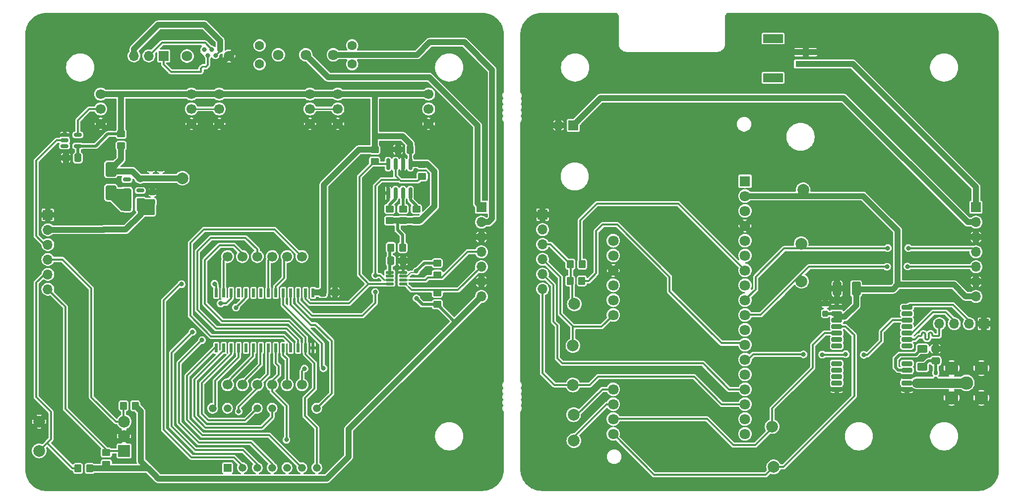
<source format=gbl>
G04 #@! TF.GenerationSoftware,KiCad,Pcbnew,8.0.4*
G04 #@! TF.CreationDate,2024-07-29T00:38:19+02:00*
G04 #@! TF.ProjectId,gps,6770732e-6b69-4636-9164-5f7063625858,rev?*
G04 #@! TF.SameCoordinates,Original*
G04 #@! TF.FileFunction,Copper,L2,Bot*
G04 #@! TF.FilePolarity,Positive*
%FSLAX46Y46*%
G04 Gerber Fmt 4.6, Leading zero omitted, Abs format (unit mm)*
G04 Created by KiCad (PCBNEW 8.0.4) date 2024-07-29 00:38:19*
%MOMM*%
%LPD*%
G01*
G04 APERTURE LIST*
G04 Aperture macros list*
%AMRoundRect*
0 Rectangle with rounded corners*
0 $1 Rounding radius*
0 $2 $3 $4 $5 $6 $7 $8 $9 X,Y pos of 4 corners*
0 Add a 4 corners polygon primitive as box body*
4,1,4,$2,$3,$4,$5,$6,$7,$8,$9,$2,$3,0*
0 Add four circle primitives for the rounded corners*
1,1,$1+$1,$2,$3*
1,1,$1+$1,$4,$5*
1,1,$1+$1,$6,$7*
1,1,$1+$1,$8,$9*
0 Add four rect primitives between the rounded corners*
20,1,$1+$1,$2,$3,$4,$5,0*
20,1,$1+$1,$4,$5,$6,$7,0*
20,1,$1+$1,$6,$7,$8,$9,0*
20,1,$1+$1,$8,$9,$2,$3,0*%
G04 Aperture macros list end*
G04 #@! TA.AperFunction,ComponentPad*
%ADD10R,1.800000X1.800000*%
G04 #@! TD*
G04 #@! TA.AperFunction,ComponentPad*
%ADD11C,1.800000*%
G04 #@! TD*
G04 #@! TA.AperFunction,ComponentPad*
%ADD12C,1.700000*%
G04 #@! TD*
G04 #@! TA.AperFunction,ComponentPad*
%ADD13C,1.600000*%
G04 #@! TD*
G04 #@! TA.AperFunction,ComponentPad*
%ADD14C,0.800000*%
G04 #@! TD*
G04 #@! TA.AperFunction,ComponentPad*
%ADD15C,1.803150*%
G04 #@! TD*
G04 #@! TA.AperFunction,ComponentPad*
%ADD16R,1.700000X1.700000*%
G04 #@! TD*
G04 #@! TA.AperFunction,ComponentPad*
%ADD17O,1.700000X1.700000*%
G04 #@! TD*
G04 #@! TA.AperFunction,ComponentPad*
%ADD18R,1.337000X1.337000*%
G04 #@! TD*
G04 #@! TA.AperFunction,ComponentPad*
%ADD19C,1.337000*%
G04 #@! TD*
G04 #@! TA.AperFunction,ComponentPad*
%ADD20R,2.000000X2.000000*%
G04 #@! TD*
G04 #@! TA.AperFunction,ComponentPad*
%ADD21C,2.000000*%
G04 #@! TD*
G04 #@! TA.AperFunction,SMDPad,CuDef*
%ADD22RoundRect,0.150000X0.150000X-0.825000X0.150000X0.825000X-0.150000X0.825000X-0.150000X-0.825000X0*%
G04 #@! TD*
G04 #@! TA.AperFunction,SMDPad,CuDef*
%ADD23RoundRect,0.237500X0.237500X-0.300000X0.237500X0.300000X-0.237500X0.300000X-0.237500X-0.300000X0*%
G04 #@! TD*
G04 #@! TA.AperFunction,SMDPad,CuDef*
%ADD24RoundRect,0.200000X0.700000X0.200000X-0.700000X0.200000X-0.700000X-0.200000X0.700000X-0.200000X0*%
G04 #@! TD*
G04 #@! TA.AperFunction,SMDPad,CuDef*
%ADD25RoundRect,0.250000X-0.337500X-0.475000X0.337500X-0.475000X0.337500X0.475000X-0.337500X0.475000X0*%
G04 #@! TD*
G04 #@! TA.AperFunction,SMDPad,CuDef*
%ADD26RoundRect,0.150000X-0.512500X-0.150000X0.512500X-0.150000X0.512500X0.150000X-0.512500X0.150000X0*%
G04 #@! TD*
G04 #@! TA.AperFunction,SMDPad,CuDef*
%ADD27RoundRect,0.250000X-0.450000X0.350000X-0.450000X-0.350000X0.450000X-0.350000X0.450000X0.350000X0*%
G04 #@! TD*
G04 #@! TA.AperFunction,SMDPad,CuDef*
%ADD28RoundRect,0.250000X0.350000X0.450000X-0.350000X0.450000X-0.350000X-0.450000X0.350000X-0.450000X0*%
G04 #@! TD*
G04 #@! TA.AperFunction,SMDPad,CuDef*
%ADD29RoundRect,0.250001X0.462499X0.849999X-0.462499X0.849999X-0.462499X-0.849999X0.462499X-0.849999X0*%
G04 #@! TD*
G04 #@! TA.AperFunction,SMDPad,CuDef*
%ADD30RoundRect,0.160000X0.160000X-0.222500X0.160000X0.222500X-0.160000X0.222500X-0.160000X-0.222500X0*%
G04 #@! TD*
G04 #@! TA.AperFunction,SMDPad,CuDef*
%ADD31RoundRect,0.250000X-0.475000X0.337500X-0.475000X-0.337500X0.475000X-0.337500X0.475000X0.337500X0*%
G04 #@! TD*
G04 #@! TA.AperFunction,SMDPad,CuDef*
%ADD32RoundRect,0.250000X-0.350000X-0.450000X0.350000X-0.450000X0.350000X0.450000X-0.350000X0.450000X0*%
G04 #@! TD*
G04 #@! TA.AperFunction,SMDPad,CuDef*
%ADD33RoundRect,0.250000X0.450000X-0.350000X0.450000X0.350000X-0.450000X0.350000X-0.450000X-0.350000X0*%
G04 #@! TD*
G04 #@! TA.AperFunction,SMDPad,CuDef*
%ADD34RoundRect,0.250000X0.337500X0.475000X-0.337500X0.475000X-0.337500X-0.475000X0.337500X-0.475000X0*%
G04 #@! TD*
G04 #@! TA.AperFunction,SMDPad,CuDef*
%ADD35RoundRect,0.250000X-0.625000X0.400000X-0.625000X-0.400000X0.625000X-0.400000X0.625000X0.400000X0*%
G04 #@! TD*
G04 #@! TA.AperFunction,SMDPad,CuDef*
%ADD36RoundRect,0.125000X0.537500X0.125000X-0.537500X0.125000X-0.537500X-0.125000X0.537500X-0.125000X0*%
G04 #@! TD*
G04 #@! TA.AperFunction,SMDPad,CuDef*
%ADD37RoundRect,0.250000X-0.650000X1.000000X-0.650000X-1.000000X0.650000X-1.000000X0.650000X1.000000X0*%
G04 #@! TD*
G04 #@! TA.AperFunction,ComponentPad*
%ADD38C,2.300000*%
G04 #@! TD*
G04 #@! TA.AperFunction,SMDPad,CuDef*
%ADD39R,0.510000X1.500000*%
G04 #@! TD*
G04 #@! TA.AperFunction,SMDPad,CuDef*
%ADD40RoundRect,0.250001X0.499999X0.924999X-0.499999X0.924999X-0.499999X-0.924999X0.499999X-0.924999X0*%
G04 #@! TD*
G04 #@! TA.AperFunction,SMDPad,CuDef*
%ADD41R,3.500000X1.000000*%
G04 #@! TD*
G04 #@! TA.AperFunction,SMDPad,CuDef*
%ADD42R,3.400000X1.500000*%
G04 #@! TD*
G04 #@! TA.AperFunction,ViaPad*
%ADD43C,0.800000*%
G04 #@! TD*
G04 #@! TA.AperFunction,Conductor*
%ADD44C,0.350000*%
G04 #@! TD*
G04 #@! TA.AperFunction,Conductor*
%ADD45C,1.000000*%
G04 #@! TD*
G04 #@! TA.AperFunction,Conductor*
%ADD46C,0.500000*%
G04 #@! TD*
G04 #@! TA.AperFunction,Conductor*
%ADD47C,1.570000*%
G04 #@! TD*
G04 #@! TA.AperFunction,Conductor*
%ADD48C,0.200000*%
G04 #@! TD*
G04 #@! TA.AperFunction,Conductor*
%ADD49C,0.250000*%
G04 #@! TD*
G04 APERTURE END LIST*
D10*
X176012500Y-70920000D03*
D11*
X176012500Y-73460000D03*
X176012500Y-76000000D03*
X176012500Y-78540000D03*
X176012500Y-81080000D03*
X176012500Y-83620000D03*
X176012500Y-86160000D03*
X176012500Y-88700000D03*
X176012500Y-91240000D03*
X176012500Y-93780000D03*
X176012500Y-96320000D03*
X176012500Y-98860000D03*
X176012500Y-101400000D03*
X176012500Y-103940000D03*
X176012500Y-106480000D03*
X176012500Y-109020000D03*
X176012500Y-111560000D03*
X176012500Y-114100000D03*
X153512500Y-114100000D03*
X153512500Y-111560000D03*
X153512500Y-109020000D03*
X153512500Y-106480000D03*
X153512500Y-93780000D03*
X153512500Y-91240000D03*
X153512500Y-88700000D03*
X153512500Y-86160000D03*
X153512500Y-83620000D03*
X153512500Y-81080000D03*
D12*
X86250000Y-56050000D03*
X101750000Y-56050000D03*
X86250000Y-58590000D03*
X86250000Y-61130000D03*
X101750000Y-61130000D03*
X101750000Y-58590000D03*
D11*
X105730000Y-49330000D03*
X101030000Y-49330000D03*
D13*
X108930000Y-50930000D03*
X108930000Y-47730000D03*
D11*
X96330000Y-49330000D03*
D13*
X93130000Y-50930000D03*
X93130000Y-47730000D03*
D14*
X85620000Y-49430000D03*
X84970000Y-48430000D03*
X84320000Y-49430000D03*
X83670000Y-48430000D03*
X83020000Y-49430000D03*
D15*
X87895000Y-49540000D03*
X80745000Y-49540000D03*
D12*
X87650000Y-105700000D03*
X90190000Y-105700000D03*
X92730000Y-105700000D03*
X95270000Y-105700000D03*
X97810000Y-105700000D03*
X100350000Y-105700000D03*
X100350000Y-83800000D03*
X97810000Y-83800000D03*
X95270000Y-83800000D03*
X92730000Y-83800000D03*
X90190000Y-83800000D03*
X87650000Y-83800000D03*
X66000000Y-56050000D03*
X81500000Y-56050000D03*
X66000000Y-58590000D03*
X66000000Y-61130000D03*
X81500000Y-61130000D03*
X81500000Y-58590000D03*
D16*
X215450000Y-75380000D03*
D17*
X215450000Y-77920000D03*
X215450000Y-80460000D03*
X215450000Y-83000000D03*
X215450000Y-85540000D03*
X215450000Y-88080000D03*
X215450000Y-90620000D03*
D16*
X141450000Y-76650000D03*
D17*
X141450000Y-79190000D03*
X141450000Y-81730000D03*
X141450000Y-84270000D03*
X141450000Y-86810000D03*
X141450000Y-89350000D03*
D12*
X106500000Y-56050000D03*
X122000000Y-56050000D03*
X106500000Y-58590000D03*
X106500000Y-61130000D03*
X122000000Y-61130000D03*
X122000000Y-58590000D03*
D18*
X87650000Y-119880000D03*
D19*
X90190000Y-119880000D03*
X92730000Y-119880000D03*
X95270000Y-119880000D03*
X97810000Y-119880000D03*
X100350000Y-119880000D03*
X102890000Y-119880000D03*
X102890000Y-109720000D03*
X95270000Y-109720000D03*
X92730000Y-109720000D03*
X87650000Y-109720000D03*
X85110000Y-109720000D03*
D20*
X70000000Y-117000000D03*
D21*
X70000000Y-112000000D03*
X70000000Y-114500000D03*
X55500000Y-117000000D03*
X55500000Y-112000000D03*
D22*
X118880000Y-72955000D03*
X117610000Y-72955000D03*
X116340000Y-72955000D03*
X115070000Y-72955000D03*
X115070000Y-68005000D03*
X116340000Y-68005000D03*
X117610000Y-68005000D03*
X118880000Y-68005000D03*
D21*
X180900000Y-119730000D03*
D23*
X76269930Y-70462500D03*
X76269930Y-68737500D03*
D24*
X203670000Y-92480000D03*
X203670000Y-93580000D03*
X203670000Y-94680000D03*
X203670000Y-95780000D03*
X203670000Y-96880000D03*
X203670000Y-97980000D03*
X203670000Y-99080000D03*
X203670000Y-102080000D03*
X203670000Y-103180000D03*
X203670000Y-104280000D03*
X203670000Y-105380000D03*
X203670000Y-106480000D03*
X191670000Y-106480000D03*
X191670000Y-105380000D03*
X191670000Y-104280000D03*
X191670000Y-103180000D03*
X191670000Y-102080000D03*
X191670000Y-99080000D03*
X191670000Y-97980000D03*
X191670000Y-96880000D03*
X191670000Y-95780000D03*
X191670000Y-94680000D03*
X191670000Y-93580000D03*
X191670000Y-92480000D03*
D16*
X130999930Y-75380000D03*
D17*
X130999930Y-77920000D03*
X130999930Y-80460000D03*
X130999930Y-83000000D03*
X130999930Y-85540000D03*
X130999930Y-88080000D03*
X130999930Y-90620000D03*
D25*
X103929170Y-89900000D03*
X106004170Y-89900000D03*
D26*
X59832500Y-64910000D03*
X59832500Y-63960000D03*
X59832500Y-63010000D03*
X62107500Y-63010000D03*
X62107500Y-64910000D03*
D16*
X216820000Y-95280000D03*
D17*
X214280000Y-95280000D03*
X211740000Y-95280000D03*
X209200000Y-95280000D03*
D27*
X123480000Y-84920000D03*
X123480000Y-86920000D03*
D28*
X148200000Y-85100000D03*
X146200000Y-85100000D03*
D23*
X189720000Y-93547500D03*
X189720000Y-91822500D03*
D29*
X72832430Y-74900000D03*
X70507430Y-74900000D03*
D30*
X208590000Y-104772500D03*
X208590000Y-103627500D03*
D23*
X74844930Y-74512500D03*
X74844930Y-72787500D03*
D21*
X79940000Y-70410000D03*
D25*
X116767500Y-65501976D03*
X118842500Y-65501976D03*
D31*
X208580000Y-99552500D03*
X208580000Y-101627500D03*
D21*
X146740000Y-110810000D03*
D32*
X62120000Y-119990000D03*
X64120000Y-119990000D03*
D33*
X115355000Y-77670000D03*
X115355000Y-75670000D03*
D27*
X120890000Y-68090000D03*
X120890000Y-70090000D03*
D34*
X117617500Y-84520000D03*
X115542500Y-84520000D03*
D16*
X56974930Y-76675000D03*
D17*
X56974930Y-79215000D03*
X56974930Y-81755000D03*
X56974930Y-84295000D03*
X56974930Y-86835000D03*
X56974930Y-89375000D03*
D21*
X180640000Y-112840000D03*
D35*
X206300000Y-99550000D03*
X206300000Y-102650000D03*
D33*
X123480000Y-91980000D03*
X123480000Y-89980000D03*
D21*
X185650000Y-88020000D03*
X185940000Y-72400000D03*
X185620000Y-81610000D03*
D36*
X117627500Y-86495000D03*
X117627500Y-87145000D03*
X117627500Y-87795000D03*
X117627500Y-88445000D03*
X115352500Y-88445000D03*
X115352500Y-87795000D03*
X115352500Y-87145000D03*
X115352500Y-86495000D03*
D27*
X112780000Y-65550000D03*
X112780000Y-67550000D03*
D37*
X67740000Y-68890000D03*
X67740000Y-72890000D03*
D33*
X117605000Y-77667906D03*
X117605000Y-75667906D03*
D32*
X69900000Y-109300000D03*
X71900000Y-109300000D03*
D21*
X146870000Y-91907500D03*
D16*
X146700000Y-61380000D03*
D17*
X144160000Y-61380000D03*
D38*
X213811250Y-105380000D03*
X211271250Y-107920000D03*
X216351250Y-107920000D03*
X211271250Y-102840000D03*
X216351250Y-102840000D03*
D21*
X146790000Y-115250000D03*
D33*
X69480000Y-64860000D03*
X69480000Y-62860000D03*
D39*
X102255000Y-99400000D03*
X100985000Y-99400000D03*
X99715000Y-99400000D03*
X98445000Y-99400000D03*
X97175000Y-99400000D03*
X95905000Y-99400000D03*
X94635000Y-99400000D03*
X93365000Y-99400000D03*
X92095000Y-99400000D03*
X90825000Y-99400000D03*
X89555000Y-99400000D03*
X88285000Y-99400000D03*
X87015000Y-99400000D03*
X85745000Y-99400000D03*
X85745000Y-90000000D03*
X87015000Y-90000000D03*
X88285000Y-90000000D03*
X89555000Y-90000000D03*
X90825000Y-90000000D03*
X92095000Y-90000000D03*
X93365000Y-90000000D03*
X94635000Y-90000000D03*
X95905000Y-90000000D03*
X97175000Y-90000000D03*
X98445000Y-90000000D03*
X99715000Y-90000000D03*
X100985000Y-90000000D03*
X102255000Y-90000000D03*
D25*
X60042500Y-66930000D03*
X62117500Y-66930000D03*
D40*
X194995000Y-89280000D03*
X191745000Y-89280000D03*
D23*
X74569930Y-70462500D03*
X74569930Y-68737500D03*
D28*
X148160000Y-87967500D03*
X146160000Y-87967500D03*
D21*
X146630000Y-105740000D03*
D41*
X186378000Y-50890000D03*
X186378000Y-48890000D03*
D42*
X180828000Y-53240000D03*
X180828000Y-46540000D03*
D21*
X146630000Y-99020000D03*
D16*
X76770000Y-49515000D03*
D17*
X74230000Y-49515000D03*
X71690000Y-49515000D03*
D33*
X119905000Y-77667906D03*
X119905000Y-75667906D03*
D26*
X70482430Y-72500000D03*
X70482430Y-71550000D03*
X70482430Y-70600000D03*
X72757430Y-70600000D03*
X72757430Y-72500000D03*
D27*
X66970000Y-117290000D03*
X66970000Y-119290000D03*
D28*
X117560000Y-82270000D03*
X115560000Y-82270000D03*
D43*
X211700000Y-86750000D03*
X189750000Y-90660000D03*
X70640000Y-68020000D03*
X178610000Y-120225000D03*
X205570000Y-93630000D03*
X130020000Y-84260000D03*
X200910000Y-83266422D03*
X65340000Y-96180000D03*
X79090000Y-100750000D03*
X111370000Y-78200000D03*
X203551976Y-123000000D03*
X180320000Y-90790000D03*
X134066670Y-93000000D03*
X83148720Y-96986157D03*
X110040000Y-67970000D03*
X64066670Y-123000000D03*
X99110000Y-120490000D03*
X193551976Y-43000000D03*
X204070000Y-66130000D03*
X106410000Y-105790000D03*
X114066670Y-43000000D03*
X173551976Y-123000000D03*
X134066670Y-73000000D03*
X174790000Y-92520000D03*
X120780000Y-88650000D03*
X93540000Y-86860000D03*
X54066670Y-103000000D03*
X218551976Y-108000000D03*
X90623719Y-103483719D03*
X194100000Y-49460000D03*
X114070000Y-73050000D03*
X83500000Y-83150000D03*
X55066670Y-122000000D03*
X96020000Y-86870000D03*
X179780000Y-115210000D03*
X113600000Y-54760000D03*
X134066670Y-103000000D03*
X79100000Y-50740000D03*
X120787306Y-90365000D03*
X124690000Y-94810000D03*
X198150000Y-64050000D03*
X69480000Y-54820000D03*
X54066670Y-58000000D03*
X91400000Y-116600000D03*
X120780000Y-86970000D03*
X198551976Y-43000000D03*
X86250000Y-119370000D03*
X169120000Y-100670000D03*
X85380154Y-91660863D03*
X134066670Y-83000000D03*
X103450000Y-94775000D03*
X201480000Y-95610000D03*
X218551976Y-73000000D03*
X128850000Y-62000000D03*
X207570003Y-103867570D03*
X134066670Y-118000000D03*
X217551976Y-122000000D03*
X129066670Y-123000000D03*
X217611250Y-101580000D03*
X153550000Y-42997500D03*
X75950000Y-72780000D03*
X54066670Y-83000000D03*
X74066670Y-43000000D03*
X133066670Y-122000000D03*
X168220000Y-106940000D03*
X146600000Y-94400000D03*
X213811250Y-107240000D03*
X126370000Y-93360000D03*
X202110000Y-106490000D03*
X179180000Y-84610000D03*
X84066670Y-43000000D03*
X95500000Y-103180000D03*
X218551976Y-48000000D03*
X193202500Y-106450000D03*
X54066670Y-68000000D03*
X203210000Y-86406423D03*
X195525000Y-99720000D03*
X83880000Y-59480000D03*
X92780000Y-115220000D03*
X166040000Y-77787500D03*
X196151976Y-81080000D03*
X138551976Y-108000000D03*
X118896887Y-90413897D03*
X177110000Y-92520000D03*
X158551976Y-123000000D03*
X134066670Y-88000000D03*
X80700000Y-80700000D03*
X134066670Y-48000000D03*
X187501976Y-80480000D03*
X167650000Y-49400000D03*
X206250000Y-90890000D03*
X82278719Y-81728719D03*
X71750000Y-71550000D03*
X202110000Y-104280000D03*
X100680000Y-57310000D03*
X218551976Y-98000000D03*
X89014323Y-93606660D03*
X56010000Y-72970000D03*
X81687563Y-95525000D03*
X145210000Y-86530000D03*
X138551976Y-83000000D03*
X104100000Y-59560000D03*
X173550000Y-49400000D03*
X138551976Y-113000000D03*
X69066670Y-123000000D03*
X213811250Y-109430000D03*
X213250000Y-67920000D03*
X129066670Y-43000000D03*
X94460000Y-113340000D03*
X207251176Y-81105000D03*
X102830000Y-92790000D03*
X86350000Y-110810000D03*
X156020000Y-73820000D03*
X124066670Y-123000000D03*
X101625000Y-103815000D03*
X114720000Y-69680000D03*
X161210000Y-120070000D03*
X153551976Y-123000000D03*
X114040000Y-109780000D03*
X139551976Y-44000000D03*
X63000000Y-80600000D03*
X200280000Y-94220000D03*
X134066670Y-108000000D03*
X56170000Y-67990000D03*
X189820000Y-99510000D03*
X84450000Y-98750000D03*
X83869930Y-57320000D03*
X104066670Y-123000000D03*
X209609389Y-103895000D03*
X156030000Y-75720000D03*
X192410000Y-55350000D03*
X75850000Y-54760000D03*
X124210000Y-72690000D03*
X213551976Y-123000000D03*
X84560000Y-106410000D03*
X54066670Y-73000000D03*
X127530000Y-96160000D03*
X145200000Y-97100000D03*
X94066670Y-43000000D03*
X155390000Y-105540000D03*
X138551976Y-73000000D03*
X143551976Y-43000000D03*
X68150000Y-66775000D03*
X70690000Y-57290000D03*
X99250000Y-101380000D03*
X129400000Y-51870000D03*
X89066670Y-43000000D03*
X77369930Y-68600000D03*
X119060000Y-85340000D03*
X89066670Y-123000000D03*
X119066670Y-43000000D03*
X149520000Y-104190000D03*
X86040000Y-86930000D03*
X124180000Y-57130000D03*
X113746571Y-89295000D03*
X183551976Y-43000000D03*
X213811250Y-101230000D03*
X60910000Y-102860000D03*
X76820000Y-117870000D03*
X173550000Y-43050000D03*
X147250000Y-86510000D03*
X143551976Y-123000000D03*
X99066670Y-123000000D03*
X100320000Y-88540000D03*
X138551976Y-58000000D03*
X103375000Y-103815000D03*
X146975000Y-82271500D03*
X98240000Y-87520000D03*
X214470000Y-84260000D03*
X90310000Y-82000000D03*
X59066670Y-123000000D03*
X154680000Y-112840000D03*
X134066670Y-63000000D03*
X101860000Y-97950790D03*
X63460000Y-96230000D03*
X151495000Y-79871500D03*
X134066670Y-68000000D03*
X142900000Y-103340000D03*
X203551976Y-43000000D03*
X67348008Y-108251992D03*
X54066670Y-113000000D03*
X163551976Y-123000000D03*
X109066670Y-123000000D03*
X106010000Y-88430000D03*
X54066670Y-118000000D03*
X196090000Y-106360000D03*
X203220000Y-83185000D03*
X74066670Y-123000000D03*
X91770000Y-57290000D03*
X111430000Y-64230000D03*
X218551976Y-53000000D03*
X97035000Y-118700000D03*
X96550000Y-82600000D03*
X138551976Y-68000000D03*
X115370000Y-62030000D03*
X218551976Y-118000000D03*
X94066670Y-123000000D03*
X164060000Y-88510000D03*
X75810000Y-57260000D03*
X210011250Y-109080000D03*
X104020000Y-54720000D03*
X69066670Y-43000000D03*
X162220000Y-88570000D03*
X188410000Y-87010000D03*
X218551976Y-68000000D03*
X91750000Y-54820000D03*
X83890000Y-54770000D03*
X54066670Y-48000000D03*
X58000000Y-102800000D03*
X90006281Y-117813719D03*
X108930000Y-92800000D03*
X168551976Y-123000000D03*
X218551976Y-58000000D03*
X187050000Y-83590000D03*
X99066670Y-43000000D03*
X169160000Y-110590000D03*
X138551976Y-48000000D03*
X213811250Y-103500000D03*
X155200000Y-101150000D03*
X79066670Y-123000000D03*
X148725000Y-82271500D03*
X188415000Y-101425000D03*
X148551976Y-43000000D03*
X69700000Y-80600000D03*
X193551976Y-123000000D03*
X54066670Y-78000000D03*
X159050000Y-49400000D03*
X217611250Y-109080000D03*
X102904170Y-88671529D03*
X57810000Y-108970000D03*
X69100000Y-70900000D03*
X134066670Y-58000000D03*
X55066670Y-44000000D03*
X84066670Y-123000000D03*
X133066670Y-44000000D03*
X57260000Y-117380000D03*
X138551976Y-93000000D03*
X195420000Y-74920000D03*
X113990000Y-57350000D03*
X102880000Y-78090000D03*
X148551976Y-123000000D03*
X131060000Y-60030000D03*
X93660000Y-91660000D03*
X68250000Y-57260000D03*
X110460857Y-88539143D03*
X125960000Y-82060000D03*
X202010000Y-68157500D03*
X218551976Y-93000000D03*
X181240000Y-92640000D03*
X134066670Y-98000000D03*
X134066670Y-78000000D03*
X84675000Y-87645000D03*
X155200000Y-103220000D03*
X111863114Y-89534970D03*
X205260000Y-103890000D03*
X138551976Y-53000000D03*
X218551976Y-83000000D03*
X118805000Y-78940000D03*
X138551976Y-118000000D03*
X195950000Y-86860000D03*
X217551976Y-44000000D03*
X203240000Y-57860000D03*
X189992500Y-106450000D03*
X153600000Y-49400000D03*
X113810000Y-77550000D03*
X79066670Y-43000000D03*
X207580000Y-106865000D03*
X111560000Y-57310000D03*
X188551976Y-43000000D03*
X210011250Y-101580000D03*
X75444930Y-67700000D03*
X191670000Y-87480000D03*
X109066670Y-43000000D03*
X138551976Y-63000000D03*
X208551976Y-123000000D03*
X74860000Y-71770000D03*
X193775000Y-99548455D03*
X198551976Y-123000000D03*
X68260000Y-61960000D03*
X139551976Y-122000000D03*
X209190000Y-74930000D03*
X151920000Y-58200000D03*
X91770000Y-112030000D03*
X93111281Y-104081281D03*
X134066670Y-113000000D03*
X55970000Y-98040000D03*
X124066670Y-43000000D03*
X54066670Y-98000000D03*
X195450000Y-72040000D03*
X102810000Y-84120000D03*
X218551976Y-88000000D03*
X111999630Y-87550222D03*
X54066670Y-88000000D03*
X58420000Y-115600000D03*
X80540000Y-102470000D03*
X218551976Y-113000000D03*
X113765000Y-82740000D03*
X98785000Y-115734508D03*
X169040000Y-112560000D03*
X142590000Y-97910000D03*
X54066670Y-93000000D03*
X64066670Y-43000000D03*
X90480000Y-100970000D03*
X151495000Y-82271500D03*
X77760000Y-99230000D03*
X209610000Y-106865000D03*
X80280000Y-45430000D03*
X115510000Y-65480000D03*
X113580000Y-51570000D03*
X191632500Y-91480000D03*
X114066670Y-123000000D03*
X104120000Y-57290000D03*
X144360000Y-106990000D03*
X120900000Y-72780000D03*
X200910000Y-86372407D03*
X134066670Y-53000000D03*
X96875000Y-101730000D03*
X179780000Y-86800000D03*
X106900000Y-117510000D03*
X90790000Y-110280000D03*
X107340000Y-89860000D03*
X59066670Y-43000000D03*
X152190000Y-112850000D03*
X189990000Y-94810000D03*
X178551976Y-123000000D03*
X138551976Y-103000000D03*
X205242089Y-106864134D03*
X117615000Y-69691976D03*
X213551976Y-43000000D03*
X168760000Y-103850000D03*
X207080000Y-95840000D03*
X69700000Y-77900000D03*
X167520000Y-76410000D03*
X218551976Y-103000000D03*
X83740000Y-120500000D03*
X208551976Y-43000000D03*
X109010000Y-77960000D03*
X54066670Y-63000000D03*
X54066670Y-53000000D03*
X138551976Y-98000000D03*
X62470000Y-58870000D03*
X94320000Y-107580000D03*
X192270000Y-58060000D03*
X211050000Y-73010000D03*
X200050000Y-90710000D03*
X151710000Y-55210000D03*
X119066670Y-123000000D03*
X80425000Y-87607984D03*
X105350000Y-78110000D03*
X88310000Y-86860000D03*
X75820000Y-99060000D03*
X148725000Y-79871500D03*
X145490000Y-89480000D03*
X186665000Y-101425000D03*
X73444930Y-68575000D03*
X191632500Y-107480000D03*
X54066670Y-108000000D03*
X93990000Y-120540000D03*
X146975000Y-79871500D03*
X104066670Y-43000000D03*
X218551976Y-63000000D03*
X183551976Y-123000000D03*
X70740000Y-62030000D03*
X138551976Y-78000000D03*
X178550000Y-43000000D03*
X203632500Y-107480000D03*
X218551976Y-78000000D03*
X145460000Y-101130000D03*
X147770000Y-96960000D03*
X178540000Y-113950000D03*
X138551976Y-88000000D03*
X188551976Y-123000000D03*
X119880000Y-86310000D03*
X119902277Y-90930000D03*
X186000000Y-100510000D03*
X193190000Y-100480000D03*
X196270000Y-100580000D03*
X189200000Y-100550000D03*
X100800000Y-102940000D03*
X104030000Y-102880000D03*
X97720000Y-115110000D03*
X85440000Y-88450000D03*
X79810000Y-88520000D03*
X86470000Y-91810000D03*
X81670000Y-96670000D03*
X89100000Y-92510000D03*
X83305000Y-98075000D03*
X89570000Y-110250000D03*
X200380000Y-82360000D03*
X203900000Y-82360000D03*
X200270000Y-85540000D03*
X203740000Y-85500000D03*
X112900000Y-87010000D03*
X112861543Y-89860000D03*
D44*
X187540000Y-98930000D02*
X189590000Y-96880000D01*
X187540000Y-102810000D02*
X187540000Y-98930000D01*
X180640000Y-109710000D02*
X187540000Y-102810000D01*
X189590000Y-96880000D02*
X191670000Y-96880000D01*
X180640000Y-113110000D02*
X180640000Y-109710000D01*
X169554000Y-111551500D02*
X174002500Y-116000000D01*
X177750000Y-116000000D02*
X180640000Y-113110000D01*
X153507000Y-111551500D02*
X169554000Y-111551500D01*
X174002500Y-116000000D02*
X177750000Y-116000000D01*
D45*
X201260000Y-89400000D02*
X195115000Y-89400000D01*
X195115000Y-89400000D02*
X194995000Y-89280000D01*
X202060000Y-79320000D02*
X202060000Y-88600000D01*
X202060000Y-88600000D02*
X201260000Y-89400000D01*
X176012500Y-73460000D02*
X196200000Y-73460000D01*
X196200000Y-73460000D02*
X202060000Y-79320000D01*
X211690000Y-88600000D02*
X202060000Y-88600000D01*
X213680000Y-90590000D02*
X211690000Y-88600000D01*
X215420000Y-90590000D02*
X213680000Y-90590000D01*
X215450000Y-90620000D02*
X215420000Y-90590000D01*
X112780000Y-56400000D02*
X112780000Y-63290000D01*
X112430000Y-56050000D02*
X112780000Y-56400000D01*
D46*
X203670000Y-105380000D02*
X204970000Y-105380000D01*
D47*
X213811250Y-105380000D02*
X205292806Y-105380000D01*
D45*
X75850000Y-121740000D02*
X104590000Y-121740000D01*
D46*
X123480000Y-84920000D02*
X121270000Y-84920000D01*
D45*
X64120000Y-119990000D02*
X74100000Y-119990000D01*
D46*
X191637500Y-93547500D02*
X191670000Y-93580000D01*
D45*
X176007000Y-73451500D02*
X176047000Y-73411500D01*
D46*
X119902277Y-90930000D02*
X120952277Y-91980000D01*
X189720000Y-93547500D02*
X191637500Y-93547500D01*
X191670000Y-94680000D02*
X191670000Y-93580000D01*
D45*
X130999930Y-90620000D02*
X125194965Y-96424965D01*
X195225000Y-89510000D02*
X194995000Y-89280000D01*
D46*
X121270000Y-84920000D02*
X119880000Y-86310000D01*
D45*
X72880000Y-110280000D02*
X72880000Y-118770000D01*
D48*
X118940216Y-86520000D02*
X118315216Y-87145000D01*
X118315216Y-87145000D02*
X117627500Y-87145000D01*
D45*
X72880000Y-118770000D02*
X75185000Y-121075000D01*
X193010000Y-94110000D02*
X194995000Y-92125000D01*
X194995000Y-92125000D02*
X194995000Y-89280000D01*
D46*
X123480000Y-91980000D02*
X126559965Y-95059965D01*
D45*
X71900000Y-109300000D02*
X72880000Y-110280000D01*
X104590000Y-121740000D02*
X108330000Y-118000000D01*
X74100000Y-119990000D02*
X75185000Y-121075000D01*
X108330000Y-118000000D02*
X108330000Y-113289930D01*
X191670000Y-94110000D02*
X193010000Y-94110000D01*
X108330000Y-113289930D02*
X125194965Y-96424965D01*
X75185000Y-121075000D02*
X75850000Y-121740000D01*
D48*
X119880000Y-86310000D02*
X119670000Y-86520000D01*
D46*
X120952277Y-91980000D02*
X123480000Y-91980000D01*
D48*
X119670000Y-86520000D02*
X118940216Y-86520000D01*
D46*
X126559965Y-95059965D02*
X125194965Y-96424965D01*
D45*
X103929170Y-89900000D02*
X104104170Y-89725000D01*
X117560000Y-63270000D02*
X112800000Y-63270000D01*
X66000000Y-56050000D02*
X69469930Y-56050000D01*
D46*
X116695000Y-77715000D02*
X116650000Y-77670000D01*
D45*
X117602906Y-77670000D02*
X117605000Y-77667906D01*
X112800000Y-63270000D02*
X112780000Y-63290000D01*
D46*
X119223024Y-68005000D02*
X119275000Y-67953024D01*
X118880000Y-65539476D02*
X118842500Y-65501976D01*
X62107500Y-64910000D02*
X65160000Y-64910000D01*
D45*
X112430000Y-56050000D02*
X122000000Y-56050000D01*
X118842500Y-64552500D02*
X118842500Y-65501976D01*
X117560000Y-63270000D02*
X118842500Y-64552500D01*
X69480000Y-62860000D02*
X69469930Y-62849930D01*
X122990000Y-69270000D02*
X121673024Y-67953024D01*
D46*
X118880000Y-68005000D02*
X119223024Y-68005000D01*
D45*
X81500000Y-56050000D02*
X86250000Y-56050000D01*
X122990000Y-75225000D02*
X122990000Y-69270000D01*
D46*
X118880000Y-68005000D02*
X118880000Y-65539476D01*
X62107500Y-66920000D02*
X62117500Y-66930000D01*
X116695000Y-79275000D02*
X116695000Y-77715000D01*
D45*
X106500000Y-56050000D02*
X112430000Y-56050000D01*
X115355000Y-77670000D02*
X116650000Y-77670000D01*
D46*
X117560000Y-80140000D02*
X116695000Y-79275000D01*
D45*
X69469930Y-56050000D02*
X81500000Y-56050000D01*
X112780000Y-65550000D02*
X112780000Y-63290000D01*
D46*
X67210000Y-62860000D02*
X69480000Y-62860000D01*
D45*
X104104170Y-89900000D02*
X102566670Y-89900000D01*
X116650000Y-77670000D02*
X117602906Y-77670000D01*
D46*
X117560000Y-82270000D02*
X117560000Y-80140000D01*
X65160000Y-64910000D02*
X67210000Y-62860000D01*
D45*
X69469930Y-62849930D02*
X69469930Y-56050000D01*
X104104170Y-71565830D02*
X110120000Y-65550000D01*
D46*
X62107500Y-64910000D02*
X62107500Y-66920000D01*
D45*
X110120000Y-65550000D02*
X112780000Y-65550000D01*
X120547094Y-77667906D02*
X122990000Y-75225000D01*
X119905000Y-77667906D02*
X120547094Y-77667906D01*
X117605000Y-77667906D02*
X119905000Y-77667906D01*
X101750000Y-56050000D02*
X106500000Y-56050000D01*
X104104170Y-89725000D02*
X104104170Y-71565830D01*
X121673024Y-67953024D02*
X119275000Y-67953024D01*
X86250000Y-56050000D02*
X101750000Y-56050000D01*
D46*
X70432430Y-72550000D02*
X70482430Y-72500000D01*
X70482430Y-74875000D02*
X70507430Y-74900000D01*
X208590000Y-103627500D02*
X208580000Y-103617500D01*
X206300000Y-102650000D02*
X207322500Y-101627500D01*
X208580000Y-103617500D02*
X208580000Y-101627500D01*
X207322500Y-101627500D02*
X208580000Y-101627500D01*
D44*
X214280000Y-94790000D02*
X214280000Y-95280000D01*
X203670000Y-92480000D02*
X204090000Y-92060000D01*
X211550000Y-92060000D02*
X214280000Y-94790000D01*
X204090000Y-92060000D02*
X211550000Y-92060000D01*
X208090000Y-93330000D02*
X210310000Y-93330000D01*
X210310000Y-93330000D02*
X211740000Y-94760000D01*
X204540000Y-96880000D02*
X208090000Y-93330000D01*
X211740000Y-94760000D02*
X211740000Y-95280000D01*
X203670000Y-96880000D02*
X204540000Y-96880000D01*
X172010000Y-109020000D02*
X176010000Y-109020000D01*
X141450000Y-89350000D02*
X141450000Y-103700000D01*
X59960000Y-109805000D02*
X59960000Y-92360070D01*
X59960000Y-92360070D02*
X56974930Y-89375000D01*
X146630000Y-105740000D02*
X149500000Y-105740000D01*
X167310000Y-104320000D02*
X172010000Y-109020000D01*
X149500000Y-105740000D02*
X150920000Y-104320000D01*
X141450000Y-103700000D02*
X143490000Y-105740000D01*
X67155000Y-117000000D02*
X59960000Y-109805000D01*
X150920000Y-104320000D02*
X167310000Y-104320000D01*
X143490000Y-105740000D02*
X146630000Y-105740000D01*
X70000000Y-117000000D02*
X67155000Y-117000000D01*
X70010000Y-117010000D02*
X70000000Y-117000000D01*
X64420000Y-89240000D02*
X64420000Y-107834213D01*
X144470000Y-93540000D02*
X146570000Y-95640000D01*
X146630000Y-95770000D02*
X146650000Y-95790000D01*
X151502500Y-95790000D02*
X153512500Y-93780000D01*
X59475000Y-84295000D02*
X64420000Y-89240000D01*
X144470000Y-87290000D02*
X144470000Y-93540000D01*
X64420000Y-107834213D02*
X68585787Y-112000000D01*
X69900000Y-109300000D02*
X69900000Y-111900000D01*
X146630000Y-99020000D02*
X146630000Y-95770000D01*
X69900000Y-111900000D02*
X70000000Y-112000000D01*
X141450000Y-84270000D02*
X144470000Y-87290000D01*
X146650000Y-95790000D02*
X151502500Y-95790000D01*
X68585787Y-112000000D02*
X70000000Y-112000000D01*
X146570000Y-98960000D02*
X146710000Y-99100000D01*
X146570000Y-95640000D02*
X146570000Y-98960000D01*
X56974930Y-84295000D02*
X59475000Y-84295000D01*
X206773199Y-97390000D02*
X206773199Y-97730000D01*
X206773199Y-97150000D02*
X206773199Y-97390000D01*
X206773199Y-97050000D02*
X206773199Y-97150000D01*
X207613199Y-96810000D02*
X207733199Y-96810000D01*
X208333199Y-97390000D02*
X208946222Y-97390000D01*
X203670000Y-97980000D02*
X205000000Y-97980000D01*
X208946222Y-97390000D02*
X209120000Y-97390000D01*
X208213199Y-97390000D02*
X208333199Y-97390000D01*
X207373199Y-97730000D02*
X207373199Y-97390000D01*
X205590000Y-97390000D02*
X205933199Y-97390000D01*
X207013199Y-97970000D02*
X207133199Y-97970000D01*
X209200000Y-97310000D02*
X209200000Y-95280000D01*
X206413199Y-96810000D02*
X206533199Y-96810000D01*
X206173199Y-97150000D02*
X206173199Y-97050000D01*
X205000000Y-97980000D02*
X205590000Y-97390000D01*
X207373199Y-97150000D02*
X207373199Y-97050000D01*
X207373199Y-97390000D02*
X207373199Y-97150000D01*
X209120000Y-97390000D02*
X209200000Y-97310000D01*
X207973199Y-97050000D02*
X207973199Y-97150000D01*
X207973199Y-97150000D02*
G75*
G03*
X208213199Y-97390001I240001J0D01*
G01*
X207733199Y-96810000D02*
G75*
G02*
X207973200Y-97050000I1J-240000D01*
G01*
X205933199Y-97390000D02*
G75*
G03*
X206173200Y-97150000I1J240000D01*
G01*
X206773199Y-97730000D02*
G75*
G03*
X207013199Y-97970001I240001J0D01*
G01*
X207373199Y-97050000D02*
G75*
G02*
X207613199Y-96809999I240001J0D01*
G01*
X207133199Y-97970000D02*
G75*
G03*
X207373200Y-97730000I1J240000D01*
G01*
X206173199Y-97050000D02*
G75*
G02*
X206413199Y-96809999I240001J0D01*
G01*
X206533199Y-96810000D02*
G75*
G02*
X206773200Y-97050000I1J-240000D01*
G01*
X83975601Y-51364402D02*
X84251372Y-51088629D01*
X84320000Y-51020000D02*
X84320000Y-50500805D01*
X83120000Y-51640174D02*
X83395773Y-51364402D01*
X76770000Y-51010000D02*
X77980000Y-52220000D01*
X76770000Y-49515000D02*
X76770000Y-51010000D01*
X82304265Y-52220000D02*
X83120000Y-52220000D01*
X84320000Y-50500805D02*
X84320000Y-49430000D01*
X84251372Y-51088629D02*
X84320000Y-51020000D01*
X77980000Y-52220000D02*
X82304265Y-52220000D01*
X83685687Y-51364402D02*
G75*
G03*
X83975601Y-51364402I144957J144958D01*
G01*
X83120001Y-51930086D02*
G75*
G02*
X83119970Y-51640145I144999J144986D01*
G01*
X83120000Y-52220000D02*
G75*
G03*
X83120044Y-51930044I-145000J145000D01*
G01*
X83395773Y-51364402D02*
G75*
G02*
X83685687Y-51364402I144957J-144958D01*
G01*
X84970000Y-48430000D02*
X83830000Y-47290000D01*
X83830000Y-47290000D02*
X76455000Y-47290000D01*
X76455000Y-47290000D02*
X74230000Y-49515000D01*
D46*
X205160000Y-100550000D02*
X202380000Y-100550000D01*
X201690000Y-101240000D02*
X201690000Y-102690000D01*
X206160000Y-99550000D02*
X205160000Y-100550000D01*
X202380000Y-100550000D02*
X201690000Y-101240000D01*
X201690000Y-102690000D02*
X202180000Y-103180000D01*
X202180000Y-103180000D02*
X203670000Y-103180000D01*
X206300000Y-99550000D02*
X206160000Y-99550000D01*
D44*
X186000000Y-100510000D02*
X185930000Y-100580000D01*
X193120000Y-100550000D02*
X189200000Y-100550000D01*
X199280000Y-96572563D02*
X201172563Y-94680000D01*
X199280000Y-98220000D02*
X199280000Y-96572563D01*
X176520000Y-101400000D02*
X176010000Y-101400000D01*
X185960000Y-100470000D02*
X177450000Y-100470000D01*
X196920000Y-100580000D02*
X199280000Y-98220000D01*
X193190000Y-100480000D02*
X193120000Y-100550000D01*
X186000000Y-100510000D02*
X185960000Y-100470000D01*
X196270000Y-100580000D02*
X196920000Y-100580000D01*
X177450000Y-100470000D02*
X176520000Y-101400000D01*
X201172563Y-94680000D02*
X203670000Y-94680000D01*
D45*
X215450000Y-71930000D02*
X194410000Y-50890000D01*
X130340000Y-61410000D02*
X130340000Y-74720070D01*
X122100000Y-53170000D02*
X130340000Y-61410000D01*
X104870000Y-53170000D02*
X122100000Y-53170000D01*
X130340000Y-74720070D02*
X130999930Y-75380000D01*
X101030000Y-49330000D02*
X104870000Y-53170000D01*
X194410000Y-50890000D02*
X186378000Y-50890000D01*
X215450000Y-75380000D02*
X215450000Y-71930000D01*
D44*
X56875000Y-115625000D02*
X57510000Y-114990000D01*
X56395000Y-86835000D02*
X56974930Y-86835000D01*
X54980000Y-88250000D02*
X56395000Y-86835000D01*
X144820000Y-102050000D02*
X168850000Y-102050000D01*
X54980000Y-107817314D02*
X54980000Y-88250000D01*
X57510000Y-114990000D02*
X57510000Y-110347314D01*
X57510000Y-110347314D02*
X54980000Y-107817314D01*
X55500000Y-117000000D02*
X56875000Y-115625000D01*
X61210000Y-119960000D02*
X56875000Y-115625000D01*
X143270000Y-88630000D02*
X143270000Y-94880000D01*
X62090000Y-119960000D02*
X61210000Y-119960000D01*
X62120000Y-119990000D02*
X62090000Y-119960000D01*
X173280000Y-106480000D02*
X176010000Y-106480000D01*
X143990000Y-101220000D02*
X144820000Y-102050000D01*
X168850000Y-102050000D02*
X173280000Y-106480000D01*
X141450000Y-86810000D02*
X143270000Y-88630000D01*
X143270000Y-94880000D02*
X143990000Y-95600000D01*
X143990000Y-95600000D02*
X143990000Y-101220000D01*
D46*
X118875000Y-74100000D02*
X118875000Y-72960000D01*
X118875000Y-72960000D02*
X118880000Y-72955000D01*
X119905000Y-75667906D02*
X119905000Y-75130000D01*
X119905000Y-75130000D02*
X118875000Y-74100000D01*
X117605000Y-74450000D02*
X117605000Y-75667906D01*
X117610000Y-72955000D02*
X117610000Y-74445000D01*
X117610000Y-74445000D02*
X117605000Y-74450000D01*
X116340000Y-73915000D02*
X115355000Y-74900000D01*
X116340000Y-72955000D02*
X116340000Y-73915000D01*
X115355000Y-74900000D02*
X115355000Y-75670000D01*
X176197000Y-114091500D02*
X176007000Y-114091500D01*
D44*
X97820000Y-101290000D02*
X97820000Y-105690000D01*
X97175000Y-99400000D02*
X97175000Y-100645000D01*
X97175000Y-100645000D02*
X97820000Y-101290000D01*
X97820000Y-105690000D02*
X97810000Y-105700000D01*
D49*
X86250000Y-58590000D02*
X81500000Y-58590000D01*
D45*
X56974930Y-79215000D02*
X66515000Y-79215000D01*
X66530000Y-79200000D02*
X70269930Y-79200000D01*
X72832430Y-76637500D02*
X72832430Y-74900000D01*
X66515000Y-79215000D02*
X66530000Y-79200000D01*
X70269930Y-79200000D02*
X72832430Y-76637500D01*
D49*
X106500000Y-58590000D02*
X101750000Y-58590000D01*
D44*
X180900000Y-119730000D02*
X182570000Y-119730000D01*
X193190000Y-95780000D02*
X191670000Y-95780000D01*
X194650000Y-107650000D02*
X194650000Y-97240000D01*
X179530000Y-121100000D02*
X180900000Y-119730000D01*
X182570000Y-119730000D02*
X194650000Y-107650000D01*
X194650000Y-97240000D02*
X193190000Y-95780000D01*
X160515500Y-121100000D02*
X179530000Y-121100000D01*
X153507000Y-114091500D02*
X160515500Y-121100000D01*
X94635000Y-90000000D02*
X94635000Y-84435000D01*
X94635000Y-84435000D02*
X95270000Y-83800000D01*
X97300000Y-84310000D02*
X97810000Y-83800000D01*
X97300000Y-87500000D02*
X97300000Y-84310000D01*
X95905000Y-88895000D02*
X97300000Y-87500000D01*
X95905000Y-90000000D02*
X95905000Y-88895000D01*
X87015000Y-84435000D02*
X87015000Y-90000000D01*
X87650000Y-83800000D02*
X87015000Y-84435000D01*
X97175000Y-92025000D02*
X97175000Y-90000000D01*
X103800000Y-98650000D02*
X97175000Y-92025000D01*
X104030000Y-102880000D02*
X103800000Y-102650000D01*
X103800000Y-102650000D02*
X103800000Y-98650000D01*
X100800000Y-102940000D02*
X100350000Y-103390000D01*
X100350000Y-103390000D02*
X100350000Y-105700000D01*
X147850000Y-84750000D02*
X147850000Y-77617500D01*
X147850000Y-77617500D02*
X150730000Y-74737500D01*
X148200000Y-85100000D02*
X147850000Y-84750000D01*
X150730000Y-74737500D02*
X164593000Y-74737500D01*
X164593000Y-74737500D02*
X176007000Y-86151500D01*
D45*
X86390000Y-46900000D02*
X83720000Y-44230000D01*
X83720000Y-44230000D02*
X75830000Y-44230000D01*
D44*
X86390000Y-48660000D02*
X86390000Y-48450000D01*
X85620000Y-49430000D02*
X86390000Y-48660000D01*
D45*
X75830000Y-44230000D02*
X71690000Y-48370000D01*
X71690000Y-48370000D02*
X71690000Y-49515000D01*
X86390000Y-48450000D02*
X86390000Y-46900000D01*
X69469930Y-64870070D02*
X69469930Y-67160070D01*
X79887500Y-70462500D02*
X79940000Y-70410000D01*
X68144930Y-69250000D02*
X71407430Y-69250000D01*
X71407430Y-69250000D02*
X72757430Y-70600000D01*
X74569930Y-70462500D02*
X76269930Y-70462500D01*
X72894930Y-70462500D02*
X72757430Y-70600000D01*
X74569930Y-70462500D02*
X72894930Y-70462500D01*
X69469930Y-67160070D02*
X67740000Y-68890000D01*
X69480000Y-64860000D02*
X69469930Y-64870070D01*
X76269930Y-70462500D02*
X79887500Y-70462500D01*
X214040000Y-77920000D02*
X192860000Y-56740000D01*
X122170000Y-47190000D02*
X128120000Y-47190000D01*
X146840000Y-61215000D02*
X146840000Y-61240000D01*
X132840000Y-51910000D02*
X132840000Y-77320000D01*
X120030000Y-49330000D02*
X122170000Y-47190000D01*
X151315000Y-56740000D02*
X146840000Y-61215000D01*
X215450000Y-77920000D02*
X214040000Y-77920000D01*
X128120000Y-47190000D02*
X132840000Y-51910000D01*
X132840000Y-77320000D02*
X132240000Y-77920000D01*
X192860000Y-56740000D02*
X151315000Y-56740000D01*
X146840000Y-61240000D02*
X146700000Y-61380000D01*
X105730000Y-49330000D02*
X120030000Y-49330000D01*
X132240000Y-77920000D02*
X130999930Y-77920000D01*
D44*
X148160000Y-87967500D02*
X149292500Y-87967500D01*
X163130000Y-87270000D02*
X163130000Y-89730000D01*
X150620000Y-86640000D02*
X150620000Y-79420000D01*
X175750000Y-98600000D02*
X176010000Y-98860000D01*
X172000000Y-98600000D02*
X175750000Y-98600000D01*
X150620000Y-79420000D02*
X151700000Y-78340000D01*
X149292500Y-87967500D02*
X150620000Y-86640000D01*
X163130000Y-89730000D02*
X172000000Y-98600000D01*
X154200000Y-78340000D02*
X163130000Y-87270000D01*
X151700000Y-78340000D02*
X154200000Y-78340000D01*
X151640000Y-106480000D02*
X147310000Y-110810000D01*
X147310000Y-110810000D02*
X146740000Y-110810000D01*
X153510000Y-106480000D02*
X151640000Y-106480000D01*
X153510000Y-109020000D02*
X152400000Y-109020000D01*
X146790000Y-114630000D02*
X146790000Y-115250000D01*
X152400000Y-109020000D02*
X146790000Y-114630000D01*
X95905000Y-101997437D02*
X96420000Y-102512437D01*
X97750000Y-119880000D02*
X97780000Y-119910000D01*
X95270000Y-106870000D02*
X95270000Y-105700000D01*
X97720000Y-109320000D02*
X95270000Y-106870000D01*
X97720000Y-115110000D02*
X97720000Y-109320000D01*
X95270000Y-105110000D02*
X95270000Y-105700000D01*
X96420000Y-103960000D02*
X95270000Y-105110000D01*
X95905000Y-99400000D02*
X95905000Y-101997437D01*
X96420000Y-102512437D02*
X96420000Y-103960000D01*
X84830000Y-97430000D02*
X97260000Y-97430000D01*
X98445000Y-98615000D02*
X98445000Y-99400000D01*
X95700000Y-79150000D02*
X83620000Y-79150000D01*
X100350000Y-83800000D02*
X95700000Y-79150000D01*
X97260000Y-97430000D02*
X98445000Y-98615000D01*
X81300000Y-81470000D02*
X81300000Y-93900000D01*
X81300000Y-93900000D02*
X84830000Y-97430000D01*
X83620000Y-79150000D02*
X81300000Y-81470000D01*
X82000000Y-104840000D02*
X82000000Y-111130000D01*
X87015000Y-99400000D02*
X87015000Y-99825000D01*
X93490000Y-113020000D02*
X95270000Y-111240000D01*
X87015000Y-99825000D02*
X82000000Y-104840000D01*
X87015000Y-98905000D02*
X87015000Y-99400000D01*
X95270000Y-111240000D02*
X95270000Y-109720000D01*
X83890000Y-113020000D02*
X93490000Y-113020000D01*
X82000000Y-111130000D02*
X83890000Y-113020000D01*
X102860000Y-109750000D02*
X105450000Y-107160000D01*
X105450000Y-98220000D02*
X102700000Y-95470000D01*
X98445000Y-92005000D02*
X98445000Y-90000000D01*
X101910000Y-95470000D02*
X98445000Y-92005000D01*
X105450000Y-107160000D02*
X105450000Y-98220000D01*
X102700000Y-95470000D02*
X101910000Y-95470000D01*
X85560000Y-109270000D02*
X85560000Y-104970000D01*
X85560000Y-104970000D02*
X89555000Y-100975000D01*
X89555000Y-99895000D02*
X89555000Y-99400000D01*
X85110000Y-109720000D02*
X85560000Y-109270000D01*
X89555000Y-100975000D02*
X89555000Y-99400000D01*
X76750000Y-113350000D02*
X81510000Y-118110000D01*
X76750000Y-91320000D02*
X76750000Y-113350000D01*
X88770000Y-118110000D02*
X90190000Y-119530000D01*
X81510000Y-118110000D02*
X88770000Y-118110000D01*
X85440000Y-88450000D02*
X85745000Y-88755000D01*
X90190000Y-119530000D02*
X90190000Y-119880000D01*
X79550000Y-88520000D02*
X76750000Y-91320000D01*
X79810000Y-88520000D02*
X79550000Y-88520000D01*
X85745000Y-88755000D02*
X85745000Y-90000000D01*
X92730000Y-119300000D02*
X92730000Y-119880000D01*
X88285000Y-90915000D02*
X88285000Y-90000000D01*
X87390000Y-91810000D02*
X88285000Y-90915000D01*
X90320000Y-116890000D02*
X92730000Y-119300000D01*
X86470000Y-91810000D02*
X87390000Y-91810000D01*
X82210000Y-116890000D02*
X90320000Y-116890000D01*
X78120000Y-100220000D02*
X78120000Y-112800000D01*
X81670000Y-96670000D02*
X78120000Y-100220000D01*
X78120000Y-112800000D02*
X82210000Y-116890000D01*
X83280000Y-105390000D02*
X88285000Y-100385000D01*
X88285000Y-100385000D02*
X88285000Y-99400000D01*
X88285000Y-99895000D02*
X88285000Y-99400000D01*
X83280000Y-110700000D02*
X83280000Y-105390000D01*
X84380000Y-111800000D02*
X83280000Y-110700000D01*
X92730000Y-109720000D02*
X90650000Y-111800000D01*
X90650000Y-111800000D02*
X84380000Y-111800000D01*
X80760000Y-104120000D02*
X85480000Y-99400000D01*
X100350000Y-119880000D02*
X94770000Y-114300000D01*
X83340000Y-114300000D02*
X80760000Y-111720000D01*
X80760000Y-111720000D02*
X80760000Y-104120000D01*
X85480000Y-99400000D02*
X85745000Y-99400000D01*
X100320000Y-119910000D02*
X100290000Y-119880000D01*
X94770000Y-114300000D02*
X83340000Y-114300000D01*
X79400000Y-101970000D02*
X79400000Y-112220000D01*
X95270000Y-119180000D02*
X95270000Y-119880000D01*
X83305000Y-98075000D02*
X83295000Y-98075000D01*
X91660000Y-115570000D02*
X95270000Y-119180000D01*
X83295000Y-98075000D02*
X79400000Y-101970000D01*
X90825000Y-90785000D02*
X90825000Y-90000000D01*
X79400000Y-112220000D02*
X82750000Y-115570000D01*
X82750000Y-115570000D02*
X91660000Y-115570000D01*
X89100000Y-92510000D02*
X90825000Y-90785000D01*
X95240000Y-119910000D02*
X95210000Y-119880000D01*
X92730000Y-106300000D02*
X92730000Y-105700000D01*
X92730000Y-105700000D02*
X94560000Y-103870000D01*
X89570000Y-109460000D02*
X92730000Y-106300000D01*
X94560000Y-103870000D02*
X94560000Y-99475000D01*
X89570000Y-110250000D02*
X89570000Y-109460000D01*
X94560000Y-99475000D02*
X94635000Y-99400000D01*
X85740000Y-96130000D02*
X97770000Y-96130000D01*
X82520000Y-82880000D02*
X82520000Y-92910000D01*
X92730000Y-82597919D02*
X90732081Y-80600000D01*
X92730000Y-83800000D02*
X92730000Y-82597919D01*
X90732081Y-80600000D02*
X84800000Y-80600000D01*
X82520000Y-92910000D02*
X85740000Y-96130000D01*
X97770000Y-96130000D02*
X99715000Y-98075000D01*
X84800000Y-80600000D02*
X82520000Y-82880000D01*
X99715000Y-98075000D02*
X99715000Y-99400000D01*
X88770000Y-81900000D02*
X86300000Y-81900000D01*
X86760000Y-94830000D02*
X98200000Y-94830000D01*
X86300000Y-81900000D02*
X83800000Y-84400000D01*
X90190000Y-83320000D02*
X88770000Y-81900000D01*
X100985000Y-100490000D02*
X100985000Y-99400000D01*
X83800000Y-84400000D02*
X83800000Y-91870000D01*
X102890000Y-119880000D02*
X102890000Y-113050000D01*
X90190000Y-83800000D02*
X90190000Y-83320000D01*
X100880000Y-107950000D02*
X102500000Y-106330000D01*
X83800000Y-91870000D02*
X86760000Y-94830000D01*
X98200000Y-94830000D02*
X100985000Y-97615000D01*
X100880000Y-111040000D02*
X100880000Y-107950000D01*
X100985000Y-97615000D02*
X100985000Y-99400000D01*
X102500000Y-102005000D02*
X100985000Y-100490000D01*
X102500000Y-106330000D02*
X102500000Y-102005000D01*
X102890000Y-113050000D02*
X100880000Y-111040000D01*
X87650000Y-105220000D02*
X92030000Y-100840000D01*
X92030000Y-99465000D02*
X92095000Y-99400000D01*
X87650000Y-105700000D02*
X87650000Y-105220000D01*
X92030000Y-100840000D02*
X92030000Y-99465000D01*
X93280000Y-102230000D02*
X93280000Y-99485000D01*
X90190000Y-105320000D02*
X93280000Y-102230000D01*
X90190000Y-105700000D02*
X90190000Y-105320000D01*
X93280000Y-99485000D02*
X93365000Y-99400000D01*
D46*
X115350000Y-83070000D02*
X115350000Y-85745000D01*
X115352500Y-85747500D02*
X115352500Y-87045000D01*
X115350000Y-85745000D02*
X115352500Y-85747500D01*
D48*
X117627500Y-87795000D02*
X118705000Y-87795000D01*
D44*
X121450000Y-87795000D02*
X118705000Y-87795000D01*
X214880000Y-82430000D02*
X215450000Y-83000000D01*
X128620000Y-83000000D02*
X124230000Y-87390000D01*
X124230000Y-87390000D02*
X121855000Y-87390000D01*
X121855000Y-87390000D02*
X121450000Y-87795000D01*
X200310000Y-82430000D02*
X182707500Y-82430000D01*
X182707500Y-82430000D02*
X177850000Y-87287500D01*
X203900000Y-82360000D02*
X203970000Y-82430000D01*
X177850000Y-89388500D02*
X176007000Y-91231500D01*
X177850000Y-87287500D02*
X177850000Y-89388500D01*
X200380000Y-82360000D02*
X200310000Y-82430000D01*
X130899930Y-82900000D02*
X130999930Y-83000000D01*
X203970000Y-82430000D02*
X214880000Y-82430000D01*
X130999930Y-83000000D02*
X128620000Y-83000000D01*
X185691976Y-81246976D02*
X185700000Y-81255000D01*
X178686000Y-93771500D02*
X176007000Y-93771500D01*
X130999930Y-85540000D02*
X126999930Y-89540000D01*
D48*
X117627500Y-88445000D02*
X118015000Y-88445000D01*
D44*
X119110000Y-89540000D02*
X118650000Y-89080000D01*
D48*
X118015000Y-88445000D02*
X118650000Y-89080000D01*
D44*
X204040000Y-85500000D02*
X203740000Y-85500000D01*
X186917500Y-85540000D02*
X178686000Y-93771500D01*
X126999930Y-89540000D02*
X119110000Y-89540000D01*
X203780000Y-85540000D02*
X215450000Y-85540000D01*
X200270000Y-85540000D02*
X186917500Y-85540000D01*
X203740000Y-85500000D02*
X203780000Y-85540000D01*
X115025000Y-67960000D02*
X112945000Y-67960000D01*
X100985000Y-90000000D02*
X100985000Y-91025000D01*
X112780000Y-67550000D02*
X110170000Y-70160000D01*
X108410000Y-91800000D02*
X111740000Y-88470000D01*
X115070000Y-68005000D02*
X115025000Y-67960000D01*
X110170000Y-86900000D02*
X111740000Y-88470000D01*
X100985000Y-91025000D02*
X101760000Y-91800000D01*
X101760000Y-91800000D02*
X108410000Y-91800000D01*
X110170000Y-70160000D02*
X110170000Y-86900000D01*
X112945000Y-67960000D02*
X112535000Y-67550000D01*
X111740000Y-88470000D02*
X115352500Y-88470000D01*
X112870000Y-89868457D02*
X112870000Y-91740000D01*
X112870000Y-91740000D02*
X110710000Y-93900000D01*
X112861543Y-89860000D02*
X112870000Y-89868457D01*
X113660000Y-87010000D02*
X112900000Y-87010000D01*
D48*
X115352500Y-87795000D02*
X114445000Y-87795000D01*
D44*
X114445000Y-87795000D02*
X113660000Y-87010000D01*
X99715000Y-91525000D02*
X99715000Y-90000000D01*
X120140000Y-70900000D02*
X120960000Y-70080000D01*
X116805000Y-70685000D02*
X113905000Y-70685000D01*
X116340000Y-70000000D02*
X116915000Y-70575000D01*
X117240000Y-70900000D02*
X120140000Y-70900000D01*
X112900000Y-71690000D02*
X112900000Y-87010000D01*
X110710000Y-93900000D02*
X102090000Y-93900000D01*
X113905000Y-70685000D02*
X112900000Y-71690000D01*
X116340000Y-68005000D02*
X116340000Y-70000000D01*
X116915000Y-70575000D02*
X116805000Y-70685000D01*
X102090000Y-93900000D02*
X99715000Y-91525000D01*
X116915000Y-70575000D02*
X117240000Y-70900000D01*
X55000000Y-80290000D02*
X55000000Y-67420000D01*
X146510000Y-91277500D02*
X147140000Y-91907500D01*
X56465000Y-81755000D02*
X55000000Y-80290000D01*
X146200000Y-85100000D02*
X146300000Y-85200000D01*
X146510000Y-87967500D02*
X146510000Y-91277500D01*
X55000000Y-67420000D02*
X58460000Y-63960000D01*
X146300000Y-87737500D02*
X146520000Y-87957500D01*
X146300000Y-85200000D02*
X146300000Y-87737500D01*
X58460000Y-63960000D02*
X59832500Y-63960000D01*
X141450000Y-81730000D02*
X142830000Y-81730000D01*
X142830000Y-81730000D02*
X146200000Y-85100000D01*
X56974930Y-81755000D02*
X56465000Y-81755000D01*
X62107500Y-60512500D02*
X62107500Y-63010000D01*
X64030000Y-58590000D02*
X62107500Y-60512500D01*
X66000000Y-58590000D02*
X64030000Y-58590000D01*
G04 #@! TA.AperFunction,Conductor*
G36*
X114461622Y-68405502D02*
G01*
X114508115Y-68459158D01*
X114519501Y-68511500D01*
X114519501Y-68861516D01*
X114534353Y-68955302D01*
X114591949Y-69068342D01*
X114681657Y-69158050D01*
X114711160Y-69173082D01*
X114794696Y-69215646D01*
X114888481Y-69230500D01*
X115251518Y-69230499D01*
X115345304Y-69215646D01*
X115458342Y-69158050D01*
X115548050Y-69068342D01*
X115592733Y-68980646D01*
X115641481Y-68929031D01*
X115710396Y-68911965D01*
X115777597Y-68934865D01*
X115817267Y-68980647D01*
X115861948Y-69068339D01*
X115861951Y-69068343D01*
X115877593Y-69083985D01*
X115911620Y-69146296D01*
X115914500Y-69173082D01*
X115914500Y-70056020D01*
X115926523Y-70100888D01*
X115924834Y-70171864D01*
X115885041Y-70230660D01*
X115819777Y-70258609D01*
X115804817Y-70259500D01*
X113961019Y-70259500D01*
X113848982Y-70259500D01*
X113790990Y-70275038D01*
X113740765Y-70288496D01*
X113740758Y-70288499D01*
X113643740Y-70344512D01*
X113643730Y-70344520D01*
X112877752Y-71110500D01*
X112638737Y-71349515D01*
X112616657Y-71371595D01*
X112559516Y-71428735D01*
X112559512Y-71428740D01*
X112503499Y-71525758D01*
X112503496Y-71525765D01*
X112474500Y-71633983D01*
X112474500Y-86461192D01*
X112454498Y-86529313D01*
X112432055Y-86555503D01*
X112409515Y-86575471D01*
X112409515Y-86575472D01*
X112319783Y-86705470D01*
X112319782Y-86705473D01*
X112319781Y-86705475D01*
X112319780Y-86705477D01*
X112312849Y-86723752D01*
X112263761Y-86853184D01*
X112244722Y-87009996D01*
X112244722Y-87010003D01*
X112263761Y-87166815D01*
X112291771Y-87240670D01*
X112319780Y-87314523D01*
X112319781Y-87314525D01*
X112319782Y-87314526D01*
X112319783Y-87314529D01*
X112409516Y-87444529D01*
X112409518Y-87444531D01*
X112431209Y-87463747D01*
X112527760Y-87549283D01*
X112667635Y-87622696D01*
X112667636Y-87622696D01*
X112667638Y-87622697D01*
X112714975Y-87634364D01*
X112821015Y-87660500D01*
X112821017Y-87660500D01*
X112978983Y-87660500D01*
X112978985Y-87660500D01*
X113132365Y-87622696D01*
X113272240Y-87549283D01*
X113355947Y-87475126D01*
X113420200Y-87444925D01*
X113490580Y-87454256D01*
X113528595Y-87480343D01*
X113877657Y-87829405D01*
X113911683Y-87891717D01*
X113906618Y-87962532D01*
X113864071Y-88019368D01*
X113797551Y-88044179D01*
X113788562Y-88044500D01*
X111968437Y-88044500D01*
X111900316Y-88024498D01*
X111879342Y-88007595D01*
X110632405Y-86760657D01*
X110598379Y-86698345D01*
X110595500Y-86671562D01*
X110595500Y-70388437D01*
X110615502Y-70320316D01*
X110632400Y-70299347D01*
X112494343Y-68437403D01*
X112556655Y-68403378D01*
X112583438Y-68400499D01*
X113277865Y-68400499D01*
X113277872Y-68400499D01*
X113337483Y-68394091D01*
X113337757Y-68393988D01*
X113339217Y-68393445D01*
X113343447Y-68392681D01*
X113345156Y-68392278D01*
X113345177Y-68392369D01*
X113383250Y-68385500D01*
X114393501Y-68385500D01*
X114461622Y-68405502D01*
G37*
G04 #@! TD.AperFunction*
G04 #@! TA.AperFunction,Conductor*
G36*
X83231425Y-47735502D02*
G01*
X83277918Y-47789158D01*
X83288022Y-47859432D01*
X83258528Y-47924012D01*
X83246857Y-47935813D01*
X83179518Y-47995468D01*
X83179516Y-47995470D01*
X83089783Y-48125470D01*
X83089782Y-48125473D01*
X83089781Y-48125475D01*
X83089780Y-48125477D01*
X83074091Y-48166844D01*
X83033761Y-48273184D01*
X83014722Y-48429996D01*
X83014722Y-48430003D01*
X83033762Y-48586816D01*
X83062636Y-48662952D01*
X83068090Y-48733739D01*
X83034407Y-48796237D01*
X82987569Y-48822147D01*
X82985102Y-48829416D01*
X83020001Y-48864315D01*
X83644900Y-49489215D01*
X83678925Y-49551527D01*
X83680885Y-49563122D01*
X83683761Y-49586815D01*
X83711771Y-49660670D01*
X83739780Y-49734523D01*
X83739781Y-49734525D01*
X83739782Y-49734526D01*
X83739783Y-49734529D01*
X83829516Y-49864529D01*
X83829517Y-49864530D01*
X83852052Y-49884494D01*
X83889778Y-49944636D01*
X83894500Y-49978807D01*
X83894500Y-50787582D01*
X83874498Y-50855703D01*
X83820842Y-50902196D01*
X83750568Y-50912300D01*
X83726887Y-50906512D01*
X83681923Y-50890779D01*
X83681918Y-50890778D01*
X83681917Y-50890778D01*
X83540730Y-50874870D01*
X83399543Y-50890778D01*
X83399540Y-50890778D01*
X83399540Y-50890779D01*
X83265437Y-50937703D01*
X83145133Y-51013294D01*
X83134512Y-51023915D01*
X83134510Y-51023917D01*
X83094900Y-51063527D01*
X83082412Y-51076015D01*
X83051641Y-51106784D01*
X83051640Y-51106786D01*
X83051639Y-51106787D01*
X82887167Y-51271259D01*
X82868706Y-51289720D01*
X82868502Y-51289897D01*
X82855974Y-51302431D01*
X82855855Y-51302495D01*
X82768803Y-51389586D01*
X82693245Y-51509895D01*
X82646349Y-51643989D01*
X82646348Y-51643993D01*
X82642003Y-51682593D01*
X82614510Y-51748047D01*
X82555991Y-51788248D01*
X82516795Y-51794500D01*
X78208438Y-51794500D01*
X78140317Y-51774498D01*
X78119343Y-51757595D01*
X77232405Y-50870657D01*
X77198379Y-50808345D01*
X77195500Y-50781562D01*
X77195500Y-50741500D01*
X77215502Y-50673379D01*
X77269158Y-50626886D01*
X77321500Y-50615500D01*
X77644674Y-50615500D01*
X77717740Y-50600966D01*
X77800601Y-50545601D01*
X77855966Y-50462740D01*
X77870500Y-50389674D01*
X77870500Y-49540000D01*
X79587989Y-49540000D01*
X79607689Y-49752601D01*
X79665210Y-49954768D01*
X79666119Y-49957961D01*
X79761289Y-50149088D01*
X79827419Y-50236658D01*
X79889957Y-50319470D01*
X79889959Y-50319473D01*
X80047746Y-50463316D01*
X80047752Y-50463320D01*
X80229264Y-50575707D01*
X80229267Y-50575708D01*
X80229276Y-50575714D01*
X80428369Y-50652843D01*
X80638244Y-50692075D01*
X80638246Y-50692075D01*
X80851754Y-50692075D01*
X80851756Y-50692075D01*
X81061631Y-50652843D01*
X81260724Y-50575714D01*
X81442255Y-50463315D01*
X81600041Y-50319473D01*
X81728711Y-50149088D01*
X81787720Y-50030582D01*
X82985102Y-50030582D01*
X83019999Y-50035176D01*
X83054896Y-50030581D01*
X83054896Y-50030580D01*
X83020001Y-49995685D01*
X82985102Y-50030582D01*
X81787720Y-50030582D01*
X81823881Y-49957961D01*
X81882311Y-49752600D01*
X81902011Y-49540000D01*
X81891818Y-49429998D01*
X82414823Y-49429998D01*
X82414823Y-49430001D01*
X82419416Y-49464896D01*
X82454315Y-49429999D01*
X82419417Y-49395101D01*
X82419416Y-49395102D01*
X82414823Y-49429998D01*
X81891818Y-49429998D01*
X81888132Y-49390218D01*
X82820000Y-49390218D01*
X82820000Y-49469782D01*
X82850448Y-49543291D01*
X82906709Y-49599552D01*
X82980218Y-49630000D01*
X83059782Y-49630000D01*
X83133291Y-49599552D01*
X83189552Y-49543291D01*
X83220000Y-49469782D01*
X83220000Y-49390218D01*
X83189552Y-49316709D01*
X83133291Y-49260448D01*
X83059782Y-49230000D01*
X82980218Y-49230000D01*
X82906709Y-49260448D01*
X82850448Y-49316709D01*
X82820000Y-49390218D01*
X81888132Y-49390218D01*
X81882311Y-49327400D01*
X81823881Y-49122039D01*
X81728711Y-48930912D01*
X81600041Y-48760527D01*
X81586186Y-48747896D01*
X81442253Y-48616683D01*
X81442247Y-48616679D01*
X81260735Y-48504292D01*
X81260728Y-48504288D01*
X81260724Y-48504286D01*
X81240167Y-48496322D01*
X81061634Y-48427158D01*
X81061635Y-48427158D01*
X81061632Y-48427157D01*
X81061631Y-48427157D01*
X80851756Y-48387925D01*
X80638244Y-48387925D01*
X80428369Y-48427157D01*
X80428364Y-48427158D01*
X80229280Y-48504284D01*
X80229264Y-48504292D01*
X80047752Y-48616679D01*
X80047746Y-48616683D01*
X79889959Y-48760526D01*
X79889957Y-48760529D01*
X79761289Y-48930911D01*
X79666119Y-49122039D01*
X79666116Y-49122047D01*
X79607689Y-49327398D01*
X79587989Y-49540000D01*
X77870500Y-49540000D01*
X77870500Y-48640326D01*
X77855966Y-48567260D01*
X77800601Y-48484399D01*
X77731795Y-48438425D01*
X77717739Y-48429033D01*
X77644677Y-48414500D01*
X77644674Y-48414500D01*
X76236438Y-48414500D01*
X76168317Y-48394498D01*
X76121824Y-48340842D01*
X76111720Y-48270568D01*
X76141214Y-48205988D01*
X76147343Y-48199405D01*
X76594343Y-47752405D01*
X76656655Y-47718379D01*
X76683438Y-47715500D01*
X83163304Y-47715500D01*
X83231425Y-47735502D01*
G37*
G04 #@! TD.AperFunction*
G04 #@! TA.AperFunction,Conductor*
G36*
X131174670Y-42150652D02*
G01*
X131192550Y-42151530D01*
X131525902Y-42167904D01*
X131538192Y-42169115D01*
X131882981Y-42220257D01*
X131895102Y-42222668D01*
X132233229Y-42307363D01*
X132245031Y-42310943D01*
X132573236Y-42428375D01*
X132584657Y-42433106D01*
X132899757Y-42582135D01*
X132910635Y-42587949D01*
X133209631Y-42767160D01*
X133219892Y-42774017D01*
X133499867Y-42981660D01*
X133509413Y-42989494D01*
X133767687Y-43223580D01*
X133776419Y-43232312D01*
X134010500Y-43490580D01*
X134018341Y-43500134D01*
X134209819Y-43758314D01*
X134225975Y-43780097D01*
X134232842Y-43790373D01*
X134393731Y-44058801D01*
X134412042Y-44089350D01*
X134417871Y-44100256D01*
X134566892Y-44415340D01*
X134571624Y-44426763D01*
X134689051Y-44754952D01*
X134692640Y-44766785D01*
X134777330Y-45104893D01*
X134779742Y-45117021D01*
X134830883Y-45461799D01*
X134832095Y-45474104D01*
X134849348Y-45825329D01*
X134849500Y-45831511D01*
X134849500Y-55552727D01*
X134849501Y-55552729D01*
X134864095Y-55607196D01*
X134862405Y-55678173D01*
X134825943Y-55734118D01*
X134771817Y-55782069D01*
X134675181Y-55922070D01*
X134675179Y-55922074D01*
X134614859Y-56081128D01*
X134594355Y-56249997D01*
X134594355Y-56250002D01*
X134614859Y-56418871D01*
X134675179Y-56577925D01*
X134675181Y-56577929D01*
X134744548Y-56678424D01*
X134766784Y-56745849D01*
X134749037Y-56814592D01*
X134744548Y-56821576D01*
X134675181Y-56922070D01*
X134675179Y-56922074D01*
X134614859Y-57081128D01*
X134594355Y-57249997D01*
X134594355Y-57250002D01*
X134614859Y-57418871D01*
X134675179Y-57577925D01*
X134675181Y-57577929D01*
X134744548Y-57678424D01*
X134766784Y-57745849D01*
X134749037Y-57814592D01*
X134744548Y-57821576D01*
X134675181Y-57922070D01*
X134675179Y-57922074D01*
X134614859Y-58081128D01*
X134594355Y-58249997D01*
X134594355Y-58250002D01*
X134614859Y-58418871D01*
X134675179Y-58577925D01*
X134675181Y-58577929D01*
X134744548Y-58678424D01*
X134766784Y-58745849D01*
X134749037Y-58814592D01*
X134744548Y-58821576D01*
X134675181Y-58922070D01*
X134675179Y-58922074D01*
X134614859Y-59081128D01*
X134594355Y-59249997D01*
X134594355Y-59250002D01*
X134614859Y-59418871D01*
X134675179Y-59577925D01*
X134675181Y-59577929D01*
X134744548Y-59678424D01*
X134766784Y-59745849D01*
X134749037Y-59814592D01*
X134744548Y-59821576D01*
X134675181Y-59922070D01*
X134675179Y-59922074D01*
X134614859Y-60081128D01*
X134594355Y-60249997D01*
X134594355Y-60250002D01*
X134614859Y-60418871D01*
X134675179Y-60577925D01*
X134675181Y-60577929D01*
X134771815Y-60717927D01*
X134771816Y-60717928D01*
X134771817Y-60717929D01*
X134825942Y-60765880D01*
X134863667Y-60826023D01*
X134864095Y-60892801D01*
X134849500Y-60947272D01*
X134849500Y-60947273D01*
X134849500Y-105052727D01*
X134859621Y-105090500D01*
X134864095Y-105107196D01*
X134862405Y-105178173D01*
X134825943Y-105234118D01*
X134771817Y-105282069D01*
X134675181Y-105422070D01*
X134675179Y-105422074D01*
X134614859Y-105581128D01*
X134594355Y-105749997D01*
X134594355Y-105750002D01*
X134614859Y-105918871D01*
X134675179Y-106077925D01*
X134675181Y-106077929D01*
X134744548Y-106178424D01*
X134766784Y-106245849D01*
X134749037Y-106314592D01*
X134744548Y-106321576D01*
X134675181Y-106422070D01*
X134675179Y-106422074D01*
X134614859Y-106581128D01*
X134594355Y-106749997D01*
X134594355Y-106750002D01*
X134614859Y-106918871D01*
X134675179Y-107077925D01*
X134675181Y-107077929D01*
X134744548Y-107178424D01*
X134766784Y-107245849D01*
X134749037Y-107314592D01*
X134744548Y-107321576D01*
X134675181Y-107422070D01*
X134675179Y-107422074D01*
X134614859Y-107581128D01*
X134594355Y-107749997D01*
X134594355Y-107750002D01*
X134614859Y-107918871D01*
X134675179Y-108077925D01*
X134675181Y-108077929D01*
X134744548Y-108178424D01*
X134766784Y-108245849D01*
X134749037Y-108314592D01*
X134744548Y-108321576D01*
X134675181Y-108422070D01*
X134675179Y-108422074D01*
X134614859Y-108581128D01*
X134594355Y-108749997D01*
X134594355Y-108750002D01*
X134614859Y-108918871D01*
X134675179Y-109077925D01*
X134675181Y-109077929D01*
X134744548Y-109178424D01*
X134766784Y-109245849D01*
X134749037Y-109314592D01*
X134744548Y-109321576D01*
X134675181Y-109422070D01*
X134675179Y-109422074D01*
X134614859Y-109581128D01*
X134594355Y-109749997D01*
X134594355Y-109750002D01*
X134614859Y-109918871D01*
X134675179Y-110077925D01*
X134675181Y-110077929D01*
X134771815Y-110217927D01*
X134771816Y-110217928D01*
X134771817Y-110217929D01*
X134825942Y-110265880D01*
X134863667Y-110326023D01*
X134864095Y-110392801D01*
X134849500Y-110447272D01*
X134849500Y-120168488D01*
X134849348Y-120174670D01*
X134832095Y-120525895D01*
X134830883Y-120538200D01*
X134779742Y-120882978D01*
X134777330Y-120895106D01*
X134692640Y-121233214D01*
X134689051Y-121245047D01*
X134571624Y-121573236D01*
X134566892Y-121584659D01*
X134417871Y-121899743D01*
X134412042Y-121910649D01*
X134232845Y-122209621D01*
X134225975Y-122219902D01*
X134018344Y-122499861D01*
X134010500Y-122509419D01*
X133776425Y-122767681D01*
X133767681Y-122776425D01*
X133509419Y-123010500D01*
X133499861Y-123018344D01*
X133219902Y-123225975D01*
X133209621Y-123232845D01*
X132910649Y-123412042D01*
X132899743Y-123417871D01*
X132584659Y-123566892D01*
X132573236Y-123571624D01*
X132245047Y-123689051D01*
X132233214Y-123692640D01*
X131895106Y-123777330D01*
X131882978Y-123779742D01*
X131538200Y-123830883D01*
X131525895Y-123832095D01*
X131174670Y-123849348D01*
X131168488Y-123849500D01*
X56593720Y-123849500D01*
X56583563Y-123849090D01*
X56543306Y-123845833D01*
X56249531Y-123822071D01*
X56237270Y-123820470D01*
X55906165Y-123760600D01*
X55894121Y-123757806D01*
X55570464Y-123665768D01*
X55558751Y-123661806D01*
X55245693Y-123538496D01*
X55234424Y-123533406D01*
X54934940Y-123379994D01*
X54924226Y-123373823D01*
X54641224Y-123191799D01*
X54631165Y-123184608D01*
X54367376Y-122975728D01*
X54358071Y-122967586D01*
X54116023Y-122733856D01*
X54107560Y-122724841D01*
X54040490Y-122645969D01*
X53889577Y-122468500D01*
X53882044Y-122458705D01*
X53844843Y-122405084D01*
X53690243Y-122182242D01*
X53683704Y-122171754D01*
X53532138Y-121899743D01*
X53519919Y-121877813D01*
X53514440Y-121866734D01*
X53386810Y-121573236D01*
X53380252Y-121558155D01*
X53375886Y-121546591D01*
X53369083Y-121525500D01*
X53272593Y-121226351D01*
X53269387Y-121214441D01*
X53197973Y-120885595D01*
X53195949Y-120873416D01*
X53157113Y-120539166D01*
X53156291Y-120526856D01*
X53150519Y-120196963D01*
X53150500Y-120194759D01*
X53150500Y-120179874D01*
X53150563Y-120175895D01*
X53152118Y-120126671D01*
X53151278Y-120119147D01*
X53150500Y-120105163D01*
X53150500Y-117000000D01*
X54244723Y-117000000D01*
X54263793Y-117217977D01*
X54272240Y-117249500D01*
X54320424Y-117429328D01*
X54320426Y-117429333D01*
X54412898Y-117627639D01*
X54496814Y-117747484D01*
X54538402Y-117806877D01*
X54693123Y-117961598D01*
X54872361Y-118087102D01*
X55070670Y-118179575D01*
X55282023Y-118236207D01*
X55500000Y-118255277D01*
X55717977Y-118236207D01*
X55929330Y-118179575D01*
X56127639Y-118087102D01*
X56306877Y-117961598D01*
X56461598Y-117806877D01*
X56587102Y-117627639D01*
X56679575Y-117429330D01*
X56736207Y-117217977D01*
X56755277Y-117000000D01*
X56736207Y-116782023D01*
X56679575Y-116570670D01*
X56669712Y-116549520D01*
X56669637Y-116549358D01*
X56658975Y-116479167D01*
X56687953Y-116414353D01*
X56694720Y-116407026D01*
X56785906Y-116315841D01*
X56848217Y-116281817D01*
X56919033Y-116286883D01*
X56964095Y-116315843D01*
X60869515Y-120221263D01*
X60948737Y-120300485D01*
X60948738Y-120300486D01*
X60948740Y-120300487D01*
X61016935Y-120339859D01*
X61045763Y-120356503D01*
X61153982Y-120385500D01*
X61153985Y-120385500D01*
X61161753Y-120386523D01*
X61226681Y-120415244D01*
X61265773Y-120474508D01*
X61270587Y-120497978D01*
X61275908Y-120547480D01*
X61275908Y-120547481D01*
X61326201Y-120682326D01*
X61326203Y-120682329D01*
X61326204Y-120682331D01*
X61333143Y-120691600D01*
X61412453Y-120797546D01*
X61438576Y-120817101D01*
X61527669Y-120883796D01*
X61527671Y-120883796D01*
X61527673Y-120883798D01*
X61559786Y-120895775D01*
X61662514Y-120934090D01*
X61662517Y-120934091D01*
X61722127Y-120940500D01*
X62517872Y-120940499D01*
X62577483Y-120934091D01*
X62712331Y-120883796D01*
X62827546Y-120797546D01*
X62913796Y-120682331D01*
X62964091Y-120547483D01*
X62970500Y-120487873D01*
X62970499Y-119492128D01*
X62970498Y-119492121D01*
X63269500Y-119492121D01*
X63269500Y-120487864D01*
X63269502Y-120487885D01*
X63275908Y-120547480D01*
X63275908Y-120547481D01*
X63326201Y-120682326D01*
X63326203Y-120682329D01*
X63326204Y-120682331D01*
X63333143Y-120691600D01*
X63412453Y-120797546D01*
X63438576Y-120817101D01*
X63527669Y-120883796D01*
X63527671Y-120883796D01*
X63527673Y-120883798D01*
X63559786Y-120895775D01*
X63662514Y-120934090D01*
X63662517Y-120934091D01*
X63722127Y-120940500D01*
X64517872Y-120940499D01*
X64577483Y-120934091D01*
X64712331Y-120883796D01*
X64827546Y-120797546D01*
X64832454Y-120790989D01*
X64889288Y-120748445D01*
X64933321Y-120740500D01*
X73736942Y-120740500D01*
X73805063Y-120760502D01*
X73826037Y-120777405D01*
X74602048Y-121553416D01*
X75371584Y-122322952D01*
X75445270Y-122372186D01*
X75494505Y-122405084D01*
X75631087Y-122461658D01*
X75776082Y-122490500D01*
X75776083Y-122490500D01*
X75776087Y-122490500D01*
X104663913Y-122490500D01*
X104663917Y-122490500D01*
X104663918Y-122490500D01*
X104808913Y-122461658D01*
X104945495Y-122405084D01*
X104994729Y-122372186D01*
X104994734Y-122372183D01*
X105013150Y-122359877D01*
X105068416Y-122322952D01*
X108912952Y-118478416D01*
X108962186Y-118404729D01*
X108995084Y-118355495D01*
X109036596Y-118255277D01*
X109051659Y-118218912D01*
X109080500Y-118073917D01*
X109080500Y-117926082D01*
X109080500Y-114365189D01*
X123099500Y-114365189D01*
X123099500Y-114634810D01*
X123129688Y-114902735D01*
X123189685Y-115165597D01*
X123278726Y-115420061D01*
X123278737Y-115420088D01*
X123395717Y-115663000D01*
X123539159Y-115891286D01*
X123707268Y-116102088D01*
X123897911Y-116292731D01*
X124108713Y-116460840D01*
X124336999Y-116604282D01*
X124337002Y-116604283D01*
X124337003Y-116604284D01*
X124579921Y-116721267D01*
X124579937Y-116721272D01*
X124579938Y-116721273D01*
X124834402Y-116810314D01*
X124834405Y-116810314D01*
X124834409Y-116810316D01*
X125097268Y-116870312D01*
X125287248Y-116891717D01*
X125365189Y-116900500D01*
X125365191Y-116900500D01*
X125634811Y-116900500D01*
X125702853Y-116892833D01*
X125902732Y-116870312D01*
X126165591Y-116810316D01*
X126420079Y-116721267D01*
X126662997Y-116604284D01*
X126777143Y-116532561D01*
X126891286Y-116460840D01*
X126910009Y-116445909D01*
X127102085Y-116292734D01*
X127292734Y-116102085D01*
X127460838Y-115891289D01*
X127496695Y-115834224D01*
X127594021Y-115679330D01*
X127604284Y-115662997D01*
X127721267Y-115420079D01*
X127810316Y-115165591D01*
X127870312Y-114902732D01*
X127899860Y-114640487D01*
X127900500Y-114634810D01*
X127900500Y-114365189D01*
X127889497Y-114267541D01*
X127870312Y-114097268D01*
X127810316Y-113834409D01*
X127744694Y-113646873D01*
X127721273Y-113579938D01*
X127721272Y-113579937D01*
X127721267Y-113579921D01*
X127604284Y-113337003D01*
X127604283Y-113337002D01*
X127604282Y-113336999D01*
X127460840Y-113108713D01*
X127292731Y-112897911D01*
X127102088Y-112707268D01*
X126891286Y-112539159D01*
X126663000Y-112395717D01*
X126420088Y-112278737D01*
X126420083Y-112278735D01*
X126420079Y-112278733D01*
X126420073Y-112278730D01*
X126420061Y-112278726D01*
X126165597Y-112189685D01*
X125902735Y-112129688D01*
X125634811Y-112099500D01*
X125634809Y-112099500D01*
X125365191Y-112099500D01*
X125365189Y-112099500D01*
X125097264Y-112129688D01*
X124834402Y-112189685D01*
X124579938Y-112278726D01*
X124579911Y-112278737D01*
X124336999Y-112395717D01*
X124108713Y-112539159D01*
X123897911Y-112707268D01*
X123707268Y-112897911D01*
X123539159Y-113108713D01*
X123395717Y-113336999D01*
X123278737Y-113579911D01*
X123278726Y-113579938D01*
X123189685Y-113834402D01*
X123129688Y-114097264D01*
X123099500Y-114365189D01*
X109080500Y-114365189D01*
X109080500Y-113652987D01*
X109100502Y-113584866D01*
X109117405Y-113563892D01*
X117386799Y-105294498D01*
X125668980Y-97012317D01*
X125668991Y-97012307D01*
X128293043Y-94388255D01*
X130923892Y-91757404D01*
X130986204Y-91723379D01*
X131012987Y-91720500D01*
X131101904Y-91720500D01*
X131101906Y-91720500D01*
X131302386Y-91683024D01*
X131492567Y-91609348D01*
X131665971Y-91501981D01*
X131816694Y-91364579D01*
X131829592Y-91347500D01*
X131856659Y-91311657D01*
X131939603Y-91201821D01*
X132030512Y-91019250D01*
X132086327Y-90823083D01*
X132105145Y-90620000D01*
X132086327Y-90416917D01*
X132030512Y-90220750D01*
X131939603Y-90038179D01*
X131911067Y-90000391D01*
X131816695Y-89875421D01*
X131665970Y-89738018D01*
X131665969Y-89738017D01*
X131492578Y-89630658D01*
X131492571Y-89630654D01*
X131492567Y-89630652D01*
X131376063Y-89585518D01*
X131302387Y-89556976D01*
X131235559Y-89544484D01*
X131101906Y-89519500D01*
X130897954Y-89519500D01*
X130797714Y-89538238D01*
X130697472Y-89556976D01*
X130550120Y-89614060D01*
X130507293Y-89630652D01*
X130507292Y-89630652D01*
X130507291Y-89630653D01*
X130507281Y-89630658D01*
X130333890Y-89738017D01*
X130333889Y-89738018D01*
X130183164Y-89875421D01*
X130060259Y-90038175D01*
X129969346Y-90220754D01*
X129913533Y-90416915D01*
X129911627Y-90437483D01*
X129894963Y-90617331D01*
X129894435Y-90623025D01*
X129868232Y-90689009D01*
X129858067Y-90700494D01*
X126472282Y-94086279D01*
X126409970Y-94120305D01*
X126339155Y-94115240D01*
X126294092Y-94086279D01*
X124467404Y-92259591D01*
X124433378Y-92197279D01*
X124430499Y-92170496D01*
X124430499Y-91582135D01*
X124430499Y-91582128D01*
X124424091Y-91522517D01*
X124377475Y-91397532D01*
X124373798Y-91387673D01*
X124373796Y-91387670D01*
X124373796Y-91387669D01*
X124325643Y-91323345D01*
X124287546Y-91272453D01*
X124210591Y-91214845D01*
X124172331Y-91186204D01*
X124172329Y-91186203D01*
X124172326Y-91186201D01*
X124037483Y-91135909D01*
X124037486Y-91135909D01*
X123977873Y-91129500D01*
X122982135Y-91129500D01*
X122982114Y-91129502D01*
X122922519Y-91135908D01*
X122922518Y-91135908D01*
X122787673Y-91186201D01*
X122787670Y-91186203D01*
X122672453Y-91272453D01*
X122586204Y-91387668D01*
X122584911Y-91391135D01*
X122582524Y-91397533D01*
X122539980Y-91454368D01*
X122473460Y-91479179D01*
X122464470Y-91479500D01*
X121211781Y-91479500D01*
X121143660Y-91459498D01*
X121122685Y-91442595D01*
X120853045Y-91172955D01*
X120581038Y-90900947D01*
X120547013Y-90838635D01*
X120545055Y-90827056D01*
X120538514Y-90773182D01*
X120482497Y-90625477D01*
X120482493Y-90625472D01*
X120482493Y-90625470D01*
X120392760Y-90495470D01*
X120392758Y-90495468D01*
X120274517Y-90390717D01*
X120134642Y-90317304D01*
X120134638Y-90317302D01*
X119981264Y-90279500D01*
X119981262Y-90279500D01*
X119823292Y-90279500D01*
X119823289Y-90279500D01*
X119669915Y-90317302D01*
X119669911Y-90317304D01*
X119530036Y-90390717D01*
X119411795Y-90495468D01*
X119411793Y-90495470D01*
X119322060Y-90625470D01*
X119322059Y-90625473D01*
X119322058Y-90625475D01*
X119322057Y-90625477D01*
X119309741Y-90657953D01*
X119266038Y-90773184D01*
X119246999Y-90929996D01*
X119246999Y-90930003D01*
X119266038Y-91086815D01*
X119287890Y-91144432D01*
X119322057Y-91234523D01*
X119322058Y-91234525D01*
X119322059Y-91234526D01*
X119322060Y-91234529D01*
X119411793Y-91364529D01*
X119411795Y-91364531D01*
X119424143Y-91375470D01*
X119530037Y-91469283D01*
X119669912Y-91542696D01*
X119817947Y-91579182D01*
X119876888Y-91612425D01*
X120547371Y-92282907D01*
X120547392Y-92282930D01*
X120644956Y-92380494D01*
X120644961Y-92380498D01*
X120644963Y-92380500D01*
X120644964Y-92380501D01*
X120644966Y-92380502D01*
X120718048Y-92422696D01*
X120743660Y-92437483D01*
X120759091Y-92446392D01*
X120886384Y-92480500D01*
X120886385Y-92480500D01*
X122464470Y-92480500D01*
X122532591Y-92500502D01*
X122579084Y-92554158D01*
X122582519Y-92562451D01*
X122586204Y-92572331D01*
X122672453Y-92687546D01*
X122708298Y-92714379D01*
X122787669Y-92773796D01*
X122787671Y-92773796D01*
X122787673Y-92773798D01*
X122848030Y-92796309D01*
X122922514Y-92824090D01*
X122922517Y-92824091D01*
X122982127Y-92830500D01*
X123570495Y-92830499D01*
X123638616Y-92850501D01*
X123659590Y-92867404D01*
X124636168Y-93843982D01*
X125586279Y-94794092D01*
X125620304Y-94856404D01*
X125615240Y-94927219D01*
X125586279Y-94972282D01*
X124616421Y-95942140D01*
X124616399Y-95942160D01*
X107747051Y-112811509D01*
X107747048Y-112811513D01*
X107717312Y-112856018D01*
X107664915Y-112934436D01*
X107608343Y-113071013D01*
X107608342Y-113071016D01*
X107605142Y-113087102D01*
X107580550Y-113210736D01*
X107579500Y-113216013D01*
X107579500Y-117636942D01*
X107559498Y-117705063D01*
X107542595Y-117726037D01*
X104316037Y-120952595D01*
X104253725Y-120986621D01*
X104226942Y-120989500D01*
X103250253Y-120989500D01*
X103182132Y-120969498D01*
X103135639Y-120915842D01*
X103125535Y-120845568D01*
X103155029Y-120780988D01*
X103199004Y-120748393D01*
X103216732Y-120740500D01*
X103352031Y-120680261D01*
X103508318Y-120566712D01*
X103525635Y-120547480D01*
X103637576Y-120423157D01*
X103637577Y-120423155D01*
X103637582Y-120423150D01*
X103734173Y-120255850D01*
X103753307Y-120196963D01*
X103793869Y-120072123D01*
X103806917Y-119947977D01*
X103814062Y-119880000D01*
X103793869Y-119687877D01*
X103793869Y-119687876D01*
X103734175Y-119504154D01*
X103734172Y-119504148D01*
X103654900Y-119366846D01*
X103637582Y-119336850D01*
X103637580Y-119336848D01*
X103637576Y-119336842D01*
X103508320Y-119193289D01*
X103367439Y-119090933D01*
X103324085Y-119034711D01*
X103315500Y-118988997D01*
X103315500Y-112993982D01*
X103315499Y-112993980D01*
X103307530Y-112964241D01*
X103296882Y-112924500D01*
X103286503Y-112885763D01*
X103271854Y-112860391D01*
X103230487Y-112788740D01*
X103230479Y-112788730D01*
X103146874Y-112705125D01*
X103146851Y-112705104D01*
X101342405Y-110900657D01*
X101308379Y-110838345D01*
X101305500Y-110811562D01*
X101305500Y-108178438D01*
X101325502Y-108110317D01*
X101342405Y-108089343D01*
X102840479Y-106591269D01*
X102840485Y-106591263D01*
X102896503Y-106494237D01*
X102925500Y-106386018D01*
X102925500Y-106273982D01*
X102925500Y-101948982D01*
X102896503Y-101840763D01*
X102870533Y-101795782D01*
X102840487Y-101743740D01*
X102840483Y-101743735D01*
X102805483Y-101708735D01*
X102761263Y-101664515D01*
X101496422Y-100399674D01*
X101462396Y-100337362D01*
X101467461Y-100266547D01*
X101471218Y-100259207D01*
X101471217Y-100259207D01*
X101475965Y-100247742D01*
X101475965Y-100247741D01*
X101475966Y-100247740D01*
X101490500Y-100174674D01*
X101490500Y-100169701D01*
X101800000Y-100169701D01*
X101811604Y-100228036D01*
X101855807Y-100294192D01*
X101921963Y-100338395D01*
X101980298Y-100349999D01*
X101980303Y-100350000D01*
X102000000Y-100350000D01*
X102510000Y-100350000D01*
X102529697Y-100350000D01*
X102529701Y-100349999D01*
X102588036Y-100338395D01*
X102654192Y-100294192D01*
X102698395Y-100228036D01*
X102709999Y-100169701D01*
X102710000Y-100169696D01*
X102710000Y-99655000D01*
X102510000Y-99655000D01*
X102510000Y-100350000D01*
X102000000Y-100350000D01*
X102000000Y-99655000D01*
X101800000Y-99655000D01*
X101800000Y-100169701D01*
X101490500Y-100169701D01*
X101490500Y-98630298D01*
X101800000Y-98630298D01*
X101800000Y-99145000D01*
X102000000Y-99145000D01*
X102510000Y-99145000D01*
X102710000Y-99145000D01*
X102710000Y-98630303D01*
X102709999Y-98630298D01*
X102698395Y-98571963D01*
X102654192Y-98505807D01*
X102588036Y-98461604D01*
X102529701Y-98450000D01*
X102510000Y-98450000D01*
X102510000Y-99145000D01*
X102000000Y-99145000D01*
X102000000Y-98450000D01*
X101980298Y-98450000D01*
X101921963Y-98461604D01*
X101855807Y-98505807D01*
X101811604Y-98571963D01*
X101800000Y-98630298D01*
X101490500Y-98630298D01*
X101490500Y-98625326D01*
X101475966Y-98552260D01*
X101431733Y-98486060D01*
X101410520Y-98418308D01*
X101410500Y-98416060D01*
X101410500Y-97558983D01*
X101404266Y-97535717D01*
X101381503Y-97450763D01*
X101334219Y-97368865D01*
X101325487Y-97353740D01*
X101325483Y-97353735D01*
X101292247Y-97320499D01*
X101246263Y-97274515D01*
X99867248Y-95895500D01*
X98461269Y-94489520D01*
X98461259Y-94489512D01*
X98364241Y-94433499D01*
X98364238Y-94433498D01*
X98364237Y-94433497D01*
X98364235Y-94433496D01*
X98364234Y-94433496D01*
X98335236Y-94425726D01*
X98256018Y-94404500D01*
X98256016Y-94404500D01*
X86988438Y-94404500D01*
X86920317Y-94384498D01*
X86899343Y-94367595D01*
X85041744Y-92509996D01*
X88444722Y-92509996D01*
X88444722Y-92510001D01*
X88463761Y-92666815D01*
X88481800Y-92714379D01*
X88519780Y-92814523D01*
X88519781Y-92814525D01*
X88519782Y-92814526D01*
X88519783Y-92814529D01*
X88609516Y-92944529D01*
X88609517Y-92944530D01*
X88727760Y-93049283D01*
X88867635Y-93122696D01*
X88867636Y-93122696D01*
X88867638Y-93122697D01*
X88944325Y-93141598D01*
X89021015Y-93160500D01*
X89021017Y-93160500D01*
X89178983Y-93160500D01*
X89178985Y-93160500D01*
X89332365Y-93122696D01*
X89472240Y-93049283D01*
X89590483Y-92944530D01*
X89680037Y-92814788D01*
X89680216Y-92814529D01*
X89680216Y-92814528D01*
X89680220Y-92814523D01*
X89736237Y-92666818D01*
X89736237Y-92666817D01*
X89736238Y-92666815D01*
X89755278Y-92510001D01*
X89755278Y-92508659D01*
X89755556Y-92507710D01*
X89756197Y-92502435D01*
X89757074Y-92502541D01*
X89775280Y-92440538D01*
X89792178Y-92419568D01*
X91165484Y-91046264D01*
X91182821Y-91016237D01*
X91199774Y-90986871D01*
X91238897Y-90945102D01*
X91245285Y-90940834D01*
X91260601Y-90930601D01*
X91315966Y-90847740D01*
X91330500Y-90774674D01*
X91330500Y-89225326D01*
X91330499Y-89225322D01*
X91589500Y-89225322D01*
X91589500Y-90774677D01*
X91604033Y-90847739D01*
X91614000Y-90862655D01*
X91659399Y-90930601D01*
X91742260Y-90985966D01*
X91815326Y-91000500D01*
X92374674Y-91000500D01*
X92447740Y-90985966D01*
X92530601Y-90930601D01*
X92585966Y-90847740D01*
X92600500Y-90774674D01*
X92600500Y-89225326D01*
X92600499Y-89225322D01*
X92859500Y-89225322D01*
X92859500Y-90774677D01*
X92874033Y-90847739D01*
X92884000Y-90862655D01*
X92929399Y-90930601D01*
X93012260Y-90985966D01*
X93085326Y-91000500D01*
X93644674Y-91000500D01*
X93717740Y-90985966D01*
X93800601Y-90930601D01*
X93855966Y-90847740D01*
X93870500Y-90774674D01*
X93870500Y-89225326D01*
X93870499Y-89225322D01*
X94129500Y-89225322D01*
X94129500Y-90774677D01*
X94144033Y-90847739D01*
X94154000Y-90862655D01*
X94199399Y-90930601D01*
X94282260Y-90985966D01*
X94355326Y-91000500D01*
X94914674Y-91000500D01*
X94987740Y-90985966D01*
X95070601Y-90930601D01*
X95125966Y-90847740D01*
X95140500Y-90774674D01*
X95140500Y-89225326D01*
X95140499Y-89225322D01*
X95399500Y-89225322D01*
X95399500Y-90774677D01*
X95414033Y-90847739D01*
X95424000Y-90862655D01*
X95469399Y-90930601D01*
X95552260Y-90985966D01*
X95625326Y-91000500D01*
X96184674Y-91000500D01*
X96257740Y-90985966D01*
X96340601Y-90930601D01*
X96395966Y-90847740D01*
X96410500Y-90774674D01*
X96410500Y-89225326D01*
X96410499Y-89225322D01*
X96669500Y-89225322D01*
X96669500Y-90774677D01*
X96684033Y-90847739D01*
X96684034Y-90847740D01*
X96710660Y-90887590D01*
X96728265Y-90913937D01*
X96749480Y-90981690D01*
X96749500Y-90983939D01*
X96749500Y-91968982D01*
X96749500Y-92081018D01*
X96765434Y-92140485D01*
X96778496Y-92189234D01*
X96778499Y-92189241D01*
X96834512Y-92286259D01*
X96834520Y-92286269D01*
X103337595Y-98789343D01*
X103371621Y-98851655D01*
X103374500Y-98878438D01*
X103374500Y-102706018D01*
X103382874Y-102737271D01*
X103386248Y-102785068D01*
X103374722Y-102879997D01*
X103374722Y-102880003D01*
X103393761Y-103036815D01*
X103421771Y-103110670D01*
X103449780Y-103184523D01*
X103449781Y-103184525D01*
X103449782Y-103184526D01*
X103449783Y-103184529D01*
X103524194Y-103292331D01*
X103539517Y-103314530D01*
X103657760Y-103419283D01*
X103797635Y-103492696D01*
X103797636Y-103492696D01*
X103797638Y-103492697D01*
X103820554Y-103498345D01*
X103951015Y-103530500D01*
X103951017Y-103530500D01*
X104108983Y-103530500D01*
X104108985Y-103530500D01*
X104262365Y-103492696D01*
X104402240Y-103419283D01*
X104520483Y-103314530D01*
X104610220Y-103184523D01*
X104666237Y-103036818D01*
X104666237Y-103036817D01*
X104666238Y-103036815D01*
X104685278Y-102880003D01*
X104685278Y-102879996D01*
X104666238Y-102723184D01*
X104657594Y-102700391D01*
X104610220Y-102575477D01*
X104610216Y-102575472D01*
X104610216Y-102575470D01*
X104520483Y-102445470D01*
X104520479Y-102445466D01*
X104402240Y-102340717D01*
X104292944Y-102283353D01*
X104241922Y-102233984D01*
X104225500Y-102171786D01*
X104225500Y-98593983D01*
X104224613Y-98590671D01*
X104196503Y-98485763D01*
X104174953Y-98448437D01*
X104140487Y-98388740D01*
X104140483Y-98388735D01*
X104105483Y-98353735D01*
X104061263Y-98309515D01*
X101862343Y-96110595D01*
X101828317Y-96048283D01*
X101833382Y-95977468D01*
X101875929Y-95920632D01*
X101942449Y-95895821D01*
X101951438Y-95895500D01*
X102471562Y-95895500D01*
X102539683Y-95915502D01*
X102560657Y-95932405D01*
X104987595Y-98359342D01*
X105021620Y-98421654D01*
X105024500Y-98448437D01*
X105024500Y-106931561D01*
X105004498Y-106999682D01*
X104987595Y-107020656D01*
X103216945Y-108791305D01*
X103154633Y-108825331D01*
X103101653Y-108825457D01*
X102986591Y-108801000D01*
X102793409Y-108801000D01*
X102642241Y-108833132D01*
X102604448Y-108841165D01*
X102427964Y-108919741D01*
X102271679Y-109033289D01*
X102142423Y-109176842D01*
X102142416Y-109176852D01*
X102045827Y-109344148D01*
X102045824Y-109344154D01*
X101986130Y-109527876D01*
X101965938Y-109720000D01*
X101986130Y-109912123D01*
X102045824Y-110095845D01*
X102045827Y-110095851D01*
X102142416Y-110263147D01*
X102142423Y-110263157D01*
X102271679Y-110406710D01*
X102427964Y-110520258D01*
X102427966Y-110520259D01*
X102427969Y-110520261D01*
X102604449Y-110598835D01*
X102793409Y-110639000D01*
X102793413Y-110639000D01*
X102986587Y-110639000D01*
X102986591Y-110639000D01*
X103175551Y-110598835D01*
X103352031Y-110520261D01*
X103508318Y-110406712D01*
X103530861Y-110381676D01*
X103637576Y-110263157D01*
X103637580Y-110263152D01*
X103637582Y-110263150D01*
X103734173Y-110095850D01*
X103735040Y-110093184D01*
X103793869Y-109912123D01*
X103794104Y-109909888D01*
X103814062Y-109720000D01*
X103793869Y-109527877D01*
X103790752Y-109518286D01*
X103788725Y-109447320D01*
X103821488Y-109390258D01*
X105790485Y-107421263D01*
X105846503Y-107324237D01*
X105875500Y-107216019D01*
X105875500Y-107103982D01*
X105875500Y-98163982D01*
X105873227Y-98155500D01*
X105846503Y-98055763D01*
X105839568Y-98043752D01*
X105835104Y-98036019D01*
X105835103Y-98036018D01*
X105790485Y-97958737D01*
X105790482Y-97958734D01*
X105790479Y-97958730D01*
X105706874Y-97875125D01*
X105706851Y-97875104D01*
X102961269Y-95129520D01*
X102961259Y-95129512D01*
X102864241Y-95073499D01*
X102864238Y-95073498D01*
X102864237Y-95073497D01*
X102864235Y-95073496D01*
X102864234Y-95073496D01*
X102835236Y-95065726D01*
X102756018Y-95044500D01*
X102756016Y-95044500D01*
X102138438Y-95044500D01*
X102070317Y-95024498D01*
X102049343Y-95007595D01*
X98907405Y-91865657D01*
X98873379Y-91803345D01*
X98870500Y-91776562D01*
X98870500Y-90983939D01*
X98890502Y-90915818D01*
X98891735Y-90913937D01*
X98935966Y-90847740D01*
X98950500Y-90774674D01*
X98950500Y-89225326D01*
X98950499Y-89225322D01*
X99209500Y-89225322D01*
X99209500Y-90774677D01*
X99224033Y-90847739D01*
X99224034Y-90847740D01*
X99250660Y-90887590D01*
X99268265Y-90913937D01*
X99289480Y-90981690D01*
X99289500Y-90983939D01*
X99289500Y-91468982D01*
X99289500Y-91581018D01*
X99305723Y-91641562D01*
X99318496Y-91689234D01*
X99318499Y-91689241D01*
X99374512Y-91786259D01*
X99374520Y-91786269D01*
X101745104Y-94156851D01*
X101745125Y-94156874D01*
X101828730Y-94240479D01*
X101828734Y-94240482D01*
X101828737Y-94240485D01*
X101828738Y-94240486D01*
X101828740Y-94240487D01*
X101864033Y-94260863D01*
X101903236Y-94283497D01*
X101925763Y-94296503D01*
X102033981Y-94325500D01*
X102033982Y-94325500D01*
X102033983Y-94325500D01*
X110766016Y-94325500D01*
X110766018Y-94325500D01*
X110874237Y-94296503D01*
X110971263Y-94240485D01*
X113120889Y-92090856D01*
X113120898Y-92090850D01*
X113210479Y-92001269D01*
X113210485Y-92001263D01*
X113266503Y-91904237D01*
X113271991Y-91883753D01*
X113276745Y-91866016D01*
X113286729Y-91828752D01*
X113295500Y-91796019D01*
X113295500Y-91683982D01*
X113295500Y-90401315D01*
X113315502Y-90333194D01*
X113337945Y-90307004D01*
X113352026Y-90294530D01*
X113426494Y-90186643D01*
X113441759Y-90164529D01*
X113441759Y-90164528D01*
X113441763Y-90164523D01*
X113497780Y-90016818D01*
X113497780Y-90016817D01*
X113497781Y-90016815D01*
X113516821Y-89860003D01*
X113516821Y-89859996D01*
X113497781Y-89703184D01*
X113478021Y-89651083D01*
X113441763Y-89555477D01*
X113441759Y-89555472D01*
X113441759Y-89555470D01*
X113352026Y-89425470D01*
X113352024Y-89425468D01*
X113233783Y-89320717D01*
X113093908Y-89247304D01*
X113093904Y-89247302D01*
X112940530Y-89209500D01*
X112940528Y-89209500D01*
X112782558Y-89209500D01*
X112782555Y-89209500D01*
X112629181Y-89247302D01*
X112629177Y-89247304D01*
X112489302Y-89320717D01*
X112371061Y-89425468D01*
X112371059Y-89425470D01*
X112281326Y-89555470D01*
X112281325Y-89555473D01*
X112281324Y-89555475D01*
X112281323Y-89555477D01*
X112267981Y-89590657D01*
X112225304Y-89703184D01*
X112206265Y-89859996D01*
X112206265Y-89860003D01*
X112225304Y-90016815D01*
X112233407Y-90038179D01*
X112281323Y-90164523D01*
X112281324Y-90164525D01*
X112281325Y-90164526D01*
X112281326Y-90164529D01*
X112371059Y-90294529D01*
X112371063Y-90294534D01*
X112402051Y-90321985D01*
X112439778Y-90382128D01*
X112444500Y-90416299D01*
X112444500Y-91511562D01*
X112424498Y-91579683D01*
X112407595Y-91600657D01*
X110570657Y-93437595D01*
X110508345Y-93471621D01*
X110481562Y-93474500D01*
X102318437Y-93474500D01*
X102250316Y-93454498D01*
X102229342Y-93437595D01*
X100177405Y-91385657D01*
X100143379Y-91323345D01*
X100140500Y-91296562D01*
X100140500Y-90983939D01*
X100160502Y-90915818D01*
X100161735Y-90913937D01*
X100205966Y-90847740D01*
X100220500Y-90774674D01*
X100220500Y-89225326D01*
X100220499Y-89225322D01*
X100479500Y-89225322D01*
X100479500Y-90774677D01*
X100494033Y-90847739D01*
X100494034Y-90847740D01*
X100520660Y-90887590D01*
X100538265Y-90913937D01*
X100559480Y-90981690D01*
X100559500Y-90983939D01*
X100559500Y-91081018D01*
X100568422Y-91114314D01*
X100588496Y-91189234D01*
X100588499Y-91189241D01*
X100644512Y-91286259D01*
X100644514Y-91286261D01*
X100644515Y-91286263D01*
X101419515Y-92061263D01*
X101498737Y-92140485D01*
X101498738Y-92140486D01*
X101498740Y-92140487D01*
X101566935Y-92179859D01*
X101595763Y-92196503D01*
X101703982Y-92225500D01*
X101703984Y-92225500D01*
X108466016Y-92225500D01*
X108466018Y-92225500D01*
X108574237Y-92196503D01*
X108671263Y-92140485D01*
X111879343Y-88932405D01*
X111941655Y-88898379D01*
X111968438Y-88895500D01*
X114596701Y-88895500D01*
X114652038Y-88908302D01*
X114706375Y-88934866D01*
X114779364Y-88945500D01*
X114779370Y-88945500D01*
X115925630Y-88945500D01*
X115925636Y-88945500D01*
X115998625Y-88934866D01*
X116111211Y-88879826D01*
X116199826Y-88791211D01*
X116254866Y-88678625D01*
X116265500Y-88605636D01*
X116265500Y-88284364D01*
X116254866Y-88211375D01*
X116237248Y-88175337D01*
X116225300Y-88105356D01*
X116237249Y-88064660D01*
X116254866Y-88028625D01*
X116265500Y-87955636D01*
X116265500Y-87634364D01*
X116254866Y-87561375D01*
X116237248Y-87525337D01*
X116225300Y-87455356D01*
X116237249Y-87414660D01*
X116239518Y-87410019D01*
X116254866Y-87378625D01*
X116265500Y-87305636D01*
X116265500Y-86984364D01*
X116265499Y-86984360D01*
X116714500Y-86984360D01*
X116714500Y-87305639D01*
X116725134Y-87378625D01*
X116742751Y-87414663D01*
X116754699Y-87484648D01*
X116742751Y-87525337D01*
X116725134Y-87561374D01*
X116714500Y-87634360D01*
X116714500Y-87955639D01*
X116725134Y-88028625D01*
X116742751Y-88064663D01*
X116754699Y-88134648D01*
X116742751Y-88175337D01*
X116725134Y-88211374D01*
X116714500Y-88284360D01*
X116714500Y-88605639D01*
X116718896Y-88635810D01*
X116725134Y-88678625D01*
X116725135Y-88678627D01*
X116780173Y-88791210D01*
X116780174Y-88791212D01*
X116868787Y-88879825D01*
X116868789Y-88879826D01*
X116981375Y-88934866D01*
X117054364Y-88945500D01*
X117967628Y-88945500D01*
X118035749Y-88965502D01*
X118056723Y-88982405D01*
X118205810Y-89131492D01*
X118238421Y-89187975D01*
X118253494Y-89244229D01*
X118253499Y-89244241D01*
X118309512Y-89341259D01*
X118309517Y-89341265D01*
X118765109Y-89796856D01*
X118765130Y-89796879D01*
X118848730Y-89880479D01*
X118848734Y-89880482D01*
X118848737Y-89880485D01*
X118924930Y-89924475D01*
X118945763Y-89936503D01*
X119053981Y-89965500D01*
X119053982Y-89965500D01*
X122403500Y-89965500D01*
X122471621Y-89985502D01*
X122518114Y-90039158D01*
X122529500Y-90091500D01*
X122529500Y-90377864D01*
X122529502Y-90377885D01*
X122535908Y-90437480D01*
X122535908Y-90437481D01*
X122586201Y-90572326D01*
X122586203Y-90572329D01*
X122586204Y-90572331D01*
X122597668Y-90587645D01*
X122672453Y-90687546D01*
X122714566Y-90719071D01*
X122787669Y-90773796D01*
X122787671Y-90773796D01*
X122787673Y-90773798D01*
X122844228Y-90794891D01*
X122922514Y-90824090D01*
X122922517Y-90824091D01*
X122982127Y-90830500D01*
X123977872Y-90830499D01*
X124037483Y-90824091D01*
X124151646Y-90781510D01*
X124172326Y-90773798D01*
X124172326Y-90773797D01*
X124172331Y-90773796D01*
X124287546Y-90687546D01*
X124373796Y-90572331D01*
X124424091Y-90437483D01*
X124430500Y-90377873D01*
X124430499Y-90091498D01*
X124450501Y-90023380D01*
X124504156Y-89976887D01*
X124556499Y-89965500D01*
X127055946Y-89965500D01*
X127055948Y-89965500D01*
X127164167Y-89936503D01*
X127261193Y-89880485D01*
X128561677Y-88580000D01*
X130076602Y-88580000D01*
X130122662Y-88666172D01*
X130253875Y-88826054D01*
X130413754Y-88957265D01*
X130413760Y-88957269D01*
X130499930Y-89003326D01*
X130499930Y-89003325D01*
X131499930Y-89003325D01*
X131586099Y-88957269D01*
X131586105Y-88957265D01*
X131745984Y-88826054D01*
X131877197Y-88666172D01*
X131923258Y-88580000D01*
X131499930Y-88580000D01*
X131499930Y-89003325D01*
X130499930Y-89003325D01*
X130499930Y-88580000D01*
X130076602Y-88580000D01*
X128561677Y-88580000D01*
X129127502Y-88014174D01*
X130499930Y-88014174D01*
X130499930Y-88145826D01*
X130534005Y-88272993D01*
X130599831Y-88387007D01*
X130692923Y-88480099D01*
X130806937Y-88545925D01*
X130934104Y-88580000D01*
X131065756Y-88580000D01*
X131192923Y-88545925D01*
X131306937Y-88480099D01*
X131400029Y-88387007D01*
X131465855Y-88272993D01*
X131499930Y-88145826D01*
X131499930Y-88014174D01*
X131465855Y-87887007D01*
X131400029Y-87772993D01*
X131306937Y-87679901D01*
X131192923Y-87614075D01*
X131065756Y-87580000D01*
X131499930Y-87580000D01*
X131923258Y-87580000D01*
X131923258Y-87579999D01*
X131877197Y-87493827D01*
X131745984Y-87333945D01*
X131586102Y-87202732D01*
X131499930Y-87156671D01*
X131499930Y-87580000D01*
X131065756Y-87580000D01*
X130934104Y-87580000D01*
X130806937Y-87614075D01*
X130692923Y-87679901D01*
X130599831Y-87772993D01*
X130534005Y-87887007D01*
X130499930Y-88014174D01*
X129127502Y-88014174D01*
X129561677Y-87579999D01*
X130076601Y-87579999D01*
X130076602Y-87580000D01*
X130499930Y-87580000D01*
X130499930Y-87156672D01*
X130499929Y-87156671D01*
X130413757Y-87202732D01*
X130253875Y-87333945D01*
X130122662Y-87493827D01*
X130076601Y-87579999D01*
X129561677Y-87579999D01*
X130524947Y-86616728D01*
X130587256Y-86582706D01*
X130658071Y-86587770D01*
X130659556Y-86588335D01*
X130697469Y-86603022D01*
X130697474Y-86603024D01*
X130897954Y-86640500D01*
X130897956Y-86640500D01*
X131101904Y-86640500D01*
X131101906Y-86640500D01*
X131302386Y-86603024D01*
X131492567Y-86529348D01*
X131665971Y-86421981D01*
X131816694Y-86284579D01*
X131939603Y-86121821D01*
X132030512Y-85939250D01*
X132086327Y-85743083D01*
X132105145Y-85540000D01*
X132086327Y-85336917D01*
X132030512Y-85140750D01*
X131939603Y-84958179D01*
X131918733Y-84930543D01*
X131816695Y-84795421D01*
X131665970Y-84658018D01*
X131665969Y-84658017D01*
X131492578Y-84550658D01*
X131492571Y-84550654D01*
X131492567Y-84550652D01*
X131376063Y-84505518D01*
X131302387Y-84476976D01*
X131225037Y-84462517D01*
X131101906Y-84439500D01*
X130897954Y-84439500D01*
X130822472Y-84453610D01*
X130697472Y-84476976D01*
X130580922Y-84522128D01*
X130507293Y-84550652D01*
X130507292Y-84550652D01*
X130507291Y-84550653D01*
X130507281Y-84550658D01*
X130333890Y-84658017D01*
X130333889Y-84658018D01*
X130183164Y-84795421D01*
X130060259Y-84958175D01*
X129969346Y-85140754D01*
X129913533Y-85336915D01*
X129894715Y-85540000D01*
X129913533Y-85743084D01*
X129955637Y-85891062D01*
X129955041Y-85962056D01*
X129923542Y-86014639D01*
X126860587Y-89077595D01*
X126798275Y-89111621D01*
X126771492Y-89114500D01*
X119338438Y-89114500D01*
X119270317Y-89094498D01*
X119249342Y-89077595D01*
X119089747Y-88918000D01*
X118911263Y-88739515D01*
X118911261Y-88739514D01*
X118911259Y-88739512D01*
X118814241Y-88683499D01*
X118814239Y-88683498D01*
X118814237Y-88683497D01*
X118814234Y-88683496D01*
X118814229Y-88683494D01*
X118757975Y-88668421D01*
X118701492Y-88635810D01*
X118577405Y-88511723D01*
X118543379Y-88449411D01*
X118540500Y-88422628D01*
X118540500Y-88346500D01*
X118560502Y-88278379D01*
X118614158Y-88231886D01*
X118666500Y-88220500D01*
X121506016Y-88220500D01*
X121506018Y-88220500D01*
X121614237Y-88191503D01*
X121711263Y-88135485D01*
X121994344Y-87852403D01*
X122056655Y-87818380D01*
X122083438Y-87815500D01*
X124286016Y-87815500D01*
X124286018Y-87815500D01*
X124394237Y-87786503D01*
X124491263Y-87730485D01*
X128759343Y-83462405D01*
X128821655Y-83428379D01*
X128848438Y-83425500D01*
X129904403Y-83425500D01*
X129972524Y-83445502D01*
X130017192Y-83495335D01*
X130060257Y-83581821D01*
X130060258Y-83581822D01*
X130060259Y-83581824D01*
X130183164Y-83744578D01*
X130333889Y-83881981D01*
X130333890Y-83881982D01*
X130507281Y-83989341D01*
X130507284Y-83989342D01*
X130507293Y-83989348D01*
X130697474Y-84063024D01*
X130897954Y-84100500D01*
X130897956Y-84100500D01*
X131101904Y-84100500D01*
X131101906Y-84100500D01*
X131302386Y-84063024D01*
X131492567Y-83989348D01*
X131665971Y-83881981D01*
X131816694Y-83744579D01*
X131939603Y-83581821D01*
X132030512Y-83399250D01*
X132086327Y-83203083D01*
X132105145Y-83000000D01*
X132086327Y-82796917D01*
X132030512Y-82600750D01*
X131939603Y-82418179D01*
X131911067Y-82380391D01*
X131816695Y-82255421D01*
X131665970Y-82118018D01*
X131665969Y-82118017D01*
X131492578Y-82010658D01*
X131492571Y-82010654D01*
X131492567Y-82010652D01*
X131376063Y-81965518D01*
X131302387Y-81936976D01*
X131235559Y-81924484D01*
X131101906Y-81899500D01*
X130897954Y-81899500D01*
X130805048Y-81916867D01*
X130697472Y-81936976D01*
X130550120Y-81994060D01*
X130507293Y-82010652D01*
X130507292Y-82010652D01*
X130507291Y-82010653D01*
X130507281Y-82010658D01*
X130333890Y-82118017D01*
X130333889Y-82118018D01*
X130183164Y-82255421D01*
X130060259Y-82418175D01*
X130060257Y-82418178D01*
X130060257Y-82418179D01*
X130017192Y-82504664D01*
X129968925Y-82556726D01*
X129904403Y-82574500D01*
X128676019Y-82574500D01*
X128563982Y-82574500D01*
X128505990Y-82590038D01*
X128455765Y-82603496D01*
X128455758Y-82603499D01*
X128358740Y-82659512D01*
X128358730Y-82659520D01*
X124598488Y-86419762D01*
X124536176Y-86453788D01*
X124465360Y-86448723D01*
X124408525Y-86406176D01*
X124391337Y-86374698D01*
X124373798Y-86327673D01*
X124373796Y-86327670D01*
X124373796Y-86327669D01*
X124311910Y-86245000D01*
X124287546Y-86212453D01*
X124204785Y-86150499D01*
X124172331Y-86126204D01*
X124172329Y-86126203D01*
X124172326Y-86126201D01*
X124037483Y-86075909D01*
X124037486Y-86075909D01*
X123977873Y-86069500D01*
X122982135Y-86069500D01*
X122982114Y-86069502D01*
X122922519Y-86075908D01*
X122922518Y-86075908D01*
X122787673Y-86126201D01*
X122787670Y-86126203D01*
X122672453Y-86212453D01*
X122586203Y-86327670D01*
X122586201Y-86327673D01*
X122535909Y-86462515D01*
X122529500Y-86522121D01*
X122529500Y-86522127D01*
X122529500Y-86742121D01*
X122529501Y-86838500D01*
X122509499Y-86906620D01*
X122455844Y-86953113D01*
X122403501Y-86964500D01*
X121911018Y-86964500D01*
X121798981Y-86964500D01*
X121748923Y-86977913D01*
X121690765Y-86993496D01*
X121690758Y-86993499D01*
X121593740Y-87049512D01*
X121310657Y-87332595D01*
X121248345Y-87366621D01*
X121221562Y-87369500D01*
X118890588Y-87369500D01*
X118822467Y-87349498D01*
X118775974Y-87295842D01*
X118765870Y-87225568D01*
X118795364Y-87160988D01*
X118801493Y-87154404D01*
X118830133Y-87125765D01*
X119048494Y-86907404D01*
X119110806Y-86873379D01*
X119137589Y-86870500D01*
X119517129Y-86870500D01*
X119575683Y-86884932D01*
X119647635Y-86922696D01*
X119647636Y-86922696D01*
X119647638Y-86922697D01*
X119675301Y-86929515D01*
X119801015Y-86960500D01*
X119801017Y-86960500D01*
X119958983Y-86960500D01*
X119958985Y-86960500D01*
X120112365Y-86922696D01*
X120252240Y-86849283D01*
X120370483Y-86744530D01*
X120460220Y-86614523D01*
X120516237Y-86466818D01*
X120522776Y-86412957D01*
X120550841Y-86347747D01*
X120558751Y-86339061D01*
X121440410Y-85457404D01*
X121502722Y-85423379D01*
X121529505Y-85420500D01*
X122464470Y-85420500D01*
X122532591Y-85440502D01*
X122579084Y-85494158D01*
X122582519Y-85502451D01*
X122586202Y-85512326D01*
X122586204Y-85512331D01*
X122672453Y-85627546D01*
X122712446Y-85657484D01*
X122787669Y-85713796D01*
X122787671Y-85713796D01*
X122787673Y-85713798D01*
X122843179Y-85734500D01*
X122922514Y-85764090D01*
X122922517Y-85764091D01*
X122982127Y-85770500D01*
X123977872Y-85770499D01*
X124037483Y-85764091D01*
X124172331Y-85713796D01*
X124287546Y-85627546D01*
X124373796Y-85512331D01*
X124424091Y-85377483D01*
X124430500Y-85317873D01*
X124430499Y-84522128D01*
X124424091Y-84462517D01*
X124394518Y-84383228D01*
X124373798Y-84327673D01*
X124373796Y-84327670D01*
X124373796Y-84327669D01*
X124330625Y-84270000D01*
X124287546Y-84212453D01*
X124176731Y-84129498D01*
X124172331Y-84126204D01*
X124172329Y-84126203D01*
X124172326Y-84126201D01*
X124037483Y-84075909D01*
X124037486Y-84075909D01*
X123977873Y-84069500D01*
X122982135Y-84069500D01*
X122982114Y-84069502D01*
X122922519Y-84075908D01*
X122922518Y-84075908D01*
X122787673Y-84126201D01*
X122787670Y-84126203D01*
X122672453Y-84212453D01*
X122586204Y-84327668D01*
X122584911Y-84331135D01*
X122582524Y-84337533D01*
X122539980Y-84394368D01*
X122473460Y-84419179D01*
X122464470Y-84419500D01*
X121335893Y-84419500D01*
X121204108Y-84419500D01*
X121135894Y-84437777D01*
X121076816Y-84453607D01*
X121076809Y-84453610D01*
X120962689Y-84519497D01*
X120962679Y-84519505D01*
X119854612Y-85627573D01*
X119795670Y-85660817D01*
X119647638Y-85697302D01*
X119647634Y-85697304D01*
X119507759Y-85770717D01*
X119389518Y-85875468D01*
X119389516Y-85875470D01*
X119299783Y-86005470D01*
X119299782Y-86005473D01*
X119299781Y-86005475D01*
X119299780Y-86005477D01*
X119271135Y-86081009D01*
X119268415Y-86088181D01*
X119225557Y-86144782D01*
X119158901Y-86169226D01*
X119150603Y-86169500D01*
X118894072Y-86169500D01*
X118815699Y-86190500D01*
X118815698Y-86190499D01*
X118804933Y-86193384D01*
X118804923Y-86193388D01*
X118725006Y-86239528D01*
X118725000Y-86239533D01*
X118673397Y-86291136D01*
X118611084Y-86325161D01*
X118540268Y-86320095D01*
X118483433Y-86277548D01*
X118470107Y-86255289D01*
X118435331Y-86180710D01*
X118354290Y-86099669D01*
X118250412Y-86051230D01*
X118203089Y-86045000D01*
X117877500Y-86045000D01*
X117877500Y-86518500D01*
X117857498Y-86586621D01*
X117803842Y-86633114D01*
X117751500Y-86644500D01*
X117054360Y-86644500D01*
X116981375Y-86655134D01*
X116981372Y-86655135D01*
X116868789Y-86710173D01*
X116860294Y-86716239D01*
X116859076Y-86714533D01*
X116808555Y-86742121D01*
X116790271Y-86744086D01*
X116780303Y-86759733D01*
X116783112Y-86778228D01*
X116771455Y-86816622D01*
X116725134Y-86911374D01*
X116725134Y-86911375D01*
X116714500Y-86984360D01*
X116265499Y-86984360D01*
X116254866Y-86911375D01*
X116237248Y-86875337D01*
X116225300Y-86805356D01*
X116237249Y-86764660D01*
X116239206Y-86760657D01*
X116254866Y-86728625D01*
X116265500Y-86655636D01*
X116265500Y-86334364D01*
X116254866Y-86261375D01*
X116246861Y-86245000D01*
X116789689Y-86245000D01*
X117377500Y-86245000D01*
X117377500Y-86045000D01*
X117051917Y-86045000D01*
X117051905Y-86045001D01*
X117004589Y-86051230D01*
X117004586Y-86051231D01*
X116900709Y-86099669D01*
X116819668Y-86180710D01*
X116789689Y-86245000D01*
X116246861Y-86245000D01*
X116199826Y-86148789D01*
X116199825Y-86148787D01*
X116111212Y-86060174D01*
X116111210Y-86060173D01*
X115998627Y-86005135D01*
X115998625Y-86005134D01*
X115960834Y-85999628D01*
X115896308Y-85970013D01*
X115858037Y-85910215D01*
X115853000Y-85874944D01*
X115853000Y-85681612D01*
X115853000Y-85681608D01*
X115852998Y-85681604D01*
X115851922Y-85673425D01*
X115852818Y-85673306D01*
X115850500Y-85655692D01*
X115850500Y-85616997D01*
X115870502Y-85548876D01*
X115924158Y-85502383D01*
X115963030Y-85491719D01*
X115987483Y-85489091D01*
X116122331Y-85438796D01*
X116237546Y-85352546D01*
X116323796Y-85237331D01*
X116324488Y-85235477D01*
X116334868Y-85207645D01*
X116374091Y-85102483D01*
X116379819Y-85049209D01*
X116830001Y-85049209D01*
X116832851Y-85079606D01*
X116832852Y-85079609D01*
X116877653Y-85207644D01*
X116877653Y-85207645D01*
X116958206Y-85316790D01*
X117067350Y-85397343D01*
X117067352Y-85397344D01*
X117117500Y-85414891D01*
X118117500Y-85414891D01*
X118167647Y-85397344D01*
X118167649Y-85397343D01*
X118276793Y-85316790D01*
X118357346Y-85207645D01*
X118357346Y-85207644D01*
X118402147Y-85079610D01*
X118402148Y-85079605D01*
X118404999Y-85049205D01*
X118405000Y-85049199D01*
X118405000Y-85020000D01*
X118117500Y-85020000D01*
X118117500Y-85414891D01*
X117117500Y-85414891D01*
X117117500Y-85020000D01*
X116830001Y-85020000D01*
X116830001Y-85049209D01*
X116379819Y-85049209D01*
X116380500Y-85042873D01*
X116380499Y-83997128D01*
X116379818Y-83990794D01*
X116830000Y-83990794D01*
X116830000Y-84020000D01*
X117117500Y-84020000D01*
X118117500Y-84020000D01*
X118404999Y-84020000D01*
X118404999Y-83990805D01*
X118404998Y-83990790D01*
X118402148Y-83960393D01*
X118402147Y-83960390D01*
X118357346Y-83832355D01*
X118357346Y-83832354D01*
X118276792Y-83723207D01*
X118167647Y-83642654D01*
X118167640Y-83642651D01*
X118117500Y-83625106D01*
X118117500Y-84020000D01*
X117117500Y-84020000D01*
X117117500Y-83625107D01*
X117117499Y-83625106D01*
X117067359Y-83642651D01*
X117067352Y-83642654D01*
X116958207Y-83723207D01*
X116877653Y-83832354D01*
X116877653Y-83832355D01*
X116832852Y-83960389D01*
X116832851Y-83960394D01*
X116830000Y-83990794D01*
X116379818Y-83990794D01*
X116374091Y-83937517D01*
X116334852Y-83832311D01*
X116323798Y-83802673D01*
X116323796Y-83802670D01*
X116323796Y-83802669D01*
X116264311Y-83723207D01*
X116237546Y-83687453D01*
X116147439Y-83620000D01*
X116122331Y-83601204D01*
X116122329Y-83601203D01*
X116122326Y-83601201D01*
X115987483Y-83550909D01*
X115987485Y-83550909D01*
X115974321Y-83549493D01*
X115963028Y-83548279D01*
X115897437Y-83521109D01*
X115856947Y-83462791D01*
X115850500Y-83423002D01*
X115850500Y-83345222D01*
X115870502Y-83277101D01*
X115924158Y-83230608D01*
X115963033Y-83219944D01*
X116017483Y-83214091D01*
X116152331Y-83163796D01*
X116267546Y-83077546D01*
X116353796Y-82962331D01*
X116404091Y-82827483D01*
X116410500Y-82767873D01*
X116410499Y-81772128D01*
X116404091Y-81712517D01*
X116379374Y-81646248D01*
X116353798Y-81577673D01*
X116353796Y-81577670D01*
X116353796Y-81577669D01*
X116310671Y-81520061D01*
X116267546Y-81462453D01*
X116170108Y-81389512D01*
X116152331Y-81376204D01*
X116152329Y-81376203D01*
X116152326Y-81376201D01*
X116017483Y-81325909D01*
X116017486Y-81325909D01*
X115957873Y-81319500D01*
X115162135Y-81319500D01*
X115162114Y-81319502D01*
X115102519Y-81325908D01*
X115102518Y-81325908D01*
X114967673Y-81376201D01*
X114967670Y-81376203D01*
X114852453Y-81462453D01*
X114766203Y-81577670D01*
X114766201Y-81577673D01*
X114715909Y-81712515D01*
X114709500Y-81772121D01*
X114709500Y-82767864D01*
X114709502Y-82767885D01*
X114715908Y-82827479D01*
X114715908Y-82827481D01*
X114715909Y-82827483D01*
X114766204Y-82962331D01*
X114824367Y-83040026D01*
X114849179Y-83106544D01*
X114849500Y-83115535D01*
X114849500Y-83642783D01*
X114829498Y-83710904D01*
X114824368Y-83718292D01*
X114761203Y-83802670D01*
X114761201Y-83802673D01*
X114710909Y-83937515D01*
X114704500Y-83997121D01*
X114704500Y-85042864D01*
X114704502Y-85042885D01*
X114710908Y-85102480D01*
X114710908Y-85102481D01*
X114761201Y-85237326D01*
X114761203Y-85237329D01*
X114761204Y-85237331D01*
X114820687Y-85316790D01*
X114824368Y-85321707D01*
X114849179Y-85388227D01*
X114849500Y-85397216D01*
X114849500Y-85810890D01*
X114850578Y-85819078D01*
X114849681Y-85819196D01*
X114852000Y-85836810D01*
X114852000Y-85874944D01*
X114831998Y-85943065D01*
X114778342Y-85989558D01*
X114744166Y-85999628D01*
X114706374Y-86005134D01*
X114706372Y-86005135D01*
X114593789Y-86060173D01*
X114593787Y-86060174D01*
X114505174Y-86148787D01*
X114505173Y-86148789D01*
X114450135Y-86261372D01*
X114450134Y-86261375D01*
X114439500Y-86334360D01*
X114439500Y-86655639D01*
X114450134Y-86728625D01*
X114467751Y-86764663D01*
X114479699Y-86834648D01*
X114467751Y-86875337D01*
X114450133Y-86911376D01*
X114449840Y-86913389D01*
X114448833Y-86915580D01*
X114447244Y-86920726D01*
X114446568Y-86920517D01*
X114420224Y-86977913D01*
X114360424Y-87016183D01*
X114289428Y-87016047D01*
X114236063Y-86984315D01*
X113921263Y-86669515D01*
X113921261Y-86669514D01*
X113921259Y-86669512D01*
X113824241Y-86613499D01*
X113824238Y-86613498D01*
X113824237Y-86613497D01*
X113824235Y-86613496D01*
X113824234Y-86613496D01*
X113785147Y-86603023D01*
X113716018Y-86584500D01*
X113716016Y-86584500D01*
X113451500Y-86584500D01*
X113383379Y-86564498D01*
X113336886Y-86510842D01*
X113325500Y-86458500D01*
X113325500Y-73813216D01*
X114570001Y-73813216D01*
X114579911Y-73881247D01*
X114579912Y-73881248D01*
X114631214Y-73986190D01*
X114713809Y-74068785D01*
X114769999Y-74096255D01*
X114770000Y-74096255D01*
X114770000Y-73255000D01*
X114570001Y-73255000D01*
X114570001Y-73813216D01*
X113325500Y-73813216D01*
X113325500Y-72096779D01*
X114570000Y-72096779D01*
X114570000Y-72655000D01*
X114770000Y-72655000D01*
X114770000Y-71813744D01*
X114713809Y-71841215D01*
X114713808Y-71841215D01*
X114631214Y-71923809D01*
X114631213Y-71923811D01*
X114579913Y-72028748D01*
X114579912Y-72028750D01*
X114570000Y-72096779D01*
X113325500Y-72096779D01*
X113325500Y-71918438D01*
X113345502Y-71850317D01*
X113362405Y-71829343D01*
X114044343Y-71147405D01*
X114106655Y-71113379D01*
X114133438Y-71110500D01*
X116748982Y-71110500D01*
X116796562Y-71110500D01*
X116864683Y-71130502D01*
X116885657Y-71147405D01*
X116899515Y-71161263D01*
X116978737Y-71240485D01*
X117021053Y-71264916D01*
X117075763Y-71296503D01*
X117183981Y-71325500D01*
X117183982Y-71325500D01*
X117183983Y-71325500D01*
X120196016Y-71325500D01*
X120196018Y-71325500D01*
X120304237Y-71296503D01*
X120401263Y-71240485D01*
X120664343Y-70977403D01*
X120726656Y-70943379D01*
X120753439Y-70940499D01*
X121387865Y-70940499D01*
X121387872Y-70940499D01*
X121447483Y-70934091D01*
X121582331Y-70883796D01*
X121697546Y-70797546D01*
X121783796Y-70682331D01*
X121834091Y-70547483D01*
X121840500Y-70487873D01*
X121840499Y-69692128D01*
X121834091Y-69632517D01*
X121801062Y-69543962D01*
X121783798Y-69497673D01*
X121783796Y-69497670D01*
X121783796Y-69497669D01*
X121730377Y-69426311D01*
X121708629Y-69368002D01*
X121668811Y-69359341D01*
X121653687Y-69349621D01*
X121617991Y-69322899D01*
X121582331Y-69296204D01*
X121582329Y-69296203D01*
X121582326Y-69296201D01*
X121447483Y-69245909D01*
X121447486Y-69245909D01*
X121387873Y-69239500D01*
X120392135Y-69239500D01*
X120392114Y-69239502D01*
X120332519Y-69245908D01*
X120332518Y-69245908D01*
X120197673Y-69296201D01*
X120197670Y-69296203D01*
X120082453Y-69382453D01*
X119996203Y-69497670D01*
X119996201Y-69497673D01*
X119945909Y-69632515D01*
X119939500Y-69692121D01*
X119939500Y-69692127D01*
X119939500Y-70082468D01*
X119939501Y-70348500D01*
X119919499Y-70416621D01*
X119865843Y-70463114D01*
X119813501Y-70474500D01*
X117468438Y-70474500D01*
X117400317Y-70454498D01*
X117379343Y-70437595D01*
X116802405Y-69860657D01*
X116768379Y-69798345D01*
X116765500Y-69771562D01*
X116765500Y-69173082D01*
X116785502Y-69104961D01*
X116802407Y-69083985D01*
X116818050Y-69068342D01*
X116875646Y-68955304D01*
X116876142Y-68952172D01*
X116877799Y-68948675D01*
X116878709Y-68945877D01*
X116879070Y-68945994D01*
X116906552Y-68888021D01*
X116966819Y-68850493D01*
X117037808Y-68851505D01*
X117096981Y-68890737D01*
X117114575Y-68922966D01*
X117115615Y-68922458D01*
X117171214Y-69036190D01*
X117253809Y-69118785D01*
X117309999Y-69146255D01*
X117310000Y-69146255D01*
X117310000Y-66863744D01*
X117253809Y-66891215D01*
X117253808Y-66891215D01*
X117171214Y-66973809D01*
X117171213Y-66973811D01*
X117115614Y-67087542D01*
X117113542Y-67086529D01*
X117081745Y-67134498D01*
X117016753Y-67163073D01*
X116946629Y-67151974D01*
X116893637Y-67104726D01*
X116876141Y-67057821D01*
X116875646Y-67054696D01*
X116825086Y-66955467D01*
X116818050Y-66941657D01*
X116728342Y-66851949D01*
X116652502Y-66813307D01*
X116615304Y-66794354D01*
X116521519Y-66779500D01*
X116521515Y-66779500D01*
X116158483Y-66779500D01*
X116064697Y-66794353D01*
X115951657Y-66851949D01*
X115861949Y-66941657D01*
X115817267Y-67029353D01*
X115768519Y-67080968D01*
X115699604Y-67098034D01*
X115632402Y-67075133D01*
X115592733Y-67029353D01*
X115548050Y-66941657D01*
X115458342Y-66851949D01*
X115382502Y-66813307D01*
X115345304Y-66794354D01*
X115251519Y-66779500D01*
X115251515Y-66779500D01*
X114888483Y-66779500D01*
X114794697Y-66794353D01*
X114681657Y-66851949D01*
X114591949Y-66941657D01*
X114547267Y-67029353D01*
X114534354Y-67054696D01*
X114522607Y-67128866D01*
X114519500Y-67148484D01*
X114519500Y-67408500D01*
X114499498Y-67476621D01*
X114445842Y-67523114D01*
X114393500Y-67534500D01*
X113856499Y-67534500D01*
X113788378Y-67514498D01*
X113741885Y-67460842D01*
X113730499Y-67408500D01*
X113730499Y-67152135D01*
X113730499Y-67152128D01*
X113724091Y-67092517D01*
X113679816Y-66973809D01*
X113673798Y-66957673D01*
X113673796Y-66957670D01*
X113673796Y-66957669D01*
X113624049Y-66891215D01*
X113587546Y-66842453D01*
X113503450Y-66779500D01*
X113472331Y-66756204D01*
X113472329Y-66756203D01*
X113472326Y-66756201D01*
X113337483Y-66705909D01*
X113337486Y-66705909D01*
X113277873Y-66699500D01*
X112282135Y-66699500D01*
X112282114Y-66699502D01*
X112222519Y-66705908D01*
X112222518Y-66705908D01*
X112087673Y-66756201D01*
X112087670Y-66756203D01*
X111972453Y-66842453D01*
X111886203Y-66957670D01*
X111886201Y-66957673D01*
X111835909Y-67092515D01*
X111829500Y-67152121D01*
X111829500Y-67846561D01*
X111809498Y-67914682D01*
X111792595Y-67935656D01*
X110844456Y-68883796D01*
X109908737Y-69819515D01*
X109888853Y-69839399D01*
X109829516Y-69898735D01*
X109829512Y-69898740D01*
X109773499Y-69995758D01*
X109773496Y-69995765D01*
X109759098Y-70049500D01*
X109744500Y-70103982D01*
X109744500Y-86843982D01*
X109744500Y-86956018D01*
X109759791Y-87013084D01*
X109773496Y-87064234D01*
X109773499Y-87064241D01*
X109829512Y-87161259D01*
X109829520Y-87161269D01*
X111049156Y-88380904D01*
X111083181Y-88443216D01*
X111078117Y-88514031D01*
X111049156Y-88559094D01*
X108270657Y-91337595D01*
X108208345Y-91371620D01*
X108181562Y-91374500D01*
X101988438Y-91374500D01*
X101920317Y-91354498D01*
X101899343Y-91337595D01*
X101738374Y-91176626D01*
X101704348Y-91114314D01*
X101709413Y-91043499D01*
X101714611Y-91036554D01*
X101646764Y-91047548D01*
X101581668Y-91019211D01*
X101573373Y-91011625D01*
X101512559Y-90950811D01*
X101478533Y-90888499D01*
X101478076Y-90837132D01*
X101479396Y-90830499D01*
X101480670Y-90824090D01*
X101490499Y-90774682D01*
X101490500Y-90774674D01*
X101490500Y-89225325D01*
X101490499Y-89225322D01*
X101487919Y-89212354D01*
X101475966Y-89152260D01*
X101420601Y-89069399D01*
X101350641Y-89022654D01*
X101337739Y-89014033D01*
X101264677Y-88999500D01*
X101264674Y-88999500D01*
X100705326Y-88999500D01*
X100705322Y-88999500D01*
X100632260Y-89014033D01*
X100549399Y-89069399D01*
X100494033Y-89152260D01*
X100479500Y-89225322D01*
X100220499Y-89225322D01*
X100205966Y-89152260D01*
X100150601Y-89069399D01*
X100080641Y-89022654D01*
X100067739Y-89014033D01*
X99994677Y-88999500D01*
X99994674Y-88999500D01*
X99435326Y-88999500D01*
X99435322Y-88999500D01*
X99362260Y-89014033D01*
X99279399Y-89069399D01*
X99224033Y-89152260D01*
X99209500Y-89225322D01*
X98950499Y-89225322D01*
X98935966Y-89152260D01*
X98880601Y-89069399D01*
X98810641Y-89022654D01*
X98797739Y-89014033D01*
X98724677Y-88999500D01*
X98724674Y-88999500D01*
X98165326Y-88999500D01*
X98165322Y-88999500D01*
X98092260Y-89014033D01*
X98009399Y-89069399D01*
X97954033Y-89152260D01*
X97939500Y-89225322D01*
X97939500Y-90774677D01*
X97954033Y-90847739D01*
X97954034Y-90847740D01*
X97980660Y-90887590D01*
X97998265Y-90913937D01*
X98019480Y-90981690D01*
X98019500Y-90983939D01*
X98019500Y-91963562D01*
X97999498Y-92031683D01*
X97945842Y-92078176D01*
X97875568Y-92088280D01*
X97810988Y-92058786D01*
X97804405Y-92052657D01*
X97637405Y-91885657D01*
X97603379Y-91823345D01*
X97600500Y-91796562D01*
X97600500Y-90983939D01*
X97620502Y-90915818D01*
X97621735Y-90913937D01*
X97665966Y-90847740D01*
X97680500Y-90774674D01*
X97680500Y-89225326D01*
X97665966Y-89152260D01*
X97610601Y-89069399D01*
X97540641Y-89022654D01*
X97527739Y-89014033D01*
X97454677Y-88999500D01*
X97454674Y-88999500D01*
X96895326Y-88999500D01*
X96895322Y-88999500D01*
X96822260Y-89014033D01*
X96739399Y-89069399D01*
X96684033Y-89152260D01*
X96669500Y-89225322D01*
X96410499Y-89225322D01*
X96395966Y-89152260D01*
X96394743Y-89150430D01*
X96393304Y-89145833D01*
X96391217Y-89140795D01*
X96391667Y-89140608D01*
X96373528Y-89082679D01*
X96392310Y-89014212D01*
X96410405Y-88991341D01*
X97640485Y-87761263D01*
X97696503Y-87664237D01*
X97725500Y-87556018D01*
X97725500Y-87443982D01*
X97725500Y-85026500D01*
X97745502Y-84958379D01*
X97799158Y-84911886D01*
X97851500Y-84900500D01*
X97911974Y-84900500D01*
X97911976Y-84900500D01*
X98112456Y-84863024D01*
X98302637Y-84789348D01*
X98476041Y-84681981D01*
X98626764Y-84544579D01*
X98628321Y-84542518D01*
X98688733Y-84462519D01*
X98749673Y-84381821D01*
X98840582Y-84199250D01*
X98896397Y-84003083D01*
X98915215Y-83800000D01*
X98896397Y-83596917D01*
X98840582Y-83400750D01*
X98749673Y-83218179D01*
X98737917Y-83202611D01*
X98626765Y-83055421D01*
X98476040Y-82918018D01*
X98476039Y-82918017D01*
X98302648Y-82810658D01*
X98302641Y-82810654D01*
X98302637Y-82810652D01*
X98181447Y-82763703D01*
X98112457Y-82736976D01*
X98018143Y-82719346D01*
X97911976Y-82699500D01*
X97708024Y-82699500D01*
X97607784Y-82718238D01*
X97507542Y-82736976D01*
X97411542Y-82774167D01*
X97317363Y-82810652D01*
X97317362Y-82810652D01*
X97317361Y-82810653D01*
X97317351Y-82810658D01*
X97143960Y-82918017D01*
X97143959Y-82918018D01*
X96993234Y-83055421D01*
X96870329Y-83218175D01*
X96779416Y-83400754D01*
X96723603Y-83596915D01*
X96704785Y-83800000D01*
X96723603Y-84003084D01*
X96779416Y-84199245D01*
X96779417Y-84199247D01*
X96779418Y-84199250D01*
X96861291Y-84363675D01*
X96874500Y-84419836D01*
X96874500Y-87271562D01*
X96854498Y-87339683D01*
X96837595Y-87360657D01*
X95643737Y-88554515D01*
X95622410Y-88575842D01*
X95564516Y-88633735D01*
X95564512Y-88633740D01*
X95508499Y-88730758D01*
X95508496Y-88730765D01*
X95496631Y-88775046D01*
X95483374Y-88824526D01*
X95479500Y-88838983D01*
X95479500Y-89016060D01*
X95459498Y-89084181D01*
X95458266Y-89086061D01*
X95414033Y-89152260D01*
X95399500Y-89225322D01*
X95140499Y-89225322D01*
X95125966Y-89152260D01*
X95081733Y-89086060D01*
X95060520Y-89018308D01*
X95060500Y-89016060D01*
X95060500Y-85026500D01*
X95080502Y-84958379D01*
X95134158Y-84911886D01*
X95186500Y-84900500D01*
X95371974Y-84900500D01*
X95371976Y-84900500D01*
X95572456Y-84863024D01*
X95762637Y-84789348D01*
X95936041Y-84681981D01*
X96086764Y-84544579D01*
X96088321Y-84542518D01*
X96148733Y-84462519D01*
X96209673Y-84381821D01*
X96300582Y-84199250D01*
X96356397Y-84003083D01*
X96375215Y-83800000D01*
X96356397Y-83596917D01*
X96300582Y-83400750D01*
X96209673Y-83218179D01*
X96197917Y-83202611D01*
X96086765Y-83055421D01*
X95936040Y-82918018D01*
X95936039Y-82918017D01*
X95762648Y-82810658D01*
X95762641Y-82810654D01*
X95762637Y-82810652D01*
X95641447Y-82763703D01*
X95572457Y-82736976D01*
X95478143Y-82719346D01*
X95371976Y-82699500D01*
X95168024Y-82699500D01*
X95067784Y-82718238D01*
X94967542Y-82736976D01*
X94871542Y-82774167D01*
X94777363Y-82810652D01*
X94777362Y-82810652D01*
X94777361Y-82810653D01*
X94777351Y-82810658D01*
X94603960Y-82918017D01*
X94603959Y-82918018D01*
X94453234Y-83055421D01*
X94330329Y-83218175D01*
X94239416Y-83400754D01*
X94183603Y-83596915D01*
X94164785Y-83800000D01*
X94183603Y-84003086D01*
X94239287Y-84198793D01*
X94239804Y-84265885D01*
X94238497Y-84270763D01*
X94220607Y-84337532D01*
X94209500Y-84378983D01*
X94209500Y-89016060D01*
X94189498Y-89084181D01*
X94188266Y-89086061D01*
X94144033Y-89152260D01*
X94129500Y-89225322D01*
X93870499Y-89225322D01*
X93855966Y-89152260D01*
X93800601Y-89069399D01*
X93730641Y-89022654D01*
X93717739Y-89014033D01*
X93644677Y-88999500D01*
X93644674Y-88999500D01*
X93085326Y-88999500D01*
X93085322Y-88999500D01*
X93012260Y-89014033D01*
X92929399Y-89069399D01*
X92874033Y-89152260D01*
X92859500Y-89225322D01*
X92600499Y-89225322D01*
X92585966Y-89152260D01*
X92530601Y-89069399D01*
X92460641Y-89022654D01*
X92447739Y-89014033D01*
X92374677Y-88999500D01*
X92374674Y-88999500D01*
X91815326Y-88999500D01*
X91815322Y-88999500D01*
X91742260Y-89014033D01*
X91659399Y-89069399D01*
X91604033Y-89152260D01*
X91589500Y-89225322D01*
X91330499Y-89225322D01*
X91315966Y-89152260D01*
X91260601Y-89069399D01*
X91190641Y-89022654D01*
X91177739Y-89014033D01*
X91104677Y-88999500D01*
X91104674Y-88999500D01*
X90545326Y-88999500D01*
X90545322Y-88999500D01*
X90472260Y-89014033D01*
X90389399Y-89069399D01*
X90334033Y-89152260D01*
X90319500Y-89225322D01*
X90319500Y-90636562D01*
X90299498Y-90704683D01*
X90282595Y-90725657D01*
X90275595Y-90732657D01*
X90213283Y-90766683D01*
X90142468Y-90761618D01*
X90085632Y-90719071D01*
X90060821Y-90652551D01*
X90060500Y-90643562D01*
X90060500Y-89225325D01*
X90060499Y-89225322D01*
X90057919Y-89212354D01*
X90045966Y-89152260D01*
X89990601Y-89069399D01*
X89920641Y-89022654D01*
X89907739Y-89014033D01*
X89834677Y-88999500D01*
X89834674Y-88999500D01*
X89275326Y-88999500D01*
X89275322Y-88999500D01*
X89202260Y-89014033D01*
X89119399Y-89069399D01*
X89064033Y-89152260D01*
X89049500Y-89225322D01*
X89049500Y-90774677D01*
X89064033Y-90847739D01*
X89074000Y-90862655D01*
X89119399Y-90930601D01*
X89202260Y-90985966D01*
X89275326Y-91000500D01*
X89703562Y-91000500D01*
X89771683Y-91020502D01*
X89818176Y-91074158D01*
X89828280Y-91144432D01*
X89798786Y-91209012D01*
X89792657Y-91215595D01*
X89185657Y-91822595D01*
X89123345Y-91856621D01*
X89096562Y-91859500D01*
X89021012Y-91859500D01*
X88867638Y-91897302D01*
X88867634Y-91897304D01*
X88727759Y-91970717D01*
X88609518Y-92075468D01*
X88609516Y-92075470D01*
X88519783Y-92205470D01*
X88519782Y-92205473D01*
X88519781Y-92205475D01*
X88519780Y-92205477D01*
X88512098Y-92225733D01*
X88463761Y-92353184D01*
X88444722Y-92509996D01*
X85041744Y-92509996D01*
X84341744Y-91809996D01*
X85814722Y-91809996D01*
X85814722Y-91810003D01*
X85833761Y-91966815D01*
X85853328Y-92018407D01*
X85889780Y-92114523D01*
X85889781Y-92114525D01*
X85889782Y-92114526D01*
X85889783Y-92114529D01*
X85979516Y-92244529D01*
X85979518Y-92244531D01*
X86004049Y-92266263D01*
X86097760Y-92349283D01*
X86237635Y-92422696D01*
X86237636Y-92422696D01*
X86237638Y-92422697D01*
X86310024Y-92440538D01*
X86391015Y-92460500D01*
X86391017Y-92460500D01*
X86548983Y-92460500D01*
X86548985Y-92460500D01*
X86702365Y-92422696D01*
X86842240Y-92349283D01*
X86934908Y-92267186D01*
X86999161Y-92236987D01*
X87018461Y-92235500D01*
X87446016Y-92235500D01*
X87446018Y-92235500D01*
X87554237Y-92206503D01*
X87651263Y-92150485D01*
X88625485Y-91176263D01*
X88681503Y-91079237D01*
X88710500Y-90971019D01*
X88710500Y-90971012D01*
X88710812Y-90968643D01*
X88711937Y-90965652D01*
X88712637Y-90963042D01*
X88712894Y-90963110D01*
X88730968Y-90915084D01*
X88775966Y-90847740D01*
X88790500Y-90774674D01*
X88790500Y-89225326D01*
X88775966Y-89152260D01*
X88720601Y-89069399D01*
X88650641Y-89022654D01*
X88637739Y-89014033D01*
X88564677Y-88999500D01*
X88564674Y-88999500D01*
X88005326Y-88999500D01*
X88005322Y-88999500D01*
X87932260Y-89014033D01*
X87849399Y-89069399D01*
X87794033Y-89152260D01*
X87779500Y-89225322D01*
X87779500Y-90766560D01*
X87759498Y-90834681D01*
X87742595Y-90855655D01*
X87735595Y-90862655D01*
X87673283Y-90896681D01*
X87602468Y-90891616D01*
X87545632Y-90849069D01*
X87520821Y-90782549D01*
X87520500Y-90773560D01*
X87520500Y-89225325D01*
X87520499Y-89225322D01*
X87517919Y-89212354D01*
X87505966Y-89152260D01*
X87461733Y-89086060D01*
X87440520Y-89018308D01*
X87440500Y-89016060D01*
X87440500Y-85026500D01*
X87460502Y-84958379D01*
X87514158Y-84911886D01*
X87566500Y-84900500D01*
X87751974Y-84900500D01*
X87751976Y-84900500D01*
X87952456Y-84863024D01*
X88142637Y-84789348D01*
X88316041Y-84681981D01*
X88466764Y-84544579D01*
X88468321Y-84542518D01*
X88528733Y-84462519D01*
X88589673Y-84381821D01*
X88680582Y-84199250D01*
X88736397Y-84003083D01*
X88755215Y-83800000D01*
X88736397Y-83596917D01*
X88680582Y-83400750D01*
X88589673Y-83218179D01*
X88577917Y-83202611D01*
X88466765Y-83055421D01*
X88316040Y-82918018D01*
X88316039Y-82918017D01*
X88142648Y-82810658D01*
X88142641Y-82810654D01*
X88142637Y-82810652D01*
X88021447Y-82763703D01*
X87952457Y-82736976D01*
X87858143Y-82719346D01*
X87751976Y-82699500D01*
X87548024Y-82699500D01*
X87447784Y-82718238D01*
X87347542Y-82736976D01*
X87251542Y-82774167D01*
X87157363Y-82810652D01*
X87157362Y-82810652D01*
X87157361Y-82810653D01*
X87157351Y-82810658D01*
X86983960Y-82918017D01*
X86983959Y-82918018D01*
X86833234Y-83055421D01*
X86710329Y-83218175D01*
X86619416Y-83400754D01*
X86563603Y-83596915D01*
X86544785Y-83800000D01*
X86563603Y-84003086D01*
X86619287Y-84198793D01*
X86619804Y-84265885D01*
X86618497Y-84270763D01*
X86600607Y-84337532D01*
X86589500Y-84378983D01*
X86589500Y-89016060D01*
X86569498Y-89084181D01*
X86568266Y-89086061D01*
X86524033Y-89152260D01*
X86509500Y-89225322D01*
X86509500Y-90774677D01*
X86524033Y-90847739D01*
X86579401Y-90930604D01*
X86588174Y-90939377D01*
X86586716Y-90940834D01*
X86622133Y-90983211D01*
X86630982Y-91053654D01*
X86600341Y-91117699D01*
X86539939Y-91155010D01*
X86506604Y-91159500D01*
X86391012Y-91159500D01*
X86237638Y-91197302D01*
X86237630Y-91197306D01*
X86219625Y-91206756D01*
X86217212Y-91207239D01*
X86211254Y-91211150D01*
X86097759Y-91270717D01*
X85979518Y-91375468D01*
X85979516Y-91375470D01*
X85889783Y-91505470D01*
X85889782Y-91505473D01*
X85889781Y-91505475D01*
X85889780Y-91505477D01*
X85883318Y-91522517D01*
X85833761Y-91653184D01*
X85814722Y-91809996D01*
X84341744Y-91809996D01*
X84262405Y-91730657D01*
X84228379Y-91668345D01*
X84225500Y-91641562D01*
X84225500Y-88449996D01*
X84784722Y-88449996D01*
X84784722Y-88450003D01*
X84803761Y-88606815D01*
X84831771Y-88680670D01*
X84859780Y-88754523D01*
X84859781Y-88754525D01*
X84859782Y-88754526D01*
X84859783Y-88754529D01*
X84933481Y-88861298D01*
X84949517Y-88884530D01*
X85067760Y-88989283D01*
X85172011Y-89043999D01*
X85182380Y-89049441D01*
X85233402Y-89098810D01*
X85249634Y-89167926D01*
X85247403Y-89185588D01*
X85239500Y-89225317D01*
X85239500Y-90774677D01*
X85254033Y-90847739D01*
X85264000Y-90862655D01*
X85309399Y-90930601D01*
X85392260Y-90985966D01*
X85465326Y-91000500D01*
X86024674Y-91000500D01*
X86097740Y-90985966D01*
X86180601Y-90930601D01*
X86235966Y-90847740D01*
X86250500Y-90774674D01*
X86250500Y-89225326D01*
X86235966Y-89152260D01*
X86191733Y-89086060D01*
X86170520Y-89018308D01*
X86170500Y-89016060D01*
X86170500Y-88698982D01*
X86166351Y-88683499D01*
X86165045Y-88678625D01*
X86141503Y-88590763D01*
X86110221Y-88536581D01*
X86093483Y-88467585D01*
X86094259Y-88458391D01*
X86095278Y-88450000D01*
X86095278Y-88449997D01*
X86076238Y-88293184D01*
X86060816Y-88252520D01*
X86020220Y-88145477D01*
X86020216Y-88145472D01*
X86020216Y-88145470D01*
X85930483Y-88015470D01*
X85930481Y-88015468D01*
X85812240Y-87910717D01*
X85672365Y-87837304D01*
X85672361Y-87837302D01*
X85518987Y-87799500D01*
X85518985Y-87799500D01*
X85361015Y-87799500D01*
X85361012Y-87799500D01*
X85207638Y-87837302D01*
X85207634Y-87837304D01*
X85067759Y-87910717D01*
X84949518Y-88015468D01*
X84949516Y-88015470D01*
X84859783Y-88145470D01*
X84859782Y-88145473D01*
X84859781Y-88145475D01*
X84859780Y-88145477D01*
X84844091Y-88186844D01*
X84803761Y-88293184D01*
X84784722Y-88449996D01*
X84225500Y-88449996D01*
X84225500Y-84628438D01*
X84245502Y-84560317D01*
X84262405Y-84539343D01*
X86439343Y-82362405D01*
X86501655Y-82328379D01*
X86528438Y-82325500D01*
X88541562Y-82325500D01*
X88609683Y-82345502D01*
X88630657Y-82362405D01*
X89274381Y-83006129D01*
X89308407Y-83068441D01*
X89303342Y-83139256D01*
X89285837Y-83171155D01*
X89250329Y-83218175D01*
X89159416Y-83400754D01*
X89103603Y-83596915D01*
X89084785Y-83800000D01*
X89103603Y-84003084D01*
X89159416Y-84199245D01*
X89159417Y-84199247D01*
X89159418Y-84199250D01*
X89250327Y-84381821D01*
X89250328Y-84381822D01*
X89250329Y-84381824D01*
X89373234Y-84544578D01*
X89523959Y-84681981D01*
X89523960Y-84681982D01*
X89697351Y-84789341D01*
X89697354Y-84789342D01*
X89697363Y-84789348D01*
X89887544Y-84863024D01*
X90088024Y-84900500D01*
X90088026Y-84900500D01*
X90291974Y-84900500D01*
X90291976Y-84900500D01*
X90492456Y-84863024D01*
X90682637Y-84789348D01*
X90856041Y-84681981D01*
X91006764Y-84544579D01*
X91008321Y-84542518D01*
X91068733Y-84462519D01*
X91129673Y-84381821D01*
X91220582Y-84199250D01*
X91276397Y-84003083D01*
X91295215Y-83800000D01*
X91276397Y-83596917D01*
X91220582Y-83400750D01*
X91129673Y-83218179D01*
X91117917Y-83202611D01*
X91006765Y-83055421D01*
X90856040Y-82918018D01*
X90856039Y-82918017D01*
X90682648Y-82810658D01*
X90682641Y-82810654D01*
X90682637Y-82810652D01*
X90561447Y-82763703D01*
X90492457Y-82736976D01*
X90398143Y-82719346D01*
X90291976Y-82699500D01*
X90291974Y-82699500D01*
X90223437Y-82699500D01*
X90155316Y-82679498D01*
X90134346Y-82662599D01*
X89031263Y-81559515D01*
X89031261Y-81559514D01*
X89031259Y-81559512D01*
X88934241Y-81503499D01*
X88934238Y-81503498D01*
X88934237Y-81503497D01*
X88934235Y-81503496D01*
X88934234Y-81503496D01*
X88905236Y-81495726D01*
X88826018Y-81474500D01*
X86356018Y-81474500D01*
X86243982Y-81474500D01*
X86185990Y-81490038D01*
X86135765Y-81503496D01*
X86135758Y-81503499D01*
X86038740Y-81559512D01*
X86038730Y-81559520D01*
X84152750Y-83445502D01*
X83538737Y-84059515D01*
X83506337Y-84091915D01*
X83459516Y-84138735D01*
X83459512Y-84138740D01*
X83403499Y-84235758D01*
X83403496Y-84235765D01*
X83395426Y-84265885D01*
X83374500Y-84343982D01*
X83374500Y-91813982D01*
X83374500Y-91926018D01*
X83386012Y-91968982D01*
X83403496Y-92034234D01*
X83403499Y-92034241D01*
X83459512Y-92131259D01*
X83459520Y-92131269D01*
X86498730Y-95170479D01*
X86498735Y-95170483D01*
X86498737Y-95170485D01*
X86595763Y-95226503D01*
X86703981Y-95255500D01*
X86703982Y-95255500D01*
X97971562Y-95255500D01*
X98039683Y-95275502D01*
X98060657Y-95292405D01*
X100522595Y-97754343D01*
X100556621Y-97816655D01*
X100559500Y-97843438D01*
X100559500Y-98416060D01*
X100539498Y-98484181D01*
X100538266Y-98486061D01*
X100494033Y-98552260D01*
X100479500Y-98625322D01*
X100479500Y-100174677D01*
X100494033Y-100247739D01*
X100494034Y-100247740D01*
X100533994Y-100307546D01*
X100538265Y-100313937D01*
X100559480Y-100381690D01*
X100559500Y-100383939D01*
X100559500Y-100433982D01*
X100559500Y-100546018D01*
X100568606Y-100580003D01*
X100588496Y-100654234D01*
X100588499Y-100654241D01*
X100644512Y-100751259D01*
X100644520Y-100751269D01*
X102037595Y-102144343D01*
X102071620Y-102206655D01*
X102074500Y-102233438D01*
X102074500Y-106101562D01*
X102054498Y-106169683D01*
X102037595Y-106190657D01*
X100618737Y-107609515D01*
X100597752Y-107630500D01*
X100539516Y-107688735D01*
X100539512Y-107688740D01*
X100483499Y-107785758D01*
X100483497Y-107785763D01*
X100454500Y-107893982D01*
X100454500Y-110983982D01*
X100454500Y-111096018D01*
X100466986Y-111142615D01*
X100483496Y-111204234D01*
X100483499Y-111204241D01*
X100539512Y-111301259D01*
X100539514Y-111301261D01*
X100539515Y-111301263D01*
X102427596Y-113189343D01*
X102461620Y-113251654D01*
X102464500Y-113278437D01*
X102464500Y-118988997D01*
X102444498Y-119057118D01*
X102412561Y-119090933D01*
X102271679Y-119193289D01*
X102142423Y-119336842D01*
X102142416Y-119336852D01*
X102045827Y-119504148D01*
X102045824Y-119504154D01*
X101986130Y-119687876D01*
X101965938Y-119880000D01*
X101986130Y-120072123D01*
X102045824Y-120255845D01*
X102045827Y-120255851D01*
X102142416Y-120423147D01*
X102142423Y-120423157D01*
X102271679Y-120566710D01*
X102427964Y-120680258D01*
X102427966Y-120680259D01*
X102427969Y-120680261D01*
X102563268Y-120740500D01*
X102580996Y-120748393D01*
X102635092Y-120794373D01*
X102655741Y-120862301D01*
X102636389Y-120930609D01*
X102583178Y-120977610D01*
X102529747Y-120989500D01*
X100710253Y-120989500D01*
X100642132Y-120969498D01*
X100595639Y-120915842D01*
X100585535Y-120845568D01*
X100615029Y-120780988D01*
X100659004Y-120748393D01*
X100676732Y-120740500D01*
X100812031Y-120680261D01*
X100968318Y-120566712D01*
X100985635Y-120547480D01*
X101097576Y-120423157D01*
X101097577Y-120423155D01*
X101097582Y-120423150D01*
X101194173Y-120255850D01*
X101213307Y-120196963D01*
X101253869Y-120072123D01*
X101266917Y-119947977D01*
X101274062Y-119880000D01*
X101253869Y-119687877D01*
X101253869Y-119687876D01*
X101194175Y-119504154D01*
X101194172Y-119504148D01*
X101114900Y-119366846D01*
X101097582Y-119336850D01*
X101097580Y-119336848D01*
X101097576Y-119336842D01*
X100968320Y-119193289D01*
X100812035Y-119079741D01*
X100812028Y-119079738D01*
X100635551Y-119001165D01*
X100446591Y-118961000D01*
X100253409Y-118961000D01*
X100253407Y-118961000D01*
X100138344Y-118985457D01*
X100067554Y-118980055D01*
X100023053Y-118951305D01*
X95031269Y-113959520D01*
X95031259Y-113959512D01*
X94934241Y-113903499D01*
X94934238Y-113903498D01*
X94934237Y-113903497D01*
X94934235Y-113903496D01*
X94934234Y-113903496D01*
X94905236Y-113895726D01*
X94826018Y-113874500D01*
X94826016Y-113874500D01*
X83568438Y-113874500D01*
X83500317Y-113854498D01*
X83479343Y-113837595D01*
X81222405Y-111580657D01*
X81188379Y-111518345D01*
X81185500Y-111491562D01*
X81185500Y-104348437D01*
X81205502Y-104280316D01*
X81222400Y-104259347D01*
X85141416Y-100340330D01*
X85203726Y-100306306D01*
X85274541Y-100311371D01*
X85300510Y-100324662D01*
X85392256Y-100385964D01*
X85392260Y-100385966D01*
X85465326Y-100400500D01*
X85533562Y-100400500D01*
X85601683Y-100420502D01*
X85648176Y-100474158D01*
X85658280Y-100544432D01*
X85628786Y-100609012D01*
X85622657Y-100615595D01*
X81738737Y-104499515D01*
X81703988Y-104534264D01*
X81659516Y-104578735D01*
X81659512Y-104578740D01*
X81603499Y-104675758D01*
X81603496Y-104675765D01*
X81592070Y-104718408D01*
X81574500Y-104783982D01*
X81574500Y-111073982D01*
X81574500Y-111186018D01*
X81588784Y-111239328D01*
X81603496Y-111294234D01*
X81603499Y-111294241D01*
X81659512Y-111391259D01*
X81659520Y-111391269D01*
X83628730Y-113360479D01*
X83628735Y-113360483D01*
X83628737Y-113360485D01*
X83628738Y-113360486D01*
X83628740Y-113360487D01*
X83696935Y-113399859D01*
X83725763Y-113416503D01*
X83833982Y-113445500D01*
X83833984Y-113445500D01*
X93546016Y-113445500D01*
X93546018Y-113445500D01*
X93654237Y-113416503D01*
X93751263Y-113360485D01*
X95610485Y-111501263D01*
X95666503Y-111404237D01*
X95695500Y-111296019D01*
X95695500Y-111183982D01*
X95695500Y-110611002D01*
X95715502Y-110542881D01*
X95747437Y-110509067D01*
X95888318Y-110406712D01*
X95910861Y-110381676D01*
X96017576Y-110263157D01*
X96017580Y-110263152D01*
X96017582Y-110263150D01*
X96114173Y-110095850D01*
X96115040Y-110093184D01*
X96173869Y-109912123D01*
X96174104Y-109909888D01*
X96194062Y-109720000D01*
X96173869Y-109527877D01*
X96171847Y-109521654D01*
X96114175Y-109344154D01*
X96114172Y-109344148D01*
X96057419Y-109245849D01*
X96017582Y-109176850D01*
X96017580Y-109176848D01*
X96017576Y-109176842D01*
X95888320Y-109033289D01*
X95732035Y-108919741D01*
X95730083Y-108918872D01*
X95555551Y-108841165D01*
X95366591Y-108801000D01*
X95173409Y-108801000D01*
X95022241Y-108833132D01*
X94984448Y-108841165D01*
X94807964Y-108919741D01*
X94651679Y-109033289D01*
X94522423Y-109176842D01*
X94522416Y-109176852D01*
X94425827Y-109344148D01*
X94425824Y-109344154D01*
X94366130Y-109527876D01*
X94345938Y-109720000D01*
X94366130Y-109912123D01*
X94425824Y-110095845D01*
X94425827Y-110095851D01*
X94522416Y-110263147D01*
X94522423Y-110263157D01*
X94651679Y-110406710D01*
X94692017Y-110436017D01*
X94792561Y-110509067D01*
X94835915Y-110565288D01*
X94844500Y-110611002D01*
X94844500Y-111011562D01*
X94824498Y-111079683D01*
X94807595Y-111100657D01*
X93350657Y-112557595D01*
X93288345Y-112591621D01*
X93261562Y-112594500D01*
X84118438Y-112594500D01*
X84050317Y-112574498D01*
X84029343Y-112557595D01*
X82462405Y-110990657D01*
X82428379Y-110928345D01*
X82425500Y-110901562D01*
X82425500Y-105068438D01*
X82445502Y-105000317D01*
X82462405Y-104979343D01*
X87004343Y-100437405D01*
X87066655Y-100403379D01*
X87093438Y-100400500D01*
X87294674Y-100400500D01*
X87294682Y-100400499D01*
X87353000Y-100388898D01*
X87423714Y-100395224D01*
X87479783Y-100438778D01*
X87503403Y-100505730D01*
X87487077Y-100574824D01*
X87466679Y-100601571D01*
X84128252Y-103940000D01*
X83018737Y-105049515D01*
X82997095Y-105071157D01*
X82939516Y-105128735D01*
X82939512Y-105128740D01*
X82883499Y-105225758D01*
X82883496Y-105225765D01*
X82879577Y-105240391D01*
X82854500Y-105333982D01*
X82854500Y-110643982D01*
X82854500Y-110756018D01*
X82869383Y-110811562D01*
X82883496Y-110864234D01*
X82883499Y-110864241D01*
X82939512Y-110961259D01*
X82939520Y-110961269D01*
X84039515Y-112061263D01*
X84118737Y-112140485D01*
X84215763Y-112196503D01*
X84323982Y-112225500D01*
X84323984Y-112225500D01*
X90706016Y-112225500D01*
X90706018Y-112225500D01*
X90814237Y-112196503D01*
X90911263Y-112140485D01*
X92403054Y-110648691D01*
X92465365Y-110614668D01*
X92518345Y-110614542D01*
X92633409Y-110639000D01*
X92826587Y-110639000D01*
X92826591Y-110639000D01*
X93015551Y-110598835D01*
X93192031Y-110520261D01*
X93348318Y-110406712D01*
X93370861Y-110381676D01*
X93477576Y-110263157D01*
X93477580Y-110263152D01*
X93477582Y-110263150D01*
X93574173Y-110095850D01*
X93575040Y-110093184D01*
X93633869Y-109912123D01*
X93634104Y-109909888D01*
X93654062Y-109720000D01*
X93633869Y-109527877D01*
X93631847Y-109521654D01*
X93574175Y-109344154D01*
X93574172Y-109344148D01*
X93517419Y-109245849D01*
X93477582Y-109176850D01*
X93477580Y-109176848D01*
X93477576Y-109176842D01*
X93348320Y-109033289D01*
X93192035Y-108919741D01*
X93190083Y-108918872D01*
X93015551Y-108841165D01*
X92826591Y-108801000D01*
X92633409Y-108801000D01*
X92482241Y-108833132D01*
X92444448Y-108841165D01*
X92267964Y-108919741D01*
X92111679Y-109033289D01*
X91982423Y-109176842D01*
X91982416Y-109176852D01*
X91885827Y-109344148D01*
X91885824Y-109344154D01*
X91826130Y-109527876D01*
X91805938Y-109720000D01*
X91826130Y-109912120D01*
X91826131Y-109912125D01*
X91829247Y-109921715D01*
X91831273Y-109992683D01*
X91798508Y-110049743D01*
X90510657Y-111337595D01*
X90448345Y-111371620D01*
X90421562Y-111374500D01*
X84608438Y-111374500D01*
X84540317Y-111354498D01*
X84519343Y-111337595D01*
X83742405Y-110560657D01*
X83708379Y-110498345D01*
X83705500Y-110471562D01*
X83705500Y-109720000D01*
X84185938Y-109720000D01*
X84206130Y-109912123D01*
X84265824Y-110095845D01*
X84265827Y-110095851D01*
X84362416Y-110263147D01*
X84362423Y-110263157D01*
X84491679Y-110406710D01*
X84647964Y-110520258D01*
X84647966Y-110520259D01*
X84647969Y-110520261D01*
X84824449Y-110598835D01*
X85013409Y-110639000D01*
X85013413Y-110639000D01*
X85206587Y-110639000D01*
X85206591Y-110639000D01*
X85395551Y-110598835D01*
X85572031Y-110520261D01*
X85728318Y-110406712D01*
X85750861Y-110381676D01*
X85857576Y-110263157D01*
X85857580Y-110263152D01*
X85857582Y-110263150D01*
X85954173Y-110095850D01*
X85955040Y-110093184D01*
X86013869Y-109912123D01*
X86014104Y-109909888D01*
X86034062Y-109720000D01*
X86725938Y-109720000D01*
X86746130Y-109912123D01*
X86805824Y-110095845D01*
X86805827Y-110095851D01*
X86902416Y-110263147D01*
X86902423Y-110263157D01*
X87031679Y-110406710D01*
X87187964Y-110520258D01*
X87187966Y-110520259D01*
X87187969Y-110520261D01*
X87364449Y-110598835D01*
X87553409Y-110639000D01*
X87553413Y-110639000D01*
X87746587Y-110639000D01*
X87746591Y-110639000D01*
X87935551Y-110598835D01*
X88112031Y-110520261D01*
X88268318Y-110406712D01*
X88290861Y-110381676D01*
X88397576Y-110263157D01*
X88397580Y-110263152D01*
X88397582Y-110263150D01*
X88405176Y-110249996D01*
X88914722Y-110249996D01*
X88914722Y-110250003D01*
X88933761Y-110406815D01*
X88958317Y-110471562D01*
X88989780Y-110554523D01*
X88989781Y-110554525D01*
X88989782Y-110554526D01*
X88989783Y-110554529D01*
X89079516Y-110684529D01*
X89079517Y-110684530D01*
X89197760Y-110789283D01*
X89337635Y-110862696D01*
X89337636Y-110862696D01*
X89337638Y-110862697D01*
X89387527Y-110874993D01*
X89491015Y-110900500D01*
X89491017Y-110900500D01*
X89648983Y-110900500D01*
X89648985Y-110900500D01*
X89802365Y-110862696D01*
X89942240Y-110789283D01*
X90060483Y-110684530D01*
X90135567Y-110575751D01*
X90150216Y-110554529D01*
X90150216Y-110554528D01*
X90150220Y-110554523D01*
X90206237Y-110406818D01*
X90206237Y-110406817D01*
X90206238Y-110406815D01*
X90225278Y-110250003D01*
X90225278Y-110249996D01*
X90206238Y-110093184D01*
X90194065Y-110061087D01*
X90150220Y-109945477D01*
X90150216Y-109945472D01*
X90150216Y-109945470D01*
X90060484Y-109815472D01*
X90060484Y-109815471D01*
X90037945Y-109795503D01*
X90000221Y-109735359D01*
X89995500Y-109701192D01*
X89995500Y-109688438D01*
X90015502Y-109620317D01*
X90032405Y-109599343D01*
X91413819Y-108217929D01*
X92803492Y-106828255D01*
X92865802Y-106794231D01*
X92869359Y-106793511D01*
X93032456Y-106763024D01*
X93222637Y-106689348D01*
X93396041Y-106581981D01*
X93546764Y-106444579D01*
X93560436Y-106426475D01*
X93604866Y-106367639D01*
X93669673Y-106281821D01*
X93760582Y-106099250D01*
X93816397Y-105903083D01*
X93835215Y-105700000D01*
X94164785Y-105700000D01*
X94183603Y-105903084D01*
X94239416Y-106099245D01*
X94239417Y-106099247D01*
X94239418Y-106099250D01*
X94330327Y-106281821D01*
X94330328Y-106281822D01*
X94330329Y-106281824D01*
X94453234Y-106444578D01*
X94603956Y-106581979D01*
X94603958Y-106581980D01*
X94603959Y-106581981D01*
X94777363Y-106689348D01*
X94777366Y-106689349D01*
X94782316Y-106692414D01*
X94781256Y-106694125D01*
X94826710Y-106736243D01*
X94844500Y-106800793D01*
X94844500Y-106813982D01*
X94844500Y-106926018D01*
X94848891Y-106942405D01*
X94873496Y-107034234D01*
X94873499Y-107034241D01*
X94929512Y-107131259D01*
X94929520Y-107131269D01*
X97257595Y-109459342D01*
X97291620Y-109521654D01*
X97294500Y-109548437D01*
X97294500Y-114561192D01*
X97274498Y-114629313D01*
X97252055Y-114655503D01*
X97229515Y-114675471D01*
X97229515Y-114675472D01*
X97139783Y-114805470D01*
X97139782Y-114805473D01*
X97139781Y-114805475D01*
X97139780Y-114805477D01*
X97134018Y-114820670D01*
X97083761Y-114953184D01*
X97064722Y-115109996D01*
X97064722Y-115110003D01*
X97083761Y-115266815D01*
X97111771Y-115340670D01*
X97139780Y-115414523D01*
X97139781Y-115414525D01*
X97139782Y-115414526D01*
X97139783Y-115414529D01*
X97229516Y-115544529D01*
X97229518Y-115544531D01*
X97270647Y-115580968D01*
X97347760Y-115649283D01*
X97487635Y-115722696D01*
X97487636Y-115722696D01*
X97487638Y-115722697D01*
X97515232Y-115729498D01*
X97641015Y-115760500D01*
X97641017Y-115760500D01*
X97798983Y-115760500D01*
X97798985Y-115760500D01*
X97952365Y-115722696D01*
X98092240Y-115649283D01*
X98210483Y-115544530D01*
X98296385Y-115420079D01*
X98300216Y-115414529D01*
X98300216Y-115414528D01*
X98300220Y-115414523D01*
X98356237Y-115266818D01*
X98356237Y-115266817D01*
X98356238Y-115266815D01*
X98375278Y-115110003D01*
X98375278Y-115109996D01*
X98356238Y-114953184D01*
X98336105Y-114900099D01*
X98300220Y-114805477D01*
X98300216Y-114805472D01*
X98300216Y-114805470D01*
X98210484Y-114675472D01*
X98210484Y-114675471D01*
X98187945Y-114655503D01*
X98150221Y-114595359D01*
X98145500Y-114561192D01*
X98145500Y-109263983D01*
X98145500Y-109263982D01*
X98116503Y-109155763D01*
X98060485Y-109058737D01*
X98060483Y-109058735D01*
X98060479Y-109058730D01*
X97976874Y-108975125D01*
X97976851Y-108975104D01*
X95830934Y-106829186D01*
X95796908Y-106766874D01*
X95801973Y-106696058D01*
X95844520Y-106639223D01*
X95853679Y-106632977D01*
X95936041Y-106581981D01*
X96086764Y-106444579D01*
X96100436Y-106426475D01*
X96144866Y-106367639D01*
X96209673Y-106281821D01*
X96300582Y-106099250D01*
X96356397Y-105903083D01*
X96375215Y-105700000D01*
X96356397Y-105496917D01*
X96300582Y-105300750D01*
X96209673Y-105118179D01*
X96126834Y-105008483D01*
X96101745Y-104942069D01*
X96116545Y-104872632D01*
X96138286Y-104843460D01*
X96760485Y-104221263D01*
X96816503Y-104124237D01*
X96845500Y-104016018D01*
X96845500Y-103903981D01*
X96845500Y-102456419D01*
X96816503Y-102348200D01*
X96792357Y-102306378D01*
X96760487Y-102251177D01*
X96760483Y-102251172D01*
X96725695Y-102216384D01*
X96681263Y-102171952D01*
X96367405Y-101858094D01*
X96333379Y-101795782D01*
X96330500Y-101768999D01*
X96330500Y-100383939D01*
X96350502Y-100315818D01*
X96351735Y-100313937D01*
X96395966Y-100247740D01*
X96410500Y-100174674D01*
X96410500Y-98625326D01*
X96395966Y-98552260D01*
X96340601Y-98469399D01*
X96285235Y-98432405D01*
X96257739Y-98414033D01*
X96184677Y-98399500D01*
X96184674Y-98399500D01*
X95625326Y-98399500D01*
X95625322Y-98399500D01*
X95552260Y-98414033D01*
X95469399Y-98469399D01*
X95414033Y-98552260D01*
X95399500Y-98625322D01*
X95399500Y-100174677D01*
X95414033Y-100247739D01*
X95414034Y-100247740D01*
X95453994Y-100307546D01*
X95458265Y-100313937D01*
X95479480Y-100381690D01*
X95479500Y-100383939D01*
X95479500Y-101941419D01*
X95479500Y-102053455D01*
X95479580Y-102053752D01*
X95508496Y-102161671D01*
X95508499Y-102161678D01*
X95564512Y-102258696D01*
X95564514Y-102258698D01*
X95564515Y-102258700D01*
X95957596Y-102651781D01*
X95991620Y-102714092D01*
X95994500Y-102740875D01*
X95994500Y-103731562D01*
X95974498Y-103799683D01*
X95957599Y-103820652D01*
X95583096Y-104195156D01*
X95208808Y-104569444D01*
X95146496Y-104603469D01*
X95142877Y-104604200D01*
X94967544Y-104636976D01*
X94777363Y-104710652D01*
X94777362Y-104710652D01*
X94777361Y-104710653D01*
X94777351Y-104710658D01*
X94603960Y-104818017D01*
X94603959Y-104818018D01*
X94453234Y-104955421D01*
X94330329Y-105118175D01*
X94239416Y-105300754D01*
X94183603Y-105496915D01*
X94164785Y-105700000D01*
X93835215Y-105700000D01*
X93816397Y-105496917D01*
X93774292Y-105348935D01*
X93774888Y-105277942D01*
X93806383Y-105225363D01*
X94900485Y-104131263D01*
X94956503Y-104034237D01*
X94985500Y-103926018D01*
X94985500Y-103813981D01*
X94985500Y-100454811D01*
X95005502Y-100386690D01*
X95041496Y-100350047D01*
X95070601Y-100330601D01*
X95125966Y-100247740D01*
X95140500Y-100174674D01*
X95140500Y-98625326D01*
X95125966Y-98552260D01*
X95070601Y-98469399D01*
X95015235Y-98432405D01*
X94987739Y-98414033D01*
X94914677Y-98399500D01*
X94914674Y-98399500D01*
X94355326Y-98399500D01*
X94355322Y-98399500D01*
X94282260Y-98414033D01*
X94199399Y-98469399D01*
X94144033Y-98552260D01*
X94129500Y-98625322D01*
X94129500Y-100174674D01*
X94132079Y-100187638D01*
X94134500Y-100212219D01*
X94134500Y-103641561D01*
X94114498Y-103709682D01*
X94097595Y-103730657D01*
X93204983Y-104623268D01*
X93142671Y-104657293D01*
X93071855Y-104652228D01*
X93070374Y-104651665D01*
X93032456Y-104636976D01*
X92959124Y-104623268D01*
X92831976Y-104599500D01*
X92628024Y-104599500D01*
X92527784Y-104618238D01*
X92427542Y-104636976D01*
X92316485Y-104680000D01*
X92237363Y-104710652D01*
X92237362Y-104710652D01*
X92237361Y-104710653D01*
X92237351Y-104710658D01*
X92063960Y-104818017D01*
X92063959Y-104818018D01*
X91913234Y-104955421D01*
X91790329Y-105118175D01*
X91699416Y-105300754D01*
X91643603Y-105496915D01*
X91624785Y-105700000D01*
X91643603Y-105903084D01*
X91699416Y-106099245D01*
X91699417Y-106099247D01*
X91699418Y-106099250D01*
X91790327Y-106281821D01*
X91790328Y-106281822D01*
X91790329Y-106281824D01*
X91877466Y-106397212D01*
X91902556Y-106463627D01*
X91887756Y-106533064D01*
X91866011Y-106562239D01*
X89935799Y-108492453D01*
X89308737Y-109119515D01*
X89272494Y-109155758D01*
X89229516Y-109198735D01*
X89229512Y-109198740D01*
X89173499Y-109295758D01*
X89173496Y-109295765D01*
X89156155Y-109360485D01*
X89148179Y-109390254D01*
X89144500Y-109403983D01*
X89144500Y-109701192D01*
X89124498Y-109769313D01*
X89102055Y-109795503D01*
X89079515Y-109815471D01*
X89079515Y-109815472D01*
X88989783Y-109945470D01*
X88989782Y-109945473D01*
X88933761Y-110093184D01*
X88914722Y-110249996D01*
X88405176Y-110249996D01*
X88494173Y-110095850D01*
X88495040Y-110093184D01*
X88553869Y-109912123D01*
X88554104Y-109909888D01*
X88574062Y-109720000D01*
X88553869Y-109527877D01*
X88551847Y-109521654D01*
X88494175Y-109344154D01*
X88494172Y-109344148D01*
X88437419Y-109245849D01*
X88397582Y-109176850D01*
X88397580Y-109176848D01*
X88397576Y-109176842D01*
X88268320Y-109033289D01*
X88112035Y-108919741D01*
X88110083Y-108918872D01*
X87935551Y-108841165D01*
X87746591Y-108801000D01*
X87553409Y-108801000D01*
X87402241Y-108833132D01*
X87364448Y-108841165D01*
X87187964Y-108919741D01*
X87031679Y-109033289D01*
X86902423Y-109176842D01*
X86902416Y-109176852D01*
X86805827Y-109344148D01*
X86805824Y-109344154D01*
X86746130Y-109527876D01*
X86725938Y-109720000D01*
X86034062Y-109720000D01*
X86013869Y-109527877D01*
X85980210Y-109424289D01*
X85978183Y-109353325D01*
X85978219Y-109353187D01*
X85985500Y-109326018D01*
X85985500Y-109213982D01*
X85985500Y-105700000D01*
X86544785Y-105700000D01*
X86563603Y-105903084D01*
X86619416Y-106099245D01*
X86619417Y-106099247D01*
X86619418Y-106099250D01*
X86710327Y-106281821D01*
X86710328Y-106281822D01*
X86710329Y-106281824D01*
X86833234Y-106444578D01*
X86983959Y-106581981D01*
X86983960Y-106581982D01*
X87157351Y-106689341D01*
X87157354Y-106689342D01*
X87157363Y-106689348D01*
X87347544Y-106763024D01*
X87548024Y-106800500D01*
X87548026Y-106800500D01*
X87751974Y-106800500D01*
X87751976Y-106800500D01*
X87952456Y-106763024D01*
X88142637Y-106689348D01*
X88316041Y-106581981D01*
X88466764Y-106444579D01*
X88480436Y-106426475D01*
X88524866Y-106367639D01*
X88589673Y-106281821D01*
X88680582Y-106099250D01*
X88736397Y-105903083D01*
X88755215Y-105700000D01*
X89084785Y-105700000D01*
X89103603Y-105903084D01*
X89159416Y-106099245D01*
X89159417Y-106099247D01*
X89159418Y-106099250D01*
X89250327Y-106281821D01*
X89250328Y-106281822D01*
X89250329Y-106281824D01*
X89373234Y-106444578D01*
X89523959Y-106581981D01*
X89523960Y-106581982D01*
X89697351Y-106689341D01*
X89697354Y-106689342D01*
X89697363Y-106689348D01*
X89887544Y-106763024D01*
X90088024Y-106800500D01*
X90088026Y-106800500D01*
X90291974Y-106800500D01*
X90291976Y-106800500D01*
X90492456Y-106763024D01*
X90682637Y-106689348D01*
X90856041Y-106581981D01*
X91006764Y-106444579D01*
X91020436Y-106426475D01*
X91064866Y-106367639D01*
X91129673Y-106281821D01*
X91220582Y-106099250D01*
X91276397Y-105903083D01*
X91295215Y-105700000D01*
X91276397Y-105496917D01*
X91220582Y-105300750D01*
X91129673Y-105118179D01*
X91129672Y-105118177D01*
X91127076Y-105112964D01*
X91128340Y-105112334D01*
X91111309Y-105050551D01*
X91132440Y-104982772D01*
X91148187Y-104963559D01*
X93620485Y-102491263D01*
X93676503Y-102394237D01*
X93705500Y-102286018D01*
X93705500Y-102173982D01*
X93705500Y-100461493D01*
X93725502Y-100393372D01*
X93761500Y-100356727D01*
X93800601Y-100330601D01*
X93855966Y-100247740D01*
X93870500Y-100174674D01*
X93870500Y-98625326D01*
X93855966Y-98552260D01*
X93800601Y-98469399D01*
X93745235Y-98432405D01*
X93717739Y-98414033D01*
X93644677Y-98399500D01*
X93644674Y-98399500D01*
X93085326Y-98399500D01*
X93085322Y-98399500D01*
X93012260Y-98414033D01*
X92929399Y-98469399D01*
X92874033Y-98552260D01*
X92859500Y-98625322D01*
X92859500Y-99393734D01*
X92855207Y-99426342D01*
X92854500Y-99428977D01*
X92854500Y-102001561D01*
X92834498Y-102069682D01*
X92817595Y-102090656D01*
X90345656Y-104562595D01*
X90283344Y-104596621D01*
X90256561Y-104599500D01*
X90088024Y-104599500D01*
X89987784Y-104618238D01*
X89887542Y-104636976D01*
X89776485Y-104680000D01*
X89697363Y-104710652D01*
X89697362Y-104710652D01*
X89697361Y-104710653D01*
X89697351Y-104710658D01*
X89523960Y-104818017D01*
X89523959Y-104818018D01*
X89373234Y-104955421D01*
X89250329Y-105118175D01*
X89159416Y-105300754D01*
X89103603Y-105496915D01*
X89084785Y-105700000D01*
X88755215Y-105700000D01*
X88736397Y-105496917D01*
X88680582Y-105300750D01*
X88589673Y-105118179D01*
X88589670Y-105118175D01*
X88589670Y-105118174D01*
X88565482Y-105086145D01*
X88554162Y-105071155D01*
X88529072Y-105004742D01*
X88543871Y-104935305D01*
X88565614Y-104906133D01*
X92370484Y-101101264D01*
X92377402Y-101089283D01*
X92403689Y-101043752D01*
X92426501Y-101004241D01*
X92426501Y-101004240D01*
X92426503Y-101004237D01*
X92455500Y-100896018D01*
X92455500Y-100448130D01*
X92475502Y-100380009D01*
X92511499Y-100343364D01*
X92530601Y-100330601D01*
X92585966Y-100247740D01*
X92600500Y-100174674D01*
X92600500Y-98625326D01*
X92585966Y-98552260D01*
X92530601Y-98469399D01*
X92475235Y-98432405D01*
X92447739Y-98414033D01*
X92374677Y-98399500D01*
X92374674Y-98399500D01*
X91815326Y-98399500D01*
X91815322Y-98399500D01*
X91742260Y-98414033D01*
X91659399Y-98469399D01*
X91604033Y-98552260D01*
X91589500Y-98625322D01*
X91589500Y-98625325D01*
X91589500Y-98625326D01*
X91589500Y-100174674D01*
X91600711Y-100231036D01*
X91602079Y-100237910D01*
X91604500Y-100262493D01*
X91604500Y-100611562D01*
X91584498Y-100679683D01*
X91567595Y-100700657D01*
X87705657Y-104562595D01*
X87643345Y-104596621D01*
X87616562Y-104599500D01*
X87548024Y-104599500D01*
X87447784Y-104618238D01*
X87347542Y-104636976D01*
X87236485Y-104680000D01*
X87157363Y-104710652D01*
X87157362Y-104710652D01*
X87157361Y-104710653D01*
X87157351Y-104710658D01*
X86983960Y-104818017D01*
X86983959Y-104818018D01*
X86833234Y-104955421D01*
X86710329Y-105118175D01*
X86619416Y-105300754D01*
X86563603Y-105496915D01*
X86544785Y-105700000D01*
X85985500Y-105700000D01*
X85985500Y-105198438D01*
X86005502Y-105130317D01*
X86022405Y-105109343D01*
X89895479Y-101236269D01*
X89895485Y-101236263D01*
X89951503Y-101139237D01*
X89980500Y-101031019D01*
X89980500Y-100918982D01*
X89980500Y-100383939D01*
X90000502Y-100315818D01*
X90001735Y-100313937D01*
X90045966Y-100247740D01*
X90060500Y-100174674D01*
X90060500Y-98625326D01*
X90060499Y-98625322D01*
X90319500Y-98625322D01*
X90319500Y-100174677D01*
X90334033Y-100247739D01*
X90351904Y-100274485D01*
X90389399Y-100330601D01*
X90472260Y-100385966D01*
X90545326Y-100400500D01*
X91104674Y-100400500D01*
X91177740Y-100385966D01*
X91260601Y-100330601D01*
X91315966Y-100247740D01*
X91330500Y-100174674D01*
X91330500Y-98625326D01*
X91315966Y-98552260D01*
X91260601Y-98469399D01*
X91205235Y-98432405D01*
X91177739Y-98414033D01*
X91104677Y-98399500D01*
X91104674Y-98399500D01*
X90545326Y-98399500D01*
X90545322Y-98399500D01*
X90472260Y-98414033D01*
X90389399Y-98469399D01*
X90334033Y-98552260D01*
X90319500Y-98625322D01*
X90060499Y-98625322D01*
X90045966Y-98552260D01*
X89990601Y-98469399D01*
X89935235Y-98432405D01*
X89907739Y-98414033D01*
X89834677Y-98399500D01*
X89834674Y-98399500D01*
X89275326Y-98399500D01*
X89275322Y-98399500D01*
X89202260Y-98414033D01*
X89119399Y-98469399D01*
X89064033Y-98552260D01*
X89049500Y-98625322D01*
X89049500Y-100174677D01*
X89064033Y-100247739D01*
X89064034Y-100247740D01*
X89103994Y-100307546D01*
X89108265Y-100313937D01*
X89129480Y-100381690D01*
X89129500Y-100383939D01*
X89129500Y-100746562D01*
X89109498Y-100814683D01*
X89092595Y-100835657D01*
X85298737Y-104629515D01*
X85276587Y-104651665D01*
X85219516Y-104708735D01*
X85219512Y-104708740D01*
X85163499Y-104805758D01*
X85163496Y-104805765D01*
X85145580Y-104872632D01*
X85136955Y-104904822D01*
X85134500Y-104913983D01*
X85134500Y-108675000D01*
X85114498Y-108743121D01*
X85060842Y-108789614D01*
X85019795Y-108798542D01*
X85019981Y-108800309D01*
X85013417Y-108800999D01*
X85013412Y-108801000D01*
X85013409Y-108801000D01*
X84898942Y-108825331D01*
X84824448Y-108841165D01*
X84647964Y-108919741D01*
X84491679Y-109033289D01*
X84362423Y-109176842D01*
X84362416Y-109176852D01*
X84265827Y-109344148D01*
X84265824Y-109344154D01*
X84206130Y-109527876D01*
X84185938Y-109720000D01*
X83705500Y-109720000D01*
X83705500Y-105618438D01*
X83725502Y-105550317D01*
X83742405Y-105529343D01*
X88625479Y-100646269D01*
X88625485Y-100646263D01*
X88681503Y-100549237D01*
X88710500Y-100441018D01*
X88710500Y-100383939D01*
X88730502Y-100315818D01*
X88731735Y-100313937D01*
X88775966Y-100247740D01*
X88790500Y-100174674D01*
X88790500Y-98625326D01*
X88775966Y-98552260D01*
X88720601Y-98469399D01*
X88665235Y-98432405D01*
X88637739Y-98414033D01*
X88564677Y-98399500D01*
X88564674Y-98399500D01*
X88005326Y-98399500D01*
X88005322Y-98399500D01*
X87932260Y-98414033D01*
X87849399Y-98469399D01*
X87794033Y-98552260D01*
X87779500Y-98625322D01*
X87779500Y-100174679D01*
X87785287Y-100203771D01*
X87778959Y-100274485D01*
X87750803Y-100317447D01*
X87721571Y-100346679D01*
X87659259Y-100380705D01*
X87588444Y-100375640D01*
X87531608Y-100333093D01*
X87506797Y-100266573D01*
X87508898Y-100233000D01*
X87520499Y-100174682D01*
X87520500Y-100174674D01*
X87520500Y-98625325D01*
X87520499Y-98625322D01*
X87516719Y-98606321D01*
X87505966Y-98552260D01*
X87450601Y-98469399D01*
X87395235Y-98432405D01*
X87367739Y-98414033D01*
X87294677Y-98399500D01*
X87294674Y-98399500D01*
X86735326Y-98399500D01*
X86735322Y-98399500D01*
X86662260Y-98414033D01*
X86579399Y-98469399D01*
X86524033Y-98552260D01*
X86509500Y-98625322D01*
X86509500Y-99676562D01*
X86489498Y-99744683D01*
X86472595Y-99765657D01*
X86465595Y-99772657D01*
X86403283Y-99806683D01*
X86332468Y-99801618D01*
X86275632Y-99759071D01*
X86250821Y-99692551D01*
X86250500Y-99683562D01*
X86250500Y-98625325D01*
X86250499Y-98625322D01*
X86246719Y-98606321D01*
X86235966Y-98552260D01*
X86180601Y-98469399D01*
X86125235Y-98432405D01*
X86097739Y-98414033D01*
X86024677Y-98399500D01*
X86024674Y-98399500D01*
X85465326Y-98399500D01*
X85465322Y-98399500D01*
X85392260Y-98414033D01*
X85309399Y-98469399D01*
X85254033Y-98552260D01*
X85239500Y-98625322D01*
X85239500Y-98986561D01*
X85219498Y-99054682D01*
X85202595Y-99075656D01*
X82848910Y-101429342D01*
X80498737Y-103779515D01*
X80478569Y-103799683D01*
X80419516Y-103858735D01*
X80419512Y-103858740D01*
X80363499Y-103955758D01*
X80363496Y-103955765D01*
X80352903Y-103995299D01*
X80334500Y-104063982D01*
X80334500Y-111663982D01*
X80334500Y-111776018D01*
X80355726Y-111855236D01*
X80363496Y-111884234D01*
X80363499Y-111884241D01*
X80419512Y-111981259D01*
X80419520Y-111981269D01*
X82999515Y-114561263D01*
X83078737Y-114640485D01*
X83078738Y-114640486D01*
X83078740Y-114640487D01*
X83139336Y-114675472D01*
X83175763Y-114696503D01*
X83283982Y-114725500D01*
X94541562Y-114725500D01*
X94609683Y-114745502D01*
X94630657Y-114762405D01*
X99418508Y-119550256D01*
X99452534Y-119612568D01*
X99449248Y-119678282D01*
X99446131Y-119687876D01*
X99446130Y-119687879D01*
X99425938Y-119880000D01*
X99446130Y-120072123D01*
X99505824Y-120255845D01*
X99505827Y-120255851D01*
X99602416Y-120423147D01*
X99602423Y-120423157D01*
X99731679Y-120566710D01*
X99887964Y-120680258D01*
X99887966Y-120680259D01*
X99887969Y-120680261D01*
X100023268Y-120740500D01*
X100040996Y-120748393D01*
X100095092Y-120794373D01*
X100115741Y-120862301D01*
X100096389Y-120930609D01*
X100043178Y-120977610D01*
X99989747Y-120989500D01*
X98170253Y-120989500D01*
X98102132Y-120969498D01*
X98055639Y-120915842D01*
X98045535Y-120845568D01*
X98075029Y-120780988D01*
X98119004Y-120748393D01*
X98136732Y-120740500D01*
X98272031Y-120680261D01*
X98428318Y-120566712D01*
X98445635Y-120547480D01*
X98557576Y-120423157D01*
X98557577Y-120423155D01*
X98557582Y-120423150D01*
X98654173Y-120255850D01*
X98673307Y-120196963D01*
X98713869Y-120072123D01*
X98726917Y-119947977D01*
X98734062Y-119880000D01*
X98713869Y-119687877D01*
X98713869Y-119687876D01*
X98654175Y-119504154D01*
X98654172Y-119504148D01*
X98574900Y-119366846D01*
X98557582Y-119336850D01*
X98557580Y-119336848D01*
X98557576Y-119336842D01*
X98428320Y-119193289D01*
X98272035Y-119079741D01*
X98272028Y-119079738D01*
X98095551Y-119001165D01*
X97906591Y-118961000D01*
X97713409Y-118961000D01*
X97562241Y-118993132D01*
X97524448Y-119001165D01*
X97347964Y-119079741D01*
X97191679Y-119193289D01*
X97062423Y-119336842D01*
X97062416Y-119336852D01*
X96965827Y-119504148D01*
X96965824Y-119504154D01*
X96906130Y-119687876D01*
X96885938Y-119880000D01*
X96906130Y-120072123D01*
X96965824Y-120255845D01*
X96965827Y-120255851D01*
X97062416Y-120423147D01*
X97062423Y-120423157D01*
X97191679Y-120566710D01*
X97347964Y-120680258D01*
X97347966Y-120680259D01*
X97347969Y-120680261D01*
X97483268Y-120740500D01*
X97500996Y-120748393D01*
X97555092Y-120794373D01*
X97575741Y-120862301D01*
X97556389Y-120930609D01*
X97503178Y-120977610D01*
X97449747Y-120989500D01*
X95630253Y-120989500D01*
X95562132Y-120969498D01*
X95515639Y-120915842D01*
X95505535Y-120845568D01*
X95535029Y-120780988D01*
X95579004Y-120748393D01*
X95596732Y-120740500D01*
X95732031Y-120680261D01*
X95888318Y-120566712D01*
X95905635Y-120547480D01*
X96017576Y-120423157D01*
X96017577Y-120423155D01*
X96017582Y-120423150D01*
X96114173Y-120255850D01*
X96133307Y-120196963D01*
X96173869Y-120072123D01*
X96186917Y-119947977D01*
X96194062Y-119880000D01*
X96173869Y-119687877D01*
X96173869Y-119687876D01*
X96114175Y-119504154D01*
X96114172Y-119504148D01*
X96034900Y-119366846D01*
X96017582Y-119336850D01*
X96017580Y-119336848D01*
X96017576Y-119336842D01*
X95888320Y-119193289D01*
X95732033Y-119079740D01*
X95732029Y-119079737D01*
X95730092Y-119078875D01*
X95729154Y-119078078D01*
X95726317Y-119076440D01*
X95726616Y-119075920D01*
X95676000Y-119032892D01*
X95670700Y-119022876D01*
X95670633Y-119022916D01*
X95610487Y-118918740D01*
X95610483Y-118918735D01*
X95583862Y-118892114D01*
X95531263Y-118839515D01*
X93737920Y-117046172D01*
X91921269Y-115229520D01*
X91921259Y-115229512D01*
X91824241Y-115173499D01*
X91824238Y-115173498D01*
X91824237Y-115173497D01*
X91824235Y-115173496D01*
X91824234Y-115173496D01*
X91760754Y-115156487D01*
X91716018Y-115144500D01*
X91716016Y-115144500D01*
X82978438Y-115144500D01*
X82910317Y-115124498D01*
X82889343Y-115107595D01*
X79862405Y-112080657D01*
X79828379Y-112018345D01*
X79825500Y-111991562D01*
X79825500Y-102198438D01*
X79845502Y-102130317D01*
X79862405Y-102109343D01*
X83209343Y-98762405D01*
X83271655Y-98728379D01*
X83298438Y-98725500D01*
X83383983Y-98725500D01*
X83383985Y-98725500D01*
X83537365Y-98687696D01*
X83677240Y-98614283D01*
X83795483Y-98509530D01*
X83871431Y-98399500D01*
X83885216Y-98379529D01*
X83885216Y-98379528D01*
X83885220Y-98379523D01*
X83941237Y-98231818D01*
X83941237Y-98231817D01*
X83941238Y-98231815D01*
X83960278Y-98075003D01*
X83960278Y-98074996D01*
X83941238Y-97918184D01*
X83931461Y-97892405D01*
X83885220Y-97770477D01*
X83885216Y-97770472D01*
X83885216Y-97770470D01*
X83795483Y-97640470D01*
X83795481Y-97640468D01*
X83677240Y-97535717D01*
X83537365Y-97462304D01*
X83537361Y-97462302D01*
X83383987Y-97424500D01*
X83383985Y-97424500D01*
X83226015Y-97424500D01*
X83226012Y-97424500D01*
X83072638Y-97462302D01*
X83072634Y-97462304D01*
X82932759Y-97535717D01*
X82814518Y-97640468D01*
X82814516Y-97640470D01*
X82724783Y-97770470D01*
X82724782Y-97770473D01*
X82724781Y-97770475D01*
X82724780Y-97770477D01*
X82692893Y-97854557D01*
X82668762Y-97918184D01*
X82648946Y-98081383D01*
X82620879Y-98146596D01*
X82612960Y-98155290D01*
X79983729Y-100784523D01*
X79138737Y-101629515D01*
X79114756Y-101653496D01*
X79059516Y-101708735D01*
X79059512Y-101708740D01*
X79003499Y-101805758D01*
X79003496Y-101805765D01*
X78994120Y-101840758D01*
X78974500Y-101913982D01*
X78974500Y-112163982D01*
X78974500Y-112276018D01*
X78991217Y-112338407D01*
X79003496Y-112384234D01*
X79003499Y-112384241D01*
X79059512Y-112481259D01*
X79059520Y-112481269D01*
X82409515Y-115831263D01*
X82488737Y-115910485D01*
X82583995Y-115965482D01*
X82583997Y-115965484D01*
X82585755Y-115966499D01*
X82585757Y-115966500D01*
X82585763Y-115966503D01*
X82693981Y-115995500D01*
X82693982Y-115995500D01*
X91431562Y-115995500D01*
X91499683Y-116015502D01*
X91520657Y-116032405D01*
X94581280Y-119093028D01*
X94615306Y-119155340D01*
X94610241Y-119226155D01*
X94585821Y-119266433D01*
X94522423Y-119336842D01*
X94522416Y-119336852D01*
X94425827Y-119504148D01*
X94425824Y-119504154D01*
X94366130Y-119687876D01*
X94345938Y-119880000D01*
X94366130Y-120072123D01*
X94425824Y-120255845D01*
X94425827Y-120255851D01*
X94522416Y-120423147D01*
X94522423Y-120423157D01*
X94651679Y-120566710D01*
X94807964Y-120680258D01*
X94807966Y-120680259D01*
X94807969Y-120680261D01*
X94943268Y-120740500D01*
X94960996Y-120748393D01*
X95015092Y-120794373D01*
X95035741Y-120862301D01*
X95016389Y-120930609D01*
X94963178Y-120977610D01*
X94909747Y-120989500D01*
X93090253Y-120989500D01*
X93022132Y-120969498D01*
X92975639Y-120915842D01*
X92965535Y-120845568D01*
X92995029Y-120780988D01*
X93039004Y-120748393D01*
X93056732Y-120740500D01*
X93192031Y-120680261D01*
X93348318Y-120566712D01*
X93365635Y-120547480D01*
X93477576Y-120423157D01*
X93477577Y-120423155D01*
X93477582Y-120423150D01*
X93574173Y-120255850D01*
X93593307Y-120196963D01*
X93633869Y-120072123D01*
X93646917Y-119947977D01*
X93654062Y-119880000D01*
X93633869Y-119687877D01*
X93633869Y-119687876D01*
X93574175Y-119504154D01*
X93574172Y-119504148D01*
X93494900Y-119366846D01*
X93477582Y-119336850D01*
X93477580Y-119336848D01*
X93477576Y-119336842D01*
X93348320Y-119193289D01*
X93192031Y-119079739D01*
X93101656Y-119039501D01*
X93068177Y-119024595D01*
X93030331Y-118998583D01*
X92991263Y-118959515D01*
X90581269Y-116549520D01*
X90581259Y-116549512D01*
X90484241Y-116493499D01*
X90484238Y-116493498D01*
X90484237Y-116493497D01*
X90484235Y-116493496D01*
X90484234Y-116493496D01*
X90430756Y-116479167D01*
X90376018Y-116464500D01*
X90376016Y-116464500D01*
X82438438Y-116464500D01*
X82370317Y-116444498D01*
X82349343Y-116427595D01*
X78582405Y-112660657D01*
X78548379Y-112598345D01*
X78545500Y-112571562D01*
X78545500Y-100448438D01*
X78565502Y-100380317D01*
X78582405Y-100359343D01*
X81584343Y-97357405D01*
X81646655Y-97323379D01*
X81673438Y-97320500D01*
X81748983Y-97320500D01*
X81748985Y-97320500D01*
X81902365Y-97282696D01*
X82042240Y-97209283D01*
X82160483Y-97104530D01*
X82250220Y-96974523D01*
X82306237Y-96826818D01*
X82306237Y-96826817D01*
X82306238Y-96826815D01*
X82325278Y-96670003D01*
X82325278Y-96669996D01*
X82306238Y-96513184D01*
X82294767Y-96482938D01*
X82250220Y-96365477D01*
X82250216Y-96365472D01*
X82250216Y-96365470D01*
X82160483Y-96235470D01*
X82160481Y-96235468D01*
X82042240Y-96130717D01*
X81902365Y-96057304D01*
X81902361Y-96057302D01*
X81748987Y-96019500D01*
X81748985Y-96019500D01*
X81591015Y-96019500D01*
X81591012Y-96019500D01*
X81437638Y-96057302D01*
X81437634Y-96057304D01*
X81297759Y-96130717D01*
X81179518Y-96235468D01*
X81179516Y-96235470D01*
X81089783Y-96365470D01*
X81089782Y-96365473D01*
X81089781Y-96365475D01*
X81089780Y-96365477D01*
X81082566Y-96384499D01*
X81033761Y-96513184D01*
X81014722Y-96669996D01*
X81014722Y-96671339D01*
X81014443Y-96672285D01*
X81013803Y-96677565D01*
X81012925Y-96677458D01*
X80994720Y-96739460D01*
X80977817Y-96760434D01*
X79417770Y-98320482D01*
X77858737Y-99879515D01*
X77838752Y-99899500D01*
X77779516Y-99958735D01*
X77779512Y-99958740D01*
X77723499Y-100055758D01*
X77723496Y-100055765D01*
X77709741Y-100107101D01*
X77694500Y-100163982D01*
X77694500Y-112743982D01*
X77694500Y-112856018D01*
X77715512Y-112934435D01*
X77723496Y-112964234D01*
X77723499Y-112964241D01*
X77779512Y-113061259D01*
X77779520Y-113061269D01*
X81869515Y-117151263D01*
X81948737Y-117230485D01*
X81981672Y-117249500D01*
X82045763Y-117286503D01*
X82153981Y-117315500D01*
X82153982Y-117315500D01*
X90091562Y-117315500D01*
X90159683Y-117335502D01*
X90180657Y-117352405D01*
X91984424Y-119156172D01*
X92018450Y-119218484D01*
X92013385Y-119289299D01*
X91988969Y-119329574D01*
X91982419Y-119336848D01*
X91982416Y-119336852D01*
X91885827Y-119504148D01*
X91885824Y-119504154D01*
X91826130Y-119687876D01*
X91805938Y-119880000D01*
X91826130Y-120072123D01*
X91885824Y-120255845D01*
X91885827Y-120255851D01*
X91982416Y-120423147D01*
X91982423Y-120423157D01*
X92111679Y-120566710D01*
X92267964Y-120680258D01*
X92267966Y-120680259D01*
X92267969Y-120680261D01*
X92403268Y-120740500D01*
X92420996Y-120748393D01*
X92475092Y-120794373D01*
X92495741Y-120862301D01*
X92476389Y-120930609D01*
X92423178Y-120977610D01*
X92369747Y-120989500D01*
X90550253Y-120989500D01*
X90482132Y-120969498D01*
X90435639Y-120915842D01*
X90425535Y-120845568D01*
X90455029Y-120780988D01*
X90499004Y-120748393D01*
X90516732Y-120740500D01*
X90652031Y-120680261D01*
X90808318Y-120566712D01*
X90825635Y-120547480D01*
X90937576Y-120423157D01*
X90937577Y-120423155D01*
X90937582Y-120423150D01*
X91034173Y-120255850D01*
X91053307Y-120196963D01*
X91093869Y-120072123D01*
X91106917Y-119947977D01*
X91114062Y-119880000D01*
X91093869Y-119687877D01*
X91093869Y-119687876D01*
X91034175Y-119504154D01*
X91034172Y-119504148D01*
X90954900Y-119366846D01*
X90937582Y-119336850D01*
X90937580Y-119336848D01*
X90937576Y-119336842D01*
X90808320Y-119193289D01*
X90652035Y-119079741D01*
X90652028Y-119079738D01*
X90475551Y-119001165D01*
X90286591Y-118961000D01*
X90286587Y-118961000D01*
X90274937Y-118961000D01*
X90206816Y-118940998D01*
X90185846Y-118924099D01*
X89031263Y-117769515D01*
X89031261Y-117769514D01*
X89031259Y-117769512D01*
X88934241Y-117713499D01*
X88934238Y-117713498D01*
X88934237Y-117713497D01*
X88934235Y-117713496D01*
X88934234Y-117713496D01*
X88902761Y-117705063D01*
X88826018Y-117684500D01*
X88826016Y-117684500D01*
X81738438Y-117684500D01*
X81670317Y-117664498D01*
X81649343Y-117647595D01*
X77212405Y-113210657D01*
X77178379Y-113148345D01*
X77175500Y-113121562D01*
X77175500Y-91548437D01*
X77195502Y-91480316D01*
X77212400Y-91459347D01*
X79496432Y-89175314D01*
X79558742Y-89141291D01*
X79615675Y-89142071D01*
X79731015Y-89170500D01*
X79731017Y-89170500D01*
X79888983Y-89170500D01*
X79888985Y-89170500D01*
X80042365Y-89132696D01*
X80182240Y-89059283D01*
X80300483Y-88954530D01*
X80390220Y-88824523D01*
X80446237Y-88676818D01*
X80446237Y-88676817D01*
X80446238Y-88676815D01*
X80465278Y-88520003D01*
X80465278Y-88519996D01*
X80446238Y-88363184D01*
X80425304Y-88307987D01*
X80390220Y-88215477D01*
X80390216Y-88215472D01*
X80390216Y-88215470D01*
X80300483Y-88085470D01*
X80300481Y-88085468D01*
X80182240Y-87980717D01*
X80042365Y-87907304D01*
X80042361Y-87907302D01*
X79888987Y-87869500D01*
X79888985Y-87869500D01*
X79731015Y-87869500D01*
X79731012Y-87869500D01*
X79577638Y-87907302D01*
X79577634Y-87907304D01*
X79437759Y-87980717D01*
X79319518Y-88085468D01*
X79319516Y-88085470D01*
X79229782Y-88215473D01*
X79229776Y-88215485D01*
X79225318Y-88227239D01*
X79196604Y-88271646D01*
X77161252Y-90307000D01*
X76488737Y-90979515D01*
X76467753Y-91000499D01*
X76409516Y-91058735D01*
X76409512Y-91058740D01*
X76353499Y-91155758D01*
X76353496Y-91155765D01*
X76339704Y-91207239D01*
X76324500Y-91263982D01*
X76324500Y-113293982D01*
X76324500Y-113406018D01*
X76335079Y-113445500D01*
X76353496Y-113514234D01*
X76353499Y-113514241D01*
X76409512Y-113611259D01*
X76409520Y-113611269D01*
X81169515Y-118371263D01*
X81248737Y-118450485D01*
X81248738Y-118450486D01*
X81248740Y-118450487D01*
X81316935Y-118489859D01*
X81345763Y-118506503D01*
X81453982Y-118535500D01*
X88541561Y-118535500D01*
X88609682Y-118555502D01*
X88630656Y-118572404D01*
X88999250Y-118940998D01*
X89356733Y-119298480D01*
X89390758Y-119360793D01*
X89385694Y-119431608D01*
X89376758Y-119450575D01*
X89345826Y-119504150D01*
X89345824Y-119504154D01*
X89286130Y-119687876D01*
X89265938Y-119880000D01*
X89286130Y-120072123D01*
X89345824Y-120255845D01*
X89345827Y-120255851D01*
X89442416Y-120423147D01*
X89442423Y-120423157D01*
X89571679Y-120566710D01*
X89727964Y-120680258D01*
X89727966Y-120680259D01*
X89727969Y-120680261D01*
X89863268Y-120740500D01*
X89880996Y-120748393D01*
X89935092Y-120794373D01*
X89955741Y-120862301D01*
X89936389Y-120930609D01*
X89883178Y-120977610D01*
X89829747Y-120989500D01*
X88524752Y-120989500D01*
X88456631Y-120969498D01*
X88410138Y-120915842D01*
X88400034Y-120845568D01*
X88429528Y-120780988D01*
X88454751Y-120758734D01*
X88499101Y-120729101D01*
X88554466Y-120646240D01*
X88569000Y-120573174D01*
X88569000Y-119186826D01*
X88554466Y-119113760D01*
X88499101Y-119030899D01*
X88436268Y-118988916D01*
X88416239Y-118975533D01*
X88343177Y-118961000D01*
X88343174Y-118961000D01*
X86956826Y-118961000D01*
X86956822Y-118961000D01*
X86883760Y-118975533D01*
X86800899Y-119030899D01*
X86745533Y-119113760D01*
X86731000Y-119186822D01*
X86731000Y-120573177D01*
X86745533Y-120646239D01*
X86762492Y-120671620D01*
X86800899Y-120729101D01*
X86845249Y-120758734D01*
X86890777Y-120813211D01*
X86899626Y-120883654D01*
X86868985Y-120947698D01*
X86808584Y-120985010D01*
X86775248Y-120989500D01*
X76213058Y-120989500D01*
X76144937Y-120969498D01*
X76123963Y-120952595D01*
X73667405Y-118496037D01*
X73633379Y-118433725D01*
X73630500Y-118406942D01*
X73630500Y-110206086D01*
X73630500Y-110206082D01*
X73601658Y-110061087D01*
X73545084Y-109924505D01*
X73462951Y-109801584D01*
X73358416Y-109697049D01*
X73077867Y-109416500D01*
X72787403Y-109126035D01*
X72753378Y-109063723D01*
X72750499Y-109036940D01*
X72750499Y-108802135D01*
X72750499Y-108802128D01*
X72744091Y-108742517D01*
X72701046Y-108627107D01*
X72693798Y-108607673D01*
X72693796Y-108607670D01*
X72693796Y-108607669D01*
X72631657Y-108524662D01*
X72607546Y-108492453D01*
X72530591Y-108434845D01*
X72492331Y-108406204D01*
X72492329Y-108406203D01*
X72492326Y-108406201D01*
X72357483Y-108355909D01*
X72357486Y-108355909D01*
X72297873Y-108349500D01*
X71502135Y-108349500D01*
X71502114Y-108349502D01*
X71442519Y-108355908D01*
X71442518Y-108355908D01*
X71307673Y-108406201D01*
X71307670Y-108406203D01*
X71192453Y-108492453D01*
X71106203Y-108607670D01*
X71106201Y-108607673D01*
X71055909Y-108742515D01*
X71049500Y-108802121D01*
X71049500Y-109797864D01*
X71049502Y-109797885D01*
X71055908Y-109857480D01*
X71055908Y-109857481D01*
X71106201Y-109992326D01*
X71106203Y-109992329D01*
X71106204Y-109992331D01*
X71131290Y-110025842D01*
X71192453Y-110107546D01*
X71224213Y-110131321D01*
X71307669Y-110193796D01*
X71307671Y-110193796D01*
X71307673Y-110193798D01*
X71340612Y-110206083D01*
X71442514Y-110244090D01*
X71442517Y-110244091D01*
X71502127Y-110250500D01*
X71736941Y-110250499D01*
X71805062Y-110270501D01*
X71826037Y-110287404D01*
X72092595Y-110553962D01*
X72126621Y-110616274D01*
X72129500Y-110643057D01*
X72129500Y-118843918D01*
X72155681Y-118975534D01*
X72158342Y-118988913D01*
X72158343Y-118988916D01*
X72189975Y-119065282D01*
X72197564Y-119135872D01*
X72165785Y-119199359D01*
X72104727Y-119235586D01*
X72073566Y-119239500D01*
X68046499Y-119239500D01*
X67978378Y-119219498D01*
X67931885Y-119165842D01*
X67920499Y-119113500D01*
X67920499Y-118892135D01*
X67920499Y-118892128D01*
X67914091Y-118832517D01*
X67890175Y-118768395D01*
X67863798Y-118697673D01*
X67863796Y-118697670D01*
X67863796Y-118697669D01*
X67820671Y-118640061D01*
X67777546Y-118582453D01*
X67700591Y-118524845D01*
X67662331Y-118496204D01*
X67662329Y-118496203D01*
X67662326Y-118496201D01*
X67527483Y-118445909D01*
X67527486Y-118445909D01*
X67467873Y-118439500D01*
X66472135Y-118439500D01*
X66472114Y-118439502D01*
X66412519Y-118445908D01*
X66412518Y-118445908D01*
X66277673Y-118496201D01*
X66277670Y-118496203D01*
X66162453Y-118582453D01*
X66076203Y-118697670D01*
X66076201Y-118697673D01*
X66025909Y-118832515D01*
X66019500Y-118892121D01*
X66019500Y-119113500D01*
X65999498Y-119181621D01*
X65945842Y-119228114D01*
X65893500Y-119239500D01*
X64933321Y-119239500D01*
X64865200Y-119219498D01*
X64832455Y-119189012D01*
X64827546Y-119182454D01*
X64712331Y-119096204D01*
X64712327Y-119096202D01*
X64712325Y-119096201D01*
X64712326Y-119096201D01*
X64577483Y-119045909D01*
X64577486Y-119045909D01*
X64517873Y-119039500D01*
X63722135Y-119039500D01*
X63722114Y-119039502D01*
X63662519Y-119045908D01*
X63662518Y-119045908D01*
X63527673Y-119096201D01*
X63527670Y-119096203D01*
X63412453Y-119182453D01*
X63326203Y-119297670D01*
X63326201Y-119297673D01*
X63275909Y-119432515D01*
X63269500Y-119492121D01*
X62970498Y-119492121D01*
X62964091Y-119432517D01*
X62937340Y-119360793D01*
X62913798Y-119297673D01*
X62913796Y-119297670D01*
X62913796Y-119297669D01*
X62854518Y-119218484D01*
X62827546Y-119182453D01*
X62735435Y-119113500D01*
X62712331Y-119096204D01*
X62712329Y-119096203D01*
X62712326Y-119096201D01*
X62577483Y-119045909D01*
X62577486Y-119045909D01*
X62517873Y-119039500D01*
X61722135Y-119039500D01*
X61722114Y-119039502D01*
X61662519Y-119045908D01*
X61662518Y-119045908D01*
X61527673Y-119096201D01*
X61527670Y-119096203D01*
X61412455Y-119182452D01*
X61404343Y-119193289D01*
X61348718Y-119267595D01*
X61337661Y-119282365D01*
X61280825Y-119324911D01*
X61210009Y-119329975D01*
X61147698Y-119295950D01*
X57565843Y-115714095D01*
X57531817Y-115651783D01*
X57536882Y-115580968D01*
X57565841Y-115535906D01*
X57850485Y-115251263D01*
X57906503Y-115154237D01*
X57935500Y-115046018D01*
X57935500Y-114933981D01*
X57935500Y-110291296D01*
X57927958Y-110263150D01*
X57906503Y-110183077D01*
X57884799Y-110145485D01*
X57850485Y-110086051D01*
X57850482Y-110086048D01*
X57850479Y-110086044D01*
X57766874Y-110002439D01*
X57766851Y-110002418D01*
X55442405Y-107677971D01*
X55408379Y-107615659D01*
X55405500Y-107588876D01*
X55405500Y-89375000D01*
X55869715Y-89375000D01*
X55888533Y-89578084D01*
X55944346Y-89774245D01*
X55944347Y-89774247D01*
X55944348Y-89774250D01*
X56035257Y-89956821D01*
X56035258Y-89956822D01*
X56035259Y-89956824D01*
X56158164Y-90119578D01*
X56308889Y-90256981D01*
X56308890Y-90256982D01*
X56482281Y-90364341D01*
X56482284Y-90364342D01*
X56482293Y-90364348D01*
X56672474Y-90438024D01*
X56872954Y-90475500D01*
X56872956Y-90475500D01*
X57076904Y-90475500D01*
X57076906Y-90475500D01*
X57277386Y-90438024D01*
X57315303Y-90423334D01*
X57386046Y-90417377D01*
X57448782Y-90450613D01*
X57449913Y-90451731D01*
X59497595Y-92499413D01*
X59531621Y-92561725D01*
X59534500Y-92588508D01*
X59534500Y-109748982D01*
X59534500Y-109861018D01*
X59555726Y-109940236D01*
X59563496Y-109969234D01*
X59563499Y-109969241D01*
X59619512Y-110066259D01*
X59619520Y-110066269D01*
X66073800Y-116520548D01*
X66107826Y-116582860D01*
X66102761Y-116653675D01*
X66085576Y-116685148D01*
X66076202Y-116697670D01*
X66025909Y-116832515D01*
X66019500Y-116892121D01*
X66019500Y-117687864D01*
X66019502Y-117687885D01*
X66025908Y-117747480D01*
X66025908Y-117747481D01*
X66076201Y-117882326D01*
X66076203Y-117882329D01*
X66076204Y-117882331D01*
X66104845Y-117920591D01*
X66162453Y-117997546D01*
X66198692Y-118024674D01*
X66277669Y-118083796D01*
X66277671Y-118083796D01*
X66277673Y-118083798D01*
X66338030Y-118106309D01*
X66412514Y-118134090D01*
X66412517Y-118134091D01*
X66472127Y-118140500D01*
X67467872Y-118140499D01*
X67527483Y-118134091D01*
X67662331Y-118083796D01*
X67777546Y-117997546D01*
X67863796Y-117882331D01*
X67914091Y-117747483D01*
X67920500Y-117687873D01*
X67920500Y-117551500D01*
X67940502Y-117483379D01*
X67994158Y-117436886D01*
X68046500Y-117425500D01*
X68623500Y-117425500D01*
X68691621Y-117445502D01*
X68738114Y-117499158D01*
X68749500Y-117551500D01*
X68749500Y-118024677D01*
X68764033Y-118097739D01*
X68764486Y-118098417D01*
X68819399Y-118180601D01*
X68902260Y-118235966D01*
X68975326Y-118250500D01*
X71024674Y-118250500D01*
X71097740Y-118235966D01*
X71180601Y-118180601D01*
X71235966Y-118097740D01*
X71250500Y-118024674D01*
X71250500Y-115975326D01*
X71235966Y-115902260D01*
X71180601Y-115819399D01*
X71097740Y-115764034D01*
X71097739Y-115764033D01*
X71024677Y-115749500D01*
X71024674Y-115749500D01*
X70546989Y-115749500D01*
X70478868Y-115729498D01*
X70432375Y-115675842D01*
X70426269Y-115633375D01*
X70000001Y-115207107D01*
X70000000Y-115207107D01*
X69573484Y-115633621D01*
X69570786Y-115668276D01*
X69527882Y-115724842D01*
X69461207Y-115749233D01*
X69453010Y-115749500D01*
X68975322Y-115749500D01*
X68902260Y-115764033D01*
X68819399Y-115819399D01*
X68764033Y-115902260D01*
X68749500Y-115975322D01*
X68749500Y-116448500D01*
X68729498Y-116516621D01*
X68675842Y-116563114D01*
X68623500Y-116574500D01*
X67808859Y-116574500D01*
X67740738Y-116554498D01*
X67733350Y-116549368D01*
X67662330Y-116496203D01*
X67527483Y-116445909D01*
X67527486Y-116445909D01*
X67467878Y-116439500D01*
X67467873Y-116439500D01*
X67248438Y-116439500D01*
X67180317Y-116419498D01*
X67159343Y-116402595D01*
X65256743Y-114499995D01*
X68794859Y-114499995D01*
X68794859Y-114500004D01*
X68815378Y-114721438D01*
X68815378Y-114721443D01*
X68872097Y-114920793D01*
X69292893Y-114499999D01*
X69227068Y-114434174D01*
X69500000Y-114434174D01*
X69500000Y-114565826D01*
X69534075Y-114692993D01*
X69599901Y-114807007D01*
X69692993Y-114900099D01*
X69807007Y-114965925D01*
X69934174Y-115000000D01*
X70065826Y-115000000D01*
X70192993Y-114965925D01*
X70307007Y-114900099D01*
X70400099Y-114807007D01*
X70465925Y-114692993D01*
X70500000Y-114565826D01*
X70500000Y-114499999D01*
X70707107Y-114499999D01*
X70707107Y-114500001D01*
X71127900Y-114920794D01*
X71127901Y-114920793D01*
X71184621Y-114721442D01*
X71205141Y-114500004D01*
X71205141Y-114499995D01*
X71184621Y-114278557D01*
X71127901Y-114079205D01*
X70707107Y-114499999D01*
X70500000Y-114499999D01*
X70500000Y-114434174D01*
X70465925Y-114307007D01*
X70400099Y-114192993D01*
X70307007Y-114099901D01*
X70192993Y-114034075D01*
X70065826Y-114000000D01*
X69934174Y-114000000D01*
X69807007Y-114034075D01*
X69692993Y-114099901D01*
X69599901Y-114192993D01*
X69534075Y-114307007D01*
X69500000Y-114434174D01*
X69227068Y-114434174D01*
X68872098Y-114079204D01*
X68815378Y-114278556D01*
X68815378Y-114278561D01*
X68794859Y-114499995D01*
X65256743Y-114499995D01*
X60422405Y-109665657D01*
X60388379Y-109603345D01*
X60385500Y-109576562D01*
X60385500Y-92304052D01*
X60383744Y-92297500D01*
X60380733Y-92286263D01*
X60356503Y-92195833D01*
X60338990Y-92165500D01*
X60300485Y-92098807D01*
X60221263Y-92019585D01*
X58051317Y-89849639D01*
X58017291Y-89787327D01*
X58019221Y-89726065D01*
X58061327Y-89578083D01*
X58080145Y-89375000D01*
X58061327Y-89171917D01*
X58005512Y-88975750D01*
X57914603Y-88793179D01*
X57885414Y-88754526D01*
X57791695Y-88630421D01*
X57640970Y-88493018D01*
X57640969Y-88493017D01*
X57467578Y-88385658D01*
X57467571Y-88385654D01*
X57467567Y-88385652D01*
X57313682Y-88326037D01*
X57277387Y-88311976D01*
X57176846Y-88293182D01*
X57076906Y-88274500D01*
X56872954Y-88274500D01*
X56792625Y-88289516D01*
X56672472Y-88311976D01*
X56538176Y-88364003D01*
X56482293Y-88385652D01*
X56482292Y-88385652D01*
X56482291Y-88385653D01*
X56482281Y-88385658D01*
X56308890Y-88493017D01*
X56308889Y-88493018D01*
X56158164Y-88630421D01*
X56035259Y-88793175D01*
X56035257Y-88793178D01*
X56035257Y-88793179D01*
X56016098Y-88831655D01*
X55944346Y-88975754D01*
X55888533Y-89171915D01*
X55869715Y-89375000D01*
X55405500Y-89375000D01*
X55405500Y-88478438D01*
X55425502Y-88410317D01*
X55442400Y-88389347D01*
X56122269Y-87709477D01*
X56184580Y-87675454D01*
X56255395Y-87680518D01*
X56296247Y-87705458D01*
X56308883Y-87716977D01*
X56308890Y-87716982D01*
X56482281Y-87824341D01*
X56482284Y-87824342D01*
X56482293Y-87824348D01*
X56672474Y-87898024D01*
X56872954Y-87935500D01*
X56872956Y-87935500D01*
X57076904Y-87935500D01*
X57076906Y-87935500D01*
X57277386Y-87898024D01*
X57467567Y-87824348D01*
X57640971Y-87716981D01*
X57791694Y-87579579D01*
X57809487Y-87556018D01*
X57863382Y-87484648D01*
X57914603Y-87416821D01*
X58005512Y-87234250D01*
X58061327Y-87038083D01*
X58080145Y-86835000D01*
X58061327Y-86631917D01*
X58005512Y-86435750D01*
X57914603Y-86253179D01*
X57869451Y-86193388D01*
X57791695Y-86090421D01*
X57640970Y-85953018D01*
X57640969Y-85953017D01*
X57467578Y-85845658D01*
X57467571Y-85845654D01*
X57467567Y-85845652D01*
X57328021Y-85791592D01*
X57277387Y-85771976D01*
X57210559Y-85759484D01*
X57076906Y-85734500D01*
X56872954Y-85734500D01*
X56772714Y-85753238D01*
X56672472Y-85771976D01*
X56548137Y-85820144D01*
X56482293Y-85845652D01*
X56482292Y-85845652D01*
X56482291Y-85845653D01*
X56482281Y-85845658D01*
X56308890Y-85953017D01*
X56308889Y-85953018D01*
X56158164Y-86090421D01*
X56035259Y-86253175D01*
X55944346Y-86435754D01*
X55888532Y-86631920D01*
X55881720Y-86705429D01*
X55855518Y-86771413D01*
X55845353Y-86782897D01*
X54718737Y-87909515D01*
X54693337Y-87934915D01*
X54639516Y-87988735D01*
X54639512Y-87988740D01*
X54583499Y-88085758D01*
X54583496Y-88085765D01*
X54568334Y-88142354D01*
X54554500Y-88193982D01*
X54554500Y-107761296D01*
X54554500Y-107873332D01*
X54567005Y-107920000D01*
X54583496Y-107981548D01*
X54583499Y-107981555D01*
X54639512Y-108078573D01*
X54639520Y-108078583D01*
X57047595Y-110486656D01*
X57081620Y-110548968D01*
X57084500Y-110575751D01*
X57084500Y-114761562D01*
X57064498Y-114829683D01*
X57047599Y-114850652D01*
X56790657Y-115107595D01*
X56613737Y-115284515D01*
X56092987Y-115805264D01*
X56030675Y-115839289D01*
X55959859Y-115834224D01*
X55950642Y-115830363D01*
X55929332Y-115820426D01*
X55929328Y-115820424D01*
X55851967Y-115799695D01*
X55717977Y-115763793D01*
X55500000Y-115744723D01*
X55282023Y-115763793D01*
X55192696Y-115787728D01*
X55070671Y-115820424D01*
X55070667Y-115820426D01*
X54872358Y-115912899D01*
X54693131Y-116038395D01*
X54693120Y-116038404D01*
X54538404Y-116193120D01*
X54538395Y-116193131D01*
X54412899Y-116372358D01*
X54320426Y-116570667D01*
X54320424Y-116570671D01*
X54311418Y-116604284D01*
X54263793Y-116782023D01*
X54244723Y-117000000D01*
X53150500Y-117000000D01*
X53150500Y-113125005D01*
X55082100Y-113125005D01*
X55082100Y-113125006D01*
X55170193Y-113159134D01*
X55170191Y-113159134D01*
X55388806Y-113200000D01*
X55611194Y-113200000D01*
X55829805Y-113159134D01*
X55917899Y-113125005D01*
X55500001Y-112707107D01*
X55500000Y-112707107D01*
X55082100Y-113125005D01*
X53150500Y-113125005D01*
X53150500Y-111999995D01*
X54294859Y-111999995D01*
X54294859Y-112000004D01*
X54315378Y-112221438D01*
X54315378Y-112221443D01*
X54372097Y-112420793D01*
X54792893Y-111999999D01*
X54727068Y-111934174D01*
X55000000Y-111934174D01*
X55000000Y-112065826D01*
X55034075Y-112192993D01*
X55099901Y-112307007D01*
X55192993Y-112400099D01*
X55307007Y-112465925D01*
X55434174Y-112500000D01*
X55565826Y-112500000D01*
X55692993Y-112465925D01*
X55807007Y-112400099D01*
X55900099Y-112307007D01*
X55965925Y-112192993D01*
X56000000Y-112065826D01*
X56000000Y-111999999D01*
X56207107Y-111999999D01*
X56207107Y-112000001D01*
X56627900Y-112420794D01*
X56627901Y-112420793D01*
X56684621Y-112221442D01*
X56705141Y-112000004D01*
X56705141Y-111999995D01*
X56684621Y-111778557D01*
X56627901Y-111579205D01*
X56207107Y-111999999D01*
X56000000Y-111999999D01*
X56000000Y-111934174D01*
X55965925Y-111807007D01*
X55900099Y-111692993D01*
X55807007Y-111599901D01*
X55692993Y-111534075D01*
X55565826Y-111500000D01*
X55434174Y-111500000D01*
X55307007Y-111534075D01*
X55192993Y-111599901D01*
X55099901Y-111692993D01*
X55034075Y-111807007D01*
X55000000Y-111934174D01*
X54727068Y-111934174D01*
X54372098Y-111579204D01*
X54315378Y-111778556D01*
X54315378Y-111778561D01*
X54294859Y-111999995D01*
X53150500Y-111999995D01*
X53150500Y-110874993D01*
X55082099Y-110874993D01*
X55499999Y-111292893D01*
X55500000Y-111292893D01*
X55917898Y-110874993D01*
X55917898Y-110874992D01*
X55829805Y-110840865D01*
X55829806Y-110840865D01*
X55611194Y-110800000D01*
X55388806Y-110800000D01*
X55170196Y-110840864D01*
X55082099Y-110874993D01*
X53150500Y-110874993D01*
X53150500Y-84295000D01*
X55869715Y-84295000D01*
X55888533Y-84498084D01*
X55944346Y-84694245D01*
X55944347Y-84694247D01*
X55944348Y-84694250D01*
X56035257Y-84876821D01*
X56035258Y-84876822D01*
X56035259Y-84876824D01*
X56158164Y-85039578D01*
X56308889Y-85176981D01*
X56308890Y-85176982D01*
X56482281Y-85284341D01*
X56482284Y-85284342D01*
X56482293Y-85284348D01*
X56672474Y-85358024D01*
X56872954Y-85395500D01*
X56872956Y-85395500D01*
X57076904Y-85395500D01*
X57076906Y-85395500D01*
X57277386Y-85358024D01*
X57467567Y-85284348D01*
X57640971Y-85176981D01*
X57791694Y-85039579D01*
X57914603Y-84876821D01*
X57957667Y-84790335D01*
X58005935Y-84738274D01*
X58070457Y-84720500D01*
X59246562Y-84720500D01*
X59314683Y-84740502D01*
X59335657Y-84757405D01*
X63957595Y-89379343D01*
X63991621Y-89441655D01*
X63994500Y-89468438D01*
X63994500Y-107778195D01*
X63994500Y-107890231D01*
X64002477Y-107920000D01*
X64023496Y-107998447D01*
X64023499Y-107998454D01*
X64079512Y-108095472D01*
X64079520Y-108095482D01*
X68245302Y-112261263D01*
X68324524Y-112340485D01*
X68361069Y-112361584D01*
X68421550Y-112396503D01*
X68529768Y-112425500D01*
X68529769Y-112425500D01*
X68738368Y-112425500D01*
X68806489Y-112445502D01*
X68852562Y-112498249D01*
X68880236Y-112557595D01*
X68912898Y-112627639D01*
X68990400Y-112738324D01*
X69038402Y-112806877D01*
X69193123Y-112961598D01*
X69372361Y-113087102D01*
X69536882Y-113163819D01*
X69590167Y-113210736D01*
X69609628Y-113279013D01*
X69589086Y-113346973D01*
X69587774Y-113348091D01*
X69582099Y-113374993D01*
X69999999Y-113792893D01*
X70000000Y-113792893D01*
X70417898Y-113374993D01*
X70411024Y-113342405D01*
X70390584Y-113285418D01*
X70406549Y-113216240D01*
X70457380Y-113166675D01*
X70463105Y-113163825D01*
X70627639Y-113087102D01*
X70806877Y-112961598D01*
X70961598Y-112806877D01*
X71087102Y-112627639D01*
X71179575Y-112429330D01*
X71236207Y-112217977D01*
X71255277Y-112000000D01*
X71236207Y-111782023D01*
X71179575Y-111570670D01*
X71087102Y-111372362D01*
X71087101Y-111372361D01*
X71087100Y-111372358D01*
X70961604Y-111193131D01*
X70961601Y-111193127D01*
X70961598Y-111193123D01*
X70806877Y-111038402D01*
X70791984Y-111027974D01*
X70627639Y-110912898D01*
X70429326Y-110820423D01*
X70418887Y-110817626D01*
X70358265Y-110780674D01*
X70327244Y-110716813D01*
X70325500Y-110695920D01*
X70325500Y-110343503D01*
X70345502Y-110275382D01*
X70399158Y-110228889D01*
X70407458Y-110225451D01*
X70492331Y-110193796D01*
X70607546Y-110107546D01*
X70693796Y-109992331D01*
X70702410Y-109969237D01*
X70723711Y-109912125D01*
X70744091Y-109857483D01*
X70750500Y-109797873D01*
X70750499Y-108802128D01*
X70744091Y-108742517D01*
X70701046Y-108627107D01*
X70693798Y-108607673D01*
X70693796Y-108607670D01*
X70693796Y-108607669D01*
X70631657Y-108524662D01*
X70607546Y-108492453D01*
X70530591Y-108434845D01*
X70492331Y-108406204D01*
X70492329Y-108406203D01*
X70492326Y-108406201D01*
X70357483Y-108355909D01*
X70357486Y-108355909D01*
X70297873Y-108349500D01*
X69502135Y-108349500D01*
X69502114Y-108349502D01*
X69442519Y-108355908D01*
X69442518Y-108355908D01*
X69307673Y-108406201D01*
X69307670Y-108406203D01*
X69192453Y-108492453D01*
X69106203Y-108607670D01*
X69106201Y-108607673D01*
X69055909Y-108742515D01*
X69049500Y-108802121D01*
X69049500Y-109797864D01*
X69049502Y-109797885D01*
X69055908Y-109857480D01*
X69055908Y-109857481D01*
X69106201Y-109992326D01*
X69106203Y-109992329D01*
X69106204Y-109992331D01*
X69131290Y-110025842D01*
X69192453Y-110107546D01*
X69224213Y-110131321D01*
X69307669Y-110193796D01*
X69307671Y-110193796D01*
X69307673Y-110193798D01*
X69340612Y-110206083D01*
X69392532Y-110225447D01*
X69449367Y-110267992D01*
X69474179Y-110334512D01*
X69474500Y-110343503D01*
X69474500Y-110784999D01*
X69454498Y-110853120D01*
X69401750Y-110899194D01*
X69372358Y-110912899D01*
X69193131Y-111038395D01*
X69193120Y-111038404D01*
X69038404Y-111193120D01*
X69038395Y-111193131D01*
X68912899Y-111372358D01*
X68912896Y-111372363D01*
X68876685Y-111450017D01*
X68829767Y-111503302D01*
X68761490Y-111522762D01*
X68693530Y-111502219D01*
X68673396Y-111485861D01*
X64882405Y-107694870D01*
X64848379Y-107632558D01*
X64845500Y-107605775D01*
X64845500Y-89183983D01*
X64842267Y-89171917D01*
X64816503Y-89075763D01*
X64798164Y-89043999D01*
X64760487Y-88978740D01*
X64760483Y-88978735D01*
X64727247Y-88945499D01*
X64681263Y-88899515D01*
X62217498Y-86435750D01*
X59736269Y-83954520D01*
X59736259Y-83954512D01*
X59639241Y-83898499D01*
X59639238Y-83898498D01*
X59639237Y-83898497D01*
X59639235Y-83898496D01*
X59639234Y-83898496D01*
X59610236Y-83890726D01*
X59531018Y-83869500D01*
X59531016Y-83869500D01*
X58070457Y-83869500D01*
X58002336Y-83849498D01*
X57957667Y-83799664D01*
X57914603Y-83713179D01*
X57895721Y-83688175D01*
X57791695Y-83550421D01*
X57640970Y-83413018D01*
X57640969Y-83413017D01*
X57467578Y-83305658D01*
X57467571Y-83305654D01*
X57467567Y-83305652D01*
X57351063Y-83260518D01*
X57277387Y-83231976D01*
X57181709Y-83214091D01*
X57076906Y-83194500D01*
X56872954Y-83194500D01*
X56772714Y-83213238D01*
X56672472Y-83231976D01*
X56555992Y-83277101D01*
X56482293Y-83305652D01*
X56482292Y-83305652D01*
X56482291Y-83305653D01*
X56482281Y-83305658D01*
X56308890Y-83413017D01*
X56308889Y-83413018D01*
X56158164Y-83550421D01*
X56035259Y-83713175D01*
X55944346Y-83895754D01*
X55888533Y-84091915D01*
X55869715Y-84295000D01*
X53150500Y-84295000D01*
X53150500Y-67363982D01*
X54574500Y-67363982D01*
X54574500Y-80233982D01*
X54574500Y-80346018D01*
X54595726Y-80425236D01*
X54603496Y-80454234D01*
X54603499Y-80454241D01*
X54659512Y-80551259D01*
X54659520Y-80551269D01*
X55838204Y-81729952D01*
X55872229Y-81792264D01*
X55874571Y-81807421D01*
X55888532Y-81958079D01*
X55944346Y-82154245D01*
X55944347Y-82154247D01*
X55944348Y-82154250D01*
X56035257Y-82336821D01*
X56035258Y-82336822D01*
X56035259Y-82336824D01*
X56158164Y-82499578D01*
X56308889Y-82636981D01*
X56308890Y-82636982D01*
X56482281Y-82744341D01*
X56482284Y-82744342D01*
X56482293Y-82744348D01*
X56672474Y-82818024D01*
X56872954Y-82855500D01*
X56872956Y-82855500D01*
X57076904Y-82855500D01*
X57076906Y-82855500D01*
X57277386Y-82818024D01*
X57467567Y-82744348D01*
X57640971Y-82636981D01*
X57791694Y-82499579D01*
X57914603Y-82336821D01*
X58005512Y-82154250D01*
X58061327Y-81958083D01*
X58080145Y-81755000D01*
X58061327Y-81551917D01*
X58022081Y-81413982D01*
X80874500Y-81413982D01*
X80874500Y-93843981D01*
X80874500Y-93843982D01*
X80874500Y-93956018D01*
X80884378Y-93992882D01*
X80903496Y-94064234D01*
X80903499Y-94064241D01*
X80959512Y-94161259D01*
X80959520Y-94161269D01*
X84568730Y-97770479D01*
X84568735Y-97770483D01*
X84568737Y-97770485D01*
X84568738Y-97770486D01*
X84568740Y-97770487D01*
X84607031Y-97792594D01*
X84665763Y-97826503D01*
X84773982Y-97855500D01*
X84886019Y-97855500D01*
X97031562Y-97855500D01*
X97099683Y-97875502D01*
X97120657Y-97892405D01*
X97412657Y-98184405D01*
X97446683Y-98246717D01*
X97441618Y-98317532D01*
X97399071Y-98374368D01*
X97332551Y-98399179D01*
X97323562Y-98399500D01*
X96895322Y-98399500D01*
X96822260Y-98414033D01*
X96739399Y-98469399D01*
X96684033Y-98552260D01*
X96669500Y-98625322D01*
X96669500Y-100174677D01*
X96684033Y-100247739D01*
X96684034Y-100247740D01*
X96723994Y-100307546D01*
X96728265Y-100313937D01*
X96749480Y-100381690D01*
X96749500Y-100383939D01*
X96749500Y-100588982D01*
X96749500Y-100701018D01*
X96762962Y-100751259D01*
X96778496Y-100809234D01*
X96778499Y-100809241D01*
X96834512Y-100906259D01*
X96834514Y-100906261D01*
X96834515Y-100906263D01*
X97357596Y-101429344D01*
X97391620Y-101491655D01*
X97394500Y-101518438D01*
X97394500Y-104594457D01*
X97374498Y-104662578D01*
X97322404Y-104707717D01*
X97322574Y-104708058D01*
X97321250Y-104708716D01*
X97320842Y-104709071D01*
X97318867Y-104709903D01*
X97317351Y-104710658D01*
X97143960Y-104818017D01*
X97143959Y-104818018D01*
X96993234Y-104955421D01*
X96870329Y-105118175D01*
X96779416Y-105300754D01*
X96723603Y-105496915D01*
X96704785Y-105700000D01*
X96723603Y-105903084D01*
X96779416Y-106099245D01*
X96779417Y-106099247D01*
X96779418Y-106099250D01*
X96870327Y-106281821D01*
X96870328Y-106281822D01*
X96870329Y-106281824D01*
X96993234Y-106444578D01*
X97143959Y-106581981D01*
X97143960Y-106581982D01*
X97317351Y-106689341D01*
X97317354Y-106689342D01*
X97317363Y-106689348D01*
X97507544Y-106763024D01*
X97708024Y-106800500D01*
X97708026Y-106800500D01*
X97911974Y-106800500D01*
X97911976Y-106800500D01*
X98112456Y-106763024D01*
X98302637Y-106689348D01*
X98476041Y-106581981D01*
X98626764Y-106444579D01*
X98640436Y-106426475D01*
X98684866Y-106367639D01*
X98749673Y-106281821D01*
X98840582Y-106099250D01*
X98896397Y-105903083D01*
X98915215Y-105700000D01*
X99244785Y-105700000D01*
X99263603Y-105903084D01*
X99319416Y-106099245D01*
X99319417Y-106099247D01*
X99319418Y-106099250D01*
X99410327Y-106281821D01*
X99410328Y-106281822D01*
X99410329Y-106281824D01*
X99533234Y-106444578D01*
X99683959Y-106581981D01*
X99683960Y-106581982D01*
X99857351Y-106689341D01*
X99857354Y-106689342D01*
X99857363Y-106689348D01*
X100047544Y-106763024D01*
X100248024Y-106800500D01*
X100248026Y-106800500D01*
X100451974Y-106800500D01*
X100451976Y-106800500D01*
X100652456Y-106763024D01*
X100842637Y-106689348D01*
X101016041Y-106581981D01*
X101166764Y-106444579D01*
X101180436Y-106426475D01*
X101224866Y-106367639D01*
X101289673Y-106281821D01*
X101380582Y-106099250D01*
X101436397Y-105903083D01*
X101455215Y-105700000D01*
X101436397Y-105496917D01*
X101380582Y-105300750D01*
X101289673Y-105118179D01*
X101281379Y-105107196D01*
X101166765Y-104955421D01*
X101016040Y-104818018D01*
X101016039Y-104818017D01*
X100837685Y-104707585D01*
X100838737Y-104705884D01*
X100793260Y-104663703D01*
X100775500Y-104599205D01*
X100775500Y-103714691D01*
X100795502Y-103646570D01*
X100849158Y-103600077D01*
X100871926Y-103593708D01*
X100871585Y-103592324D01*
X101032361Y-103552697D01*
X101032361Y-103552696D01*
X101032365Y-103552696D01*
X101172240Y-103479283D01*
X101290483Y-103374530D01*
X101380220Y-103244523D01*
X101436237Y-103096818D01*
X101436237Y-103096817D01*
X101436238Y-103096815D01*
X101455278Y-102940003D01*
X101455278Y-102939996D01*
X101436238Y-102783184D01*
X101425887Y-102755892D01*
X101380220Y-102635477D01*
X101380216Y-102635472D01*
X101380216Y-102635470D01*
X101290483Y-102505470D01*
X101290481Y-102505468D01*
X101172240Y-102400717D01*
X101032365Y-102327304D01*
X101032361Y-102327302D01*
X100878987Y-102289500D01*
X100878985Y-102289500D01*
X100721015Y-102289500D01*
X100721012Y-102289500D01*
X100567638Y-102327302D01*
X100567634Y-102327304D01*
X100427759Y-102400717D01*
X100309518Y-102505468D01*
X100309516Y-102505470D01*
X100219783Y-102635470D01*
X100219782Y-102635473D01*
X100219781Y-102635475D01*
X100219780Y-102635477D01*
X100211295Y-102657850D01*
X100163761Y-102783184D01*
X100144722Y-102939996D01*
X100144722Y-102941338D01*
X100144444Y-102942284D01*
X100143803Y-102947565D01*
X100142924Y-102947458D01*
X100124720Y-103009459D01*
X100107820Y-103030431D01*
X100088739Y-103049513D01*
X100088736Y-103049515D01*
X100009520Y-103128730D01*
X100009512Y-103128740D01*
X99953499Y-103225758D01*
X99953496Y-103225765D01*
X99941567Y-103270287D01*
X99925100Y-103331745D01*
X99924500Y-103333983D01*
X99924500Y-104599205D01*
X99904498Y-104667326D01*
X99861343Y-104706015D01*
X99862315Y-104707585D01*
X99683960Y-104818017D01*
X99683959Y-104818018D01*
X99533234Y-104955421D01*
X99410329Y-105118175D01*
X99319416Y-105300754D01*
X99263603Y-105496915D01*
X99244785Y-105700000D01*
X98915215Y-105700000D01*
X98896397Y-105496917D01*
X98840582Y-105300750D01*
X98749673Y-105118179D01*
X98741379Y-105107196D01*
X98626765Y-104955421D01*
X98476042Y-104818019D01*
X98305169Y-104712219D01*
X98257782Y-104659352D01*
X98245500Y-104605092D01*
X98245500Y-101233983D01*
X98244567Y-101230500D01*
X98216503Y-101125763D01*
X98194357Y-101087405D01*
X98160487Y-101028740D01*
X98160483Y-101028735D01*
X98123309Y-100991561D01*
X98081263Y-100949515D01*
X97637405Y-100505657D01*
X97603379Y-100443345D01*
X97600500Y-100416562D01*
X97600500Y-100383939D01*
X97620502Y-100315818D01*
X97621735Y-100313937D01*
X97665966Y-100247740D01*
X97680500Y-100174674D01*
X97680500Y-98756438D01*
X97700502Y-98688317D01*
X97754158Y-98641824D01*
X97824432Y-98631720D01*
X97889012Y-98661214D01*
X97895595Y-98667343D01*
X97902595Y-98674343D01*
X97936621Y-98736655D01*
X97939500Y-98763438D01*
X97939500Y-100174677D01*
X97954033Y-100247739D01*
X97971904Y-100274485D01*
X98009399Y-100330601D01*
X98092260Y-100385966D01*
X98165326Y-100400500D01*
X98724674Y-100400500D01*
X98797740Y-100385966D01*
X98880601Y-100330601D01*
X98935966Y-100247740D01*
X98950500Y-100174674D01*
X98950500Y-98625326D01*
X98935966Y-98552260D01*
X98880601Y-98469399D01*
X98858891Y-98454893D01*
X98819773Y-98413127D01*
X98811906Y-98399500D01*
X98785485Y-98353737D01*
X98706263Y-98274515D01*
X98120353Y-97688605D01*
X97521269Y-97089520D01*
X97521259Y-97089512D01*
X97424241Y-97033499D01*
X97424238Y-97033498D01*
X97424237Y-97033497D01*
X97424235Y-97033496D01*
X97424234Y-97033496D01*
X97395236Y-97025726D01*
X97316018Y-97004500D01*
X97316016Y-97004500D01*
X85058438Y-97004500D01*
X84990317Y-96984498D01*
X84969343Y-96967595D01*
X81762405Y-93760657D01*
X81728379Y-93698345D01*
X81725500Y-93671562D01*
X81725500Y-82823982D01*
X82094500Y-82823982D01*
X82094500Y-92853982D01*
X82094500Y-92966018D01*
X82111644Y-93030000D01*
X82123496Y-93074234D01*
X82123499Y-93074241D01*
X82179512Y-93171259D01*
X82179520Y-93171269D01*
X85478730Y-96470479D01*
X85478735Y-96470483D01*
X85478737Y-96470485D01*
X85478738Y-96470486D01*
X85478740Y-96470487D01*
X85501274Y-96483497D01*
X85575763Y-96526503D01*
X85683982Y-96555500D01*
X85796019Y-96555500D01*
X97541562Y-96555500D01*
X97609683Y-96575502D01*
X97630657Y-96592405D01*
X99252595Y-98214342D01*
X99286620Y-98276654D01*
X99289500Y-98303437D01*
X99289500Y-98416060D01*
X99269498Y-98484181D01*
X99268266Y-98486061D01*
X99224033Y-98552260D01*
X99209500Y-98625322D01*
X99209500Y-100174677D01*
X99224033Y-100247739D01*
X99241904Y-100274485D01*
X99279399Y-100330601D01*
X99362260Y-100385966D01*
X99435326Y-100400500D01*
X99994674Y-100400500D01*
X100067740Y-100385966D01*
X100150601Y-100330601D01*
X100205966Y-100247740D01*
X100220500Y-100174674D01*
X100220500Y-98625326D01*
X100205966Y-98552260D01*
X100161733Y-98486060D01*
X100140520Y-98418308D01*
X100140500Y-98416060D01*
X100140500Y-98018981D01*
X100137959Y-98009500D01*
X100137958Y-98009496D01*
X100133152Y-97991561D01*
X100111503Y-97910763D01*
X100093462Y-97879515D01*
X100091584Y-97876262D01*
X100055487Y-97813740D01*
X100055479Y-97813730D01*
X99971884Y-97730135D01*
X99971861Y-97730114D01*
X98031263Y-95789515D01*
X98031261Y-95789514D01*
X98031259Y-95789512D01*
X97934241Y-95733499D01*
X97934238Y-95733498D01*
X97934237Y-95733497D01*
X97934235Y-95733496D01*
X97934234Y-95733496D01*
X97905236Y-95725726D01*
X97826018Y-95704500D01*
X97826016Y-95704500D01*
X85968438Y-95704500D01*
X85900317Y-95684498D01*
X85879343Y-95667595D01*
X82982405Y-92770657D01*
X82948379Y-92708345D01*
X82945500Y-92681562D01*
X82945500Y-83108438D01*
X82965502Y-83040317D01*
X82982405Y-83019343D01*
X84939343Y-81062405D01*
X85001655Y-81028379D01*
X85028438Y-81025500D01*
X90503643Y-81025500D01*
X90571764Y-81045502D01*
X90592738Y-81062405D01*
X92188878Y-82658545D01*
X92222904Y-82720857D01*
X92217839Y-82791672D01*
X92175292Y-82848508D01*
X92166114Y-82854767D01*
X92063957Y-82918019D01*
X91913234Y-83055421D01*
X91790329Y-83218175D01*
X91699416Y-83400754D01*
X91643603Y-83596915D01*
X91624785Y-83800000D01*
X91643603Y-84003084D01*
X91699416Y-84199245D01*
X91699417Y-84199247D01*
X91699418Y-84199250D01*
X91790327Y-84381821D01*
X91790328Y-84381822D01*
X91790329Y-84381824D01*
X91913234Y-84544578D01*
X92063959Y-84681981D01*
X92063960Y-84681982D01*
X92237351Y-84789341D01*
X92237354Y-84789342D01*
X92237363Y-84789348D01*
X92427544Y-84863024D01*
X92628024Y-84900500D01*
X92628026Y-84900500D01*
X92831974Y-84900500D01*
X92831976Y-84900500D01*
X93032456Y-84863024D01*
X93222637Y-84789348D01*
X93396041Y-84681981D01*
X93546764Y-84544579D01*
X93548321Y-84542518D01*
X93608733Y-84462519D01*
X93669673Y-84381821D01*
X93760582Y-84199250D01*
X93816397Y-84003083D01*
X93835215Y-83800000D01*
X93816397Y-83596917D01*
X93760582Y-83400750D01*
X93669673Y-83218179D01*
X93657917Y-83202611D01*
X93546765Y-83055421D01*
X93396040Y-82918018D01*
X93396039Y-82918017D01*
X93217685Y-82807585D01*
X93218737Y-82805884D01*
X93173260Y-82763703D01*
X93155500Y-82699205D01*
X93155500Y-82541901D01*
X93154861Y-82539515D01*
X93145746Y-82505500D01*
X93126503Y-82433682D01*
X93117552Y-82418179D01*
X93070487Y-82336659D01*
X93070479Y-82336649D01*
X90993350Y-80259520D01*
X90993340Y-80259512D01*
X90896322Y-80203499D01*
X90896319Y-80203498D01*
X90896318Y-80203497D01*
X90896316Y-80203496D01*
X90896315Y-80203496D01*
X90867317Y-80195726D01*
X90788099Y-80174500D01*
X84856018Y-80174500D01*
X84743982Y-80174500D01*
X84685990Y-80190038D01*
X84635765Y-80203496D01*
X84635758Y-80203499D01*
X84538740Y-80259512D01*
X84538730Y-80259520D01*
X82822590Y-81975662D01*
X82258737Y-82539515D01*
X82223752Y-82574500D01*
X82179516Y-82618735D01*
X82179512Y-82618740D01*
X82123499Y-82715758D01*
X82123496Y-82715765D01*
X82109534Y-82767873D01*
X82094500Y-82823982D01*
X81725500Y-82823982D01*
X81725500Y-81698438D01*
X81745502Y-81630317D01*
X81762405Y-81609343D01*
X83759343Y-79612405D01*
X83821655Y-79578379D01*
X83848438Y-79575500D01*
X95471562Y-79575500D01*
X95539683Y-79595502D01*
X95560657Y-79612405D01*
X
... [294369 chars truncated]
</source>
